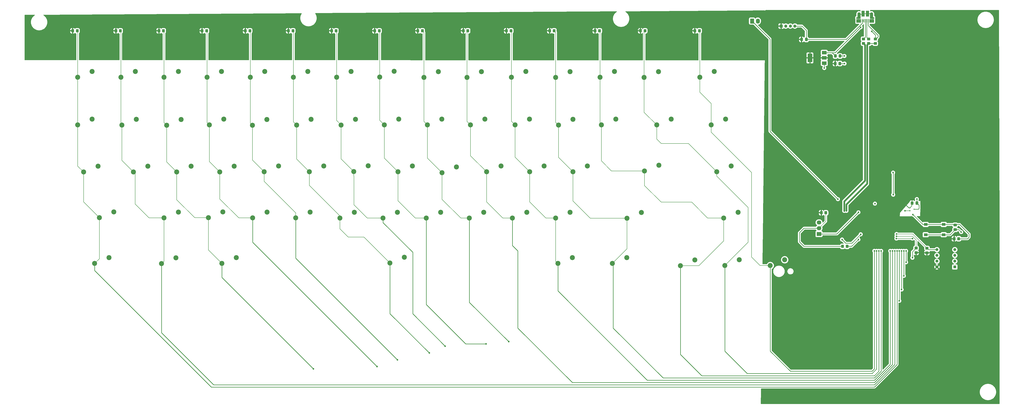
<source format=gbr>
%TF.GenerationSoftware,KiCad,Pcbnew,(6.0.4)*%
%TF.CreationDate,2023-03-10T15:04:03-05:00*%
%TF.ProjectId,main_board,6d61696e-5f62-46f6-9172-642e6b696361,v01*%
%TF.SameCoordinates,Original*%
%TF.FileFunction,Copper,L1,Top*%
%TF.FilePolarity,Positive*%
%FSLAX46Y46*%
G04 Gerber Fmt 4.6, Leading zero omitted, Abs format (unit mm)*
G04 Created by KiCad (PCBNEW (6.0.4)) date 2023-03-10 15:04:03*
%MOMM*%
%LPD*%
G01*
G04 APERTURE LIST*
G04 Aperture macros list*
%AMRoundRect*
0 Rectangle with rounded corners*
0 $1 Rounding radius*
0 $2 $3 $4 $5 $6 $7 $8 $9 X,Y pos of 4 corners*
0 Add a 4 corners polygon primitive as box body*
4,1,4,$2,$3,$4,$5,$6,$7,$8,$9,$2,$3,0*
0 Add four circle primitives for the rounded corners*
1,1,$1+$1,$2,$3*
1,1,$1+$1,$4,$5*
1,1,$1+$1,$6,$7*
1,1,$1+$1,$8,$9*
0 Add four rect primitives between the rounded corners*
20,1,$1+$1,$2,$3,$4,$5,0*
20,1,$1+$1,$4,$5,$6,$7,0*
20,1,$1+$1,$6,$7,$8,$9,0*
20,1,$1+$1,$8,$9,$2,$3,0*%
G04 Aperture macros list end*
%TA.AperFunction,ComponentPad*%
%ADD10RoundRect,0.250000X-0.620000X-0.845000X0.620000X-0.845000X0.620000X0.845000X-0.620000X0.845000X0*%
%TD*%
%TA.AperFunction,ComponentPad*%
%ADD11O,1.740000X2.190000*%
%TD*%
%TA.AperFunction,ComponentPad*%
%ADD12C,2.200000*%
%TD*%
%TA.AperFunction,SMDPad,CuDef*%
%ADD13RoundRect,0.250000X-0.350000X-0.450000X0.350000X-0.450000X0.350000X0.450000X-0.350000X0.450000X0*%
%TD*%
%TA.AperFunction,SMDPad,CuDef*%
%ADD14RoundRect,0.250000X-0.337500X-0.475000X0.337500X-0.475000X0.337500X0.475000X-0.337500X0.475000X0*%
%TD*%
%TA.AperFunction,ComponentPad*%
%ADD15R,2.030000X1.730000*%
%TD*%
%TA.AperFunction,ComponentPad*%
%ADD16O,2.030000X1.730000*%
%TD*%
%TA.AperFunction,SMDPad,CuDef*%
%ADD17R,1.550000X1.300000*%
%TD*%
%TA.AperFunction,SMDPad,CuDef*%
%ADD18R,2.000000X1.500000*%
%TD*%
%TA.AperFunction,SMDPad,CuDef*%
%ADD19R,2.000000X3.800000*%
%TD*%
%TA.AperFunction,SMDPad,CuDef*%
%ADD20RoundRect,0.250000X0.450000X-0.350000X0.450000X0.350000X-0.450000X0.350000X-0.450000X-0.350000X0*%
%TD*%
%TA.AperFunction,SMDPad,CuDef*%
%ADD21RoundRect,0.250000X-0.450000X0.350000X-0.450000X-0.350000X0.450000X-0.350000X0.450000X0.350000X0*%
%TD*%
%TA.AperFunction,SMDPad,CuDef*%
%ADD22R,0.400000X1.650000*%
%TD*%
%TA.AperFunction,SMDPad,CuDef*%
%ADD23R,1.350000X2.000000*%
%TD*%
%TA.AperFunction,ComponentPad*%
%ADD24O,1.100000X1.500000*%
%TD*%
%TA.AperFunction,SMDPad,CuDef*%
%ADD25R,1.430000X2.500000*%
%TD*%
%TA.AperFunction,ComponentPad*%
%ADD26O,1.350000X1.700000*%
%TD*%
%TA.AperFunction,SMDPad,CuDef*%
%ADD27R,1.825000X0.700000*%
%TD*%
%TA.AperFunction,SMDPad,CuDef*%
%ADD28RoundRect,0.250000X-0.475000X0.337500X-0.475000X-0.337500X0.475000X-0.337500X0.475000X0.337500X0*%
%TD*%
%TA.AperFunction,SMDPad,CuDef*%
%ADD29R,0.700000X0.450000*%
%TD*%
%TA.AperFunction,ComponentPad*%
%ADD30R,1.350000X1.350000*%
%TD*%
%TA.AperFunction,ComponentPad*%
%ADD31O,1.350000X1.350000*%
%TD*%
%TA.AperFunction,SMDPad,CuDef*%
%ADD32RoundRect,0.250000X0.350000X0.450000X-0.350000X0.450000X-0.350000X-0.450000X0.350000X-0.450000X0*%
%TD*%
%TA.AperFunction,ComponentPad*%
%ADD33R,1.308000X1.308000*%
%TD*%
%TA.AperFunction,ComponentPad*%
%ADD34C,1.308000*%
%TD*%
%TA.AperFunction,ViaPad*%
%ADD35C,0.762000*%
%TD*%
%TA.AperFunction,Conductor*%
%ADD36C,0.254000*%
%TD*%
%TA.AperFunction,Conductor*%
%ADD37C,0.770000*%
%TD*%
%TA.AperFunction,Conductor*%
%ADD38C,0.152400*%
%TD*%
G04 APERTURE END LIST*
D10*
%TO.P,J2,1,Pin_1*%
%TO.N,UART_Pi*%
X520192000Y-190520000D03*
D11*
%TO.P,J2,2,Pin_2*%
%TO.N,GND*%
X522732000Y-190520000D03*
%TD*%
D12*
%TO.P,SW51,1,1*%
%TO.N,Net-(D49-Pad2)*%
X325580500Y-274738000D03*
%TO.P,SW51,2,2*%
%TO.N,Col4*%
X319230500Y-277278000D03*
%TD*%
%TO.P,SW59,1,1*%
%TO.N,Net-(D57-Pad2)*%
X514040500Y-274818000D03*
%TO.P,SW59,2,2*%
%TO.N,Col12*%
X507690500Y-277358000D03*
%TD*%
%TO.P,SW49,1,1*%
%TO.N,Net-(D47-Pad2)*%
X287120500Y-274658000D03*
%TO.P,SW49,2,2*%
%TO.N,Col2*%
X280770500Y-277198000D03*
%TD*%
%TO.P,SW38,1,1*%
%TO.N,Net-(D36-Pad2)*%
X331635500Y-254418000D03*
%TO.P,SW38,2,2*%
%TO.N,Col5*%
X325285500Y-256958000D03*
%TD*%
D13*
%TO.P,R18,1*%
%TO.N,VCC3V3*%
X393040500Y-194818000D03*
%TO.P,R18,2*%
%TO.N,Col9*%
X395040500Y-194818000D03*
%TD*%
%TO.P,R7,1*%
%TO.N,VCC3V3*%
X550696500Y-275012000D03*
%TO.P,R7,2*%
%TO.N,Net-(R7-Pad2)*%
X552696500Y-275012000D03*
%TD*%
D12*
%TO.P,SW65,1,1*%
%TO.N,Net-(D63-Pad2)*%
X465040500Y-294818000D03*
%TO.P,SW65,2,2*%
%TO.N,Col11*%
X458690500Y-297358000D03*
%TD*%
%TO.P,SW62,1,1*%
%TO.N,Net-(D60-Pad2)*%
X293040500Y-294818000D03*
%TO.P,SW62,2,2*%
%TO.N,Col2*%
X286690500Y-297358000D03*
%TD*%
%TO.P,SW25,1,1*%
%TO.N,Net-(D23-Pad2)*%
X364580500Y-233738000D03*
%TO.P,SW25,2,2*%
%TO.N,Col7*%
X358230500Y-236278000D03*
%TD*%
%TO.P,SW4,1,1*%
%TO.N,Net-(D2-Pad2)*%
X248580500Y-212738000D03*
%TO.P,SW4,2,2*%
%TO.N,Col1*%
X242230500Y-215278000D03*
%TD*%
D13*
%TO.P,R19,1*%
%TO.N,VCC3V3*%
X412040500Y-194818000D03*
%TO.P,R19,2*%
%TO.N,Col10*%
X414040500Y-194818000D03*
%TD*%
D14*
%TO.P,C3,1*%
%TO.N,+5V*%
X556860500Y-205920000D03*
%TO.P,C3,2*%
%TO.N,GND*%
X558935500Y-205920000D03*
%TD*%
D13*
%TO.P,R15,1*%
%TO.N,VCC3V3*%
X335040500Y-194818000D03*
%TO.P,R15,2*%
%TO.N,Col6*%
X337040500Y-194818000D03*
%TD*%
D12*
%TO.P,SW7,1,1*%
%TO.N,Net-(D5-Pad2)*%
X305580500Y-212738000D03*
%TO.P,SW7,2,2*%
%TO.N,Col4*%
X299230500Y-215278000D03*
%TD*%
%TO.P,SW23,1,1*%
%TO.N,Net-(D21-Pad2)*%
X326040500Y-233818000D03*
%TO.P,SW23,2,2*%
%TO.N,Col5*%
X319690500Y-236358000D03*
%TD*%
D15*
%TO.P,SW2,1,A*%
%TO.N,GND*%
X549665500Y-284368000D03*
D16*
%TO.P,SW2,2,B*%
%TO.N,Net-(R7-Pad2)*%
X549665500Y-281828000D03*
%TO.P,SW2,3,C*%
%TO.N,unconnected-(SW2-Pad3)*%
X549665500Y-279288000D03*
%TD*%
D12*
%TO.P,SW41,1,1*%
%TO.N,Net-(D39-Pad2)*%
X390040500Y-254818000D03*
%TO.P,SW41,2,2*%
%TO.N,Col8*%
X383690500Y-257358000D03*
%TD*%
%TO.P,SW27,1,1*%
%TO.N,Net-(D25-Pad2)*%
X402580500Y-233738000D03*
%TO.P,SW27,2,2*%
%TO.N,Col9*%
X396230500Y-236278000D03*
%TD*%
%TO.P,SW36,1,1*%
%TO.N,Net-(D34-Pad2)*%
X292160500Y-254498000D03*
%TO.P,SW36,2,2*%
%TO.N,Col3*%
X285810500Y-257038000D03*
%TD*%
%TO.P,SW3,1,1*%
%TO.N,Net-(D1-Pad2)*%
X229580500Y-212738000D03*
%TO.P,SW3,2,2*%
%TO.N,Col0*%
X223230500Y-215278000D03*
%TD*%
D13*
%TO.P,R9,1*%
%TO.N,VCC3V3*%
X221040500Y-194818000D03*
%TO.P,R9,2*%
%TO.N,Col0*%
X223040500Y-194818000D03*
%TD*%
D12*
%TO.P,SW48,1,1*%
%TO.N,Net-(D46-Pad2)*%
X267580500Y-274738000D03*
%TO.P,SW48,2,2*%
%TO.N,Col1*%
X261230500Y-277278000D03*
%TD*%
D13*
%TO.P,R22,1*%
%TO.N,VCC3V3*%
X471040500Y-194818000D03*
%TO.P,R22,2*%
%TO.N,Col13*%
X473040500Y-194818000D03*
%TD*%
D12*
%TO.P,SW29,1,1*%
%TO.N,Net-(D27-Pad2)*%
X441298000Y-233858000D03*
%TO.P,SW29,2,2*%
%TO.N,Col11*%
X434948000Y-236398000D03*
%TD*%
D17*
%TO.P,SW1,1,1*%
%TO.N,GND*%
X604595500Y-284668000D03*
X596645500Y-284668000D03*
%TO.P,SW1,2,2*%
%TO.N,/NRST*%
X604595500Y-280168000D03*
X596645500Y-280168000D03*
%TD*%
D12*
%TO.P,SW19,1,1*%
%TO.N,Net-(D17-Pad2)*%
X249040500Y-233818000D03*
%TO.P,SW19,2,2*%
%TO.N,Col1*%
X242690500Y-236358000D03*
%TD*%
D18*
%TO.P,U2,1,GND*%
%TO.N,GND*%
X551978000Y-209070000D03*
%TO.P,U2,2,VO*%
%TO.N,VCC3V3*%
X551978000Y-206770000D03*
D19*
X545678000Y-206770000D03*
D18*
%TO.P,U2,3,VI*%
%TO.N,+5V*%
X551978000Y-204470000D03*
%TD*%
D12*
%TO.P,SW45,1,1*%
%TO.N,Net-(D43-Pad2)*%
X479186750Y-254018000D03*
%TO.P,SW45,2,2*%
%TO.N,Col12*%
X472836750Y-256558000D03*
%TD*%
%TO.P,SW60,1,1*%
%TO.N,Net-(D58-Pad2)*%
X237040500Y-294818000D03*
%TO.P,SW60,2,2*%
%TO.N,Col0*%
X230690500Y-297358000D03*
%TD*%
%TO.P,SW31,1,1*%
%TO.N,Net-(D29-Pad2)*%
X484580500Y-233738000D03*
%TO.P,SW31,2,2*%
%TO.N,Col13*%
X478230500Y-236278000D03*
%TD*%
D20*
%TO.P,R5,1*%
%TO.N,VCC3V3*%
X597230500Y-292648000D03*
%TO.P,R5,2*%
%TO.N,I2C_SDA*%
X597230500Y-290648000D03*
%TD*%
D12*
%TO.P,SW54,1,1*%
%TO.N,Net-(D52-Pad2)*%
X383040500Y-274818000D03*
%TO.P,SW54,2,2*%
%TO.N,Col7*%
X376690500Y-277358000D03*
%TD*%
%TO.P,SW52,1,1*%
%TO.N,Net-(D50-Pad2)*%
X345040500Y-274818000D03*
%TO.P,SW52,2,2*%
%TO.N,Col5*%
X338690500Y-277358000D03*
%TD*%
%TO.P,SW34,1,1*%
%TO.N,Net-(D32-Pad2)*%
X254160500Y-254498000D03*
%TO.P,SW34,2,2*%
%TO.N,Col1*%
X247810500Y-257038000D03*
%TD*%
%TO.P,SW37,1,1*%
%TO.N,Net-(D35-Pad2)*%
X311700500Y-254418000D03*
%TO.P,SW37,2,2*%
%TO.N,Col4*%
X305350500Y-256958000D03*
%TD*%
D21*
%TO.P,R2,1*%
%TO.N,Net-(J1-Pad2)*%
X571516000Y-198410000D03*
%TO.P,R2,2*%
%TO.N,/D-*%
X571516000Y-200410000D03*
%TD*%
D12*
%TO.P,SW33,1,1*%
%TO.N,Net-(D31-Pad2)*%
X232160500Y-254498000D03*
%TO.P,SW33,2,2*%
%TO.N,Col0*%
X225810500Y-257038000D03*
%TD*%
%TO.P,SW12,1,1*%
%TO.N,Net-(D10-Pad2)*%
X401040500Y-212818000D03*
%TO.P,SW12,2,2*%
%TO.N,Col9*%
X394690500Y-215358000D03*
%TD*%
%TO.P,SW47,1,1*%
%TO.N,Net-(D45-Pad2)*%
X239120500Y-274658000D03*
%TO.P,SW47,2,2*%
%TO.N,Col0*%
X232770500Y-277198000D03*
%TD*%
D14*
%TO.P,C5,1*%
%TO.N,VCC3V3*%
X590693000Y-270748000D03*
%TO.P,C5,2*%
%TO.N,GND*%
X592768000Y-270748000D03*
%TD*%
D22*
%TO.P,J1,1,VBUS*%
%TO.N,+5V*%
X571373000Y-190387500D03*
%TO.P,J1,2,D-*%
%TO.N,Net-(J1-Pad2)*%
X570723000Y-190387500D03*
%TO.P,J1,3,D+*%
%TO.N,Net-(J1-Pad3)*%
X570073000Y-190387500D03*
%TO.P,J1,4,ID*%
%TO.N,GND*%
X569423000Y-190387500D03*
%TO.P,J1,5,GND*%
X568773000Y-190387500D03*
D18*
%TO.P,J1,6,Shield*%
%TO.N,unconnected-(J1-Pad6)*%
X572923000Y-190487500D03*
D23*
X567323000Y-188437500D03*
D24*
X572493000Y-190507500D03*
D25*
X569113000Y-187237500D03*
D24*
X567653000Y-190507500D03*
D25*
X571033000Y-187237500D03*
D18*
X567173000Y-190507500D03*
D23*
X572803000Y-188437500D03*
D26*
X567343000Y-187507500D03*
D27*
X567073000Y-189187500D03*
D26*
X572803000Y-187507500D03*
D27*
X573023000Y-189187500D03*
%TD*%
D28*
%TO.P,C2,1*%
%TO.N,/NRST*%
X609620500Y-280380500D03*
%TO.P,C2,2*%
%TO.N,GND*%
X609620500Y-282455500D03*
%TD*%
D12*
%TO.P,SW57,1,1*%
%TO.N,Net-(D55-Pad2)*%
X440040500Y-274818000D03*
%TO.P,SW57,2,2*%
%TO.N,Col10*%
X433690500Y-277358000D03*
%TD*%
%TO.P,SW26,1,1*%
%TO.N,Net-(D24-Pad2)*%
X383580500Y-233738000D03*
%TO.P,SW26,2,2*%
%TO.N,Col8*%
X377230500Y-236278000D03*
%TD*%
%TO.P,SW20,1,1*%
%TO.N,Net-(D18-Pad2)*%
X268778000Y-233938000D03*
%TO.P,SW20,2,2*%
%TO.N,Col2*%
X262428000Y-236478000D03*
%TD*%
%TO.P,SW17,1,1*%
%TO.N,Net-(D15-Pad2)*%
X503580500Y-212738000D03*
%TO.P,SW17,2,2*%
%TO.N,Col14*%
X497230500Y-215278000D03*
%TD*%
D13*
%TO.P,R12,1*%
%TO.N,VCC3V3*%
X278040500Y-194818000D03*
%TO.P,R12,2*%
%TO.N,Col3*%
X280040500Y-194818000D03*
%TD*%
D12*
%TO.P,SW28,1,1*%
%TO.N,Net-(D26-Pad2)*%
X422180500Y-233738000D03*
%TO.P,SW28,2,2*%
%TO.N,Col10*%
X415830500Y-236278000D03*
%TD*%
D29*
%TO.P,U3,1,V+*%
%TO.N,VCC3V3*%
X589620500Y-272838000D03*
%TO.P,U3,2,CLOCK*%
%TO.N,/OSCIN*%
X589620500Y-274138000D03*
%TO.P,U3,3,GND*%
%TO.N,GND*%
X591620500Y-273488000D03*
%TD*%
D14*
%TO.P,C4,1*%
%TO.N,VCC3V3*%
X556790500Y-209230000D03*
%TO.P,C4,2*%
%TO.N,GND*%
X558865500Y-209230000D03*
%TD*%
D13*
%TO.P,R20,1*%
%TO.N,VCC3V3*%
X431040500Y-194818000D03*
%TO.P,R20,2*%
%TO.N,Col11*%
X433040500Y-194818000D03*
%TD*%
D12*
%TO.P,SW53,1,1*%
%TO.N,Net-(D51-Pad2)*%
X364040500Y-274818000D03*
%TO.P,SW53,2,2*%
%TO.N,Col6*%
X357690500Y-277358000D03*
%TD*%
%TO.P,SW11,1,1*%
%TO.N,Net-(D9-Pad2)*%
X382040500Y-212818000D03*
%TO.P,SW11,2,2*%
%TO.N,Col8*%
X375690500Y-215358000D03*
%TD*%
D13*
%TO.P,R4,1*%
%TO.N,VCC3V3*%
X609190500Y-286448000D03*
%TO.P,R4,2*%
%TO.N,/NRST*%
X611190500Y-286448000D03*
%TD*%
D12*
%TO.P,SW56,1,1*%
%TO.N,Net-(D54-Pad2)*%
X421040500Y-274818000D03*
%TO.P,SW56,2,2*%
%TO.N,Col9*%
X414690500Y-277358000D03*
%TD*%
%TO.P,SW39,1,1*%
%TO.N,Net-(D37-Pad2)*%
X351175500Y-254338000D03*
%TO.P,SW39,2,2*%
%TO.N,Col6*%
X344825500Y-256878000D03*
%TD*%
D14*
%TO.P,C1,1*%
%TO.N,VCC3V3*%
X542010500Y-198622500D03*
%TO.P,C1,2*%
%TO.N,GND*%
X544085500Y-198622500D03*
%TD*%
D12*
%TO.P,SW30,1,1*%
%TO.N,Net-(D28-Pad2)*%
X460180500Y-233738000D03*
%TO.P,SW30,2,2*%
%TO.N,Col12*%
X453830500Y-236278000D03*
%TD*%
D30*
%TO.P,U1,1*%
%TO.N,VCC3V3*%
X533048000Y-192722500D03*
D31*
%TO.P,U1,2*%
%TO.N,/SWDIO*%
X535048000Y-192722500D03*
%TO.P,U1,3*%
%TO.N,/SWCLK*%
X537048000Y-192722500D03*
%TO.P,U1,4*%
%TO.N,GND*%
X539048000Y-192722500D03*
%TD*%
D12*
%TO.P,SW61,1,1*%
%TO.N,Net-(D59-Pad2)*%
X266500500Y-294898000D03*
%TO.P,SW61,2,2*%
%TO.N,Col1*%
X260150500Y-297438000D03*
%TD*%
%TO.P,SW64,1,1*%
%TO.N,Net-(D62-Pad2)*%
X441040500Y-294818000D03*
%TO.P,SW64,2,2*%
%TO.N,Col10*%
X434690500Y-297358000D03*
%TD*%
D32*
%TO.P,R8,1*%
%TO.N,/Switch*%
X562040500Y-289818000D03*
%TO.P,R8,2*%
%TO.N,Net-(R7-Pad2)*%
X560040500Y-289818000D03*
%TD*%
D12*
%TO.P,SW63,1,1*%
%TO.N,Net-(D61-Pad2)*%
X367040500Y-294578000D03*
%TO.P,SW63,2,2*%
%TO.N,Col5*%
X360690500Y-297118000D03*
%TD*%
%TO.P,SW5,1,1*%
%TO.N,Net-(D3-Pad2)*%
X267580500Y-212738000D03*
%TO.P,SW5,2,2*%
%TO.N,Col2*%
X261230500Y-215278000D03*
%TD*%
D13*
%TO.P,R11,1*%
%TO.N,VCC3V3*%
X259003000Y-194818000D03*
%TO.P,R11,2*%
%TO.N,Col2*%
X261003000Y-194818000D03*
%TD*%
D12*
%TO.P,SW22,1,1*%
%TO.N,Net-(D20-Pad2)*%
X306518000Y-233898000D03*
%TO.P,SW22,2,2*%
%TO.N,Col4*%
X300168000Y-236438000D03*
%TD*%
D33*
%TO.P,U4,1,A0*%
%TO.N,GND*%
X609479500Y-298888000D03*
D34*
%TO.P,U4,2,A1*%
X609479500Y-296348000D03*
%TO.P,U4,3,A2*%
X609479500Y-293808000D03*
%TO.P,U4,4,GND*%
X609479500Y-291268000D03*
%TO.P,U4,5,SDA*%
%TO.N,I2C_SDA*%
X601609500Y-291268000D03*
%TO.P,U4,6,SCL*%
%TO.N,I2C_SCL*%
X601609500Y-293808000D03*
%TO.P,U4,7,WP*%
%TO.N,GND*%
X601609500Y-296348000D03*
%TO.P,U4,8,VCC*%
%TO.N,VCC3V3*%
X601609500Y-298888000D03*
%TD*%
D12*
%TO.P,SW8,1,1*%
%TO.N,Net-(D6-Pad2)*%
X324580500Y-212738000D03*
%TO.P,SW8,2,2*%
%TO.N,Col5*%
X318230500Y-215278000D03*
%TD*%
%TO.P,SW68,1,1*%
%TO.N,Net-(D66-Pad2)*%
X534580500Y-295738000D03*
%TO.P,SW68,2,2*%
%TO.N,Col14*%
X528230500Y-298278000D03*
%TD*%
%TO.P,SW9,1,1*%
%TO.N,Net-(D7-Pad2)*%
X343580500Y-212738000D03*
%TO.P,SW9,2,2*%
%TO.N,Col6*%
X337230500Y-215278000D03*
%TD*%
%TO.P,SW44,1,1*%
%TO.N,Net-(D42-Pad2)*%
X447700500Y-254418000D03*
%TO.P,SW44,2,2*%
%TO.N,Col11*%
X441350500Y-256958000D03*
%TD*%
D21*
%TO.P,R1,1*%
%TO.N,Net-(J1-Pad3)*%
X569258000Y-198400000D03*
%TO.P,R1,2*%
%TO.N,/D+*%
X569258000Y-200400000D03*
%TD*%
D12*
%TO.P,SW58,1,1*%
%TO.N,Net-(D56-Pad2)*%
X471500500Y-274898000D03*
%TO.P,SW58,2,2*%
%TO.N,Col11*%
X465150500Y-277438000D03*
%TD*%
%TO.P,SW21,1,1*%
%TO.N,Net-(D19-Pad2)*%
X287580500Y-233738000D03*
%TO.P,SW21,2,2*%
%TO.N,Col3*%
X281230500Y-236278000D03*
%TD*%
%TO.P,SW14,1,1*%
%TO.N,Net-(D12-Pad2)*%
X440040500Y-212818000D03*
%TO.P,SW14,2,2*%
%TO.N,Col11*%
X433690500Y-215358000D03*
%TD*%
%TO.P,SW67,1,1*%
%TO.N,Net-(D65-Pad2)*%
X514580500Y-295738000D03*
%TO.P,SW67,2,2*%
%TO.N,Col13*%
X508230500Y-298278000D03*
%TD*%
%TO.P,SW16,1,1*%
%TO.N,Net-(D14-Pad2)*%
X479040500Y-212818000D03*
%TO.P,SW16,2,2*%
%TO.N,Col13*%
X472690500Y-215358000D03*
%TD*%
%TO.P,SW15,1,1*%
%TO.N,Net-(D13-Pad2)*%
X459580500Y-212738000D03*
%TO.P,SW15,2,2*%
%TO.N,Col12*%
X453230500Y-215278000D03*
%TD*%
%TO.P,SW18,1,1*%
%TO.N,Net-(D16-Pad2)*%
X229580500Y-233738000D03*
%TO.P,SW18,2,2*%
%TO.N,Col0*%
X223230500Y-236278000D03*
%TD*%
D13*
%TO.P,R10,1*%
%TO.N,VCC3V3*%
X240040500Y-194818000D03*
%TO.P,R10,2*%
%TO.N,Col1*%
X242040500Y-194818000D03*
%TD*%
D12*
%TO.P,SW13,1,1*%
%TO.N,Net-(D11-Pad2)*%
X420580500Y-212738000D03*
%TO.P,SW13,2,2*%
%TO.N,Col10*%
X414230500Y-215278000D03*
%TD*%
%TO.P,SW42,1,1*%
%TO.N,Net-(D40-Pad2)*%
X409646750Y-254418000D03*
%TO.P,SW42,2,2*%
%TO.N,Col9*%
X403296750Y-256958000D03*
%TD*%
%TO.P,SW55,1,1*%
%TO.N,Net-(D53-Pad2)*%
X402040500Y-274818000D03*
%TO.P,SW55,2,2*%
%TO.N,Col8*%
X395690500Y-277358000D03*
%TD*%
%TO.P,SW35,1,1*%
%TO.N,Net-(D33-Pad2)*%
X273160500Y-254498000D03*
%TO.P,SW35,2,2*%
%TO.N,Col2*%
X266810500Y-257038000D03*
%TD*%
D13*
%TO.P,R14,1*%
%TO.N,VCC3V3*%
X316040500Y-194818000D03*
%TO.P,R14,2*%
%TO.N,Col5*%
X318040500Y-194818000D03*
%TD*%
%TO.P,R13,1*%
%TO.N,VCC3V3*%
X297040500Y-194818000D03*
%TO.P,R13,2*%
%TO.N,Col4*%
X299040500Y-194818000D03*
%TD*%
%TO.P,R16,1*%
%TO.N,VCC3V3*%
X354040500Y-194818000D03*
%TO.P,R16,2*%
%TO.N,Col7*%
X356040500Y-194818000D03*
%TD*%
D12*
%TO.P,SW43,1,1*%
%TO.N,Net-(D41-Pad2)*%
X428646750Y-254418000D03*
%TO.P,SW43,2,2*%
%TO.N,Col10*%
X422296750Y-256958000D03*
%TD*%
%TO.P,SW10,1,1*%
%TO.N,Net-(D8-Pad2)*%
X362580500Y-212658000D03*
%TO.P,SW10,2,2*%
%TO.N,Col7*%
X356230500Y-215198000D03*
%TD*%
D13*
%TO.P,R17,1*%
%TO.N,VCC3V3*%
X373003000Y-194818000D03*
%TO.P,R17,2*%
%TO.N,Col8*%
X375003000Y-194818000D03*
%TD*%
%TO.P,R23,1*%
%TO.N,VCC3V3*%
X495040500Y-194818000D03*
%TO.P,R23,2*%
%TO.N,Col14*%
X497040500Y-194818000D03*
%TD*%
D12*
%TO.P,SW40,1,1*%
%TO.N,Net-(D38-Pad2)*%
X370646750Y-254418000D03*
%TO.P,SW40,2,2*%
%TO.N,Col7*%
X364296750Y-256958000D03*
%TD*%
%TO.P,SW66,1,1*%
%TO.N,Net-(D64-Pad2)*%
X495040500Y-295818000D03*
%TO.P,SW66,2,2*%
%TO.N,Col12*%
X488690500Y-298358000D03*
%TD*%
%TO.P,SW32,1,1*%
%TO.N,Net-(D30-Pad2)*%
X508580500Y-233738000D03*
%TO.P,SW32,2,2*%
%TO.N,Col14*%
X502230500Y-236278000D03*
%TD*%
D20*
%TO.P,R6,1*%
%TO.N,VCC3V3*%
X592430500Y-292588000D03*
%TO.P,R6,2*%
%TO.N,I2C_SCL*%
X592430500Y-290588000D03*
%TD*%
%TO.P,R3,1*%
%TO.N,/D-*%
X574488000Y-200410000D03*
%TO.P,R3,2*%
%TO.N,+5V*%
X574488000Y-198410000D03*
%TD*%
D13*
%TO.P,R21,1*%
%TO.N,VCC3V3*%
X451040500Y-194818000D03*
%TO.P,R21,2*%
%TO.N,Col12*%
X453040500Y-194818000D03*
%TD*%
D12*
%TO.P,SW24,1,1*%
%TO.N,Net-(D22-Pad2)*%
X345580500Y-233818000D03*
%TO.P,SW24,2,2*%
%TO.N,Col6*%
X339230500Y-236358000D03*
%TD*%
%TO.P,SW50,1,1*%
%TO.N,Net-(D48-Pad2)*%
X306580500Y-274738000D03*
%TO.P,SW50,2,2*%
%TO.N,Col3*%
X300230500Y-277278000D03*
%TD*%
%TO.P,SW6,1,1*%
%TO.N,Net-(D4-Pad2)*%
X286580500Y-212738000D03*
%TO.P,SW6,2,2*%
%TO.N,Col3*%
X280230500Y-215278000D03*
%TD*%
%TO.P,SW46,1,1*%
%TO.N,Net-(D44-Pad2)*%
X511040500Y-254418000D03*
%TO.P,SW46,2,2*%
%TO.N,Col13*%
X504690500Y-256958000D03*
%TD*%
D35*
%TO.N,GND*%
X612270500Y-283518000D03*
X560898000Y-209240000D03*
X551988000Y-211220000D03*
X560868000Y-205920000D03*
X567040500Y-274818000D03*
X592770500Y-268968000D03*
X582300500Y-257308000D03*
X582350500Y-267048000D03*
%TO.N,/NRST*%
X591040500Y-275818000D03*
%TO.N,+5V*%
X572898000Y-195040000D03*
X567988000Y-193250000D03*
%TO.N,/OSCIN*%
X587562384Y-274148000D03*
%TO.N,Row1*%
X588040500Y-296818000D03*
X588040500Y-291818000D03*
%TO.N,Row2*%
X587040500Y-291818000D03*
X587040500Y-302818000D03*
%TO.N,Row3*%
X586040500Y-308818000D03*
X586040500Y-291818000D03*
%TO.N,Row4*%
X585040500Y-291818000D03*
X585040500Y-313818000D03*
%TO.N,Backup2*%
X574300500Y-270978000D03*
%TO.N,Col0*%
X584040500Y-291818000D03*
%TO.N,Col1*%
X583040500Y-291818000D03*
%TO.N,Col8*%
X413040500Y-331818000D03*
%TO.N,Col9*%
X582040500Y-291818000D03*
%TO.N,Col10*%
X581040500Y-291818000D03*
%TO.N,Col11*%
X577040500Y-291818000D03*
%TO.N,Col12*%
X576040500Y-291818000D03*
%TO.N,Col13*%
X575040500Y-291818000D03*
%TO.N,UART_Pi*%
X557990500Y-269008000D03*
X568040500Y-284498000D03*
X559830500Y-286798000D03*
%TO.N,/Switch*%
X567040500Y-286818000D03*
%TO.N,/D+*%
X560770500Y-274188000D03*
%TO.N,/D-*%
X561744868Y-274146873D03*
%TO.N,Col2*%
X327040500Y-343818000D03*
%TO.N,Col3*%
X355040500Y-342818000D03*
%TO.N,Col4*%
X364040500Y-339818000D03*
%TO.N,Col5*%
X378040500Y-336818000D03*
%TO.N,Col6*%
X385040500Y-333818000D03*
%TO.N,Col7*%
X403040500Y-332818000D03*
%TO.N,VCC3V3*%
X584040500Y-266818000D03*
X564040500Y-272818000D03*
X576210500Y-288648000D03*
X591040500Y-282818000D03*
%TO.N,Col14*%
X574040500Y-291818000D03*
%TO.N,I2C_SDA*%
X583808880Y-284349620D03*
%TO.N,I2C_SCL*%
X590812500Y-294824000D03*
X583788998Y-285384631D03*
%TO.N,Backup1*%
X583756637Y-286393322D03*
X590810500Y-286398000D03*
%TD*%
D36*
%TO.N,UART_Pi*%
X528100500Y-198428500D02*
X520192000Y-190520000D01*
X557990500Y-269008000D02*
X528100500Y-239118000D01*
X528100500Y-239118000D02*
X528100500Y-198428500D01*
D37*
%TO.N,/D-*%
X570853200Y-201072800D02*
X571516000Y-200410000D01*
X570853200Y-262195300D02*
X570853200Y-201072800D01*
X561739448Y-271309052D02*
X570853200Y-262195300D01*
%TO.N,/D+*%
X569930800Y-260857700D02*
X569930800Y-201072800D01*
%TO.N,/D-*%
X561739448Y-274141453D02*
X561739448Y-271309052D01*
%TO.N,/D+*%
X560817048Y-274141452D02*
X560817048Y-269971452D01*
X560817048Y-269971452D02*
X569930800Y-260857700D01*
X560770500Y-274188000D02*
X560817048Y-274141452D01*
%TO.N,/D-*%
X561744868Y-274146873D02*
X561739448Y-274141453D01*
%TO.N,/D+*%
X569930800Y-201072800D02*
X569258000Y-200400000D01*
D36*
%TO.N,GND*%
X609620500Y-282455500D02*
X607408000Y-284668000D01*
X560888000Y-209230000D02*
X560898000Y-209240000D01*
X582350500Y-257358000D02*
X582300500Y-257308000D01*
X549665500Y-284368000D02*
X557490500Y-284368000D01*
X557490500Y-284368000D02*
X567040500Y-274818000D01*
X609620500Y-282455500D02*
X611208000Y-282455500D01*
X544085500Y-194660000D02*
X544085500Y-198622500D01*
X568773000Y-191466500D02*
X561617000Y-198622500D01*
X593720500Y-271700500D02*
X592768000Y-270748000D01*
X561617000Y-198622500D02*
X544085500Y-198622500D01*
X611208000Y-282455500D02*
X612270500Y-283518000D01*
X568773000Y-190387500D02*
X569283000Y-190387500D01*
X592768000Y-270748000D02*
X592768000Y-268970500D01*
X591620500Y-273488000D02*
X593360500Y-273488000D01*
X568773000Y-190387500D02*
X568773000Y-191466500D01*
X558865500Y-209230000D02*
X560888000Y-209230000D01*
X593360500Y-273488000D02*
X593720500Y-273128000D01*
X551978000Y-209070000D02*
X551978000Y-211210000D01*
X551978000Y-211210000D02*
X551988000Y-211220000D01*
X542148000Y-192722500D02*
X544085500Y-194660000D01*
X596645500Y-284668000D02*
X604595500Y-284668000D01*
X593720500Y-273128000D02*
X593720500Y-271700500D01*
X582350500Y-267048000D02*
X582350500Y-257358000D01*
X592768000Y-268970500D02*
X592770500Y-268968000D01*
X558935500Y-205920000D02*
X560868000Y-205920000D01*
X539048000Y-192722500D02*
X542148000Y-192722500D01*
X607408000Y-284668000D02*
X604595500Y-284668000D01*
%TO.N,/NRST*%
X604595500Y-280168000D02*
X611600500Y-280168000D01*
X595390500Y-280168000D02*
X596645500Y-280168000D01*
X615060500Y-286448000D02*
X611190500Y-286448000D01*
X611600500Y-280168000D02*
X615740500Y-284308000D01*
X591040500Y-275818000D02*
X595390500Y-280168000D01*
X596645500Y-280168000D02*
X604595500Y-280168000D01*
X615740500Y-285768000D02*
X615060500Y-286448000D01*
X615740500Y-284308000D02*
X615740500Y-285768000D01*
%TO.N,+5V*%
X556768000Y-204470000D02*
X567988000Y-193250000D01*
X574778000Y-198410000D02*
X574488000Y-198410000D01*
X571373000Y-192545000D02*
X575678000Y-196850000D01*
X575678000Y-197510000D02*
X574778000Y-198410000D01*
X574488000Y-196630000D02*
X574488000Y-198410000D01*
X555410500Y-204470000D02*
X556860500Y-205920000D01*
X575678000Y-196850000D02*
X575678000Y-197510000D01*
X551978000Y-204470000D02*
X555410500Y-204470000D01*
X571373000Y-190387500D02*
X571373000Y-192545000D01*
X555410500Y-204470000D02*
X556768000Y-204470000D01*
X572898000Y-195040000D02*
X574488000Y-196630000D01*
%TO.N,Net-(J1-Pad2)*%
X570723000Y-197795000D02*
X571328000Y-198400000D01*
X570723000Y-190387500D02*
X570723000Y-197795000D01*
%TO.N,Net-(J1-Pad3)*%
X570073000Y-197585000D02*
X569258000Y-198400000D01*
X570073000Y-190387500D02*
X570073000Y-197585000D01*
%TO.N,unconnected-(J1-Pad6)*%
X567073000Y-189187500D02*
X567073000Y-187777500D01*
X569113000Y-187237500D02*
X571033000Y-187237500D01*
X572533000Y-187237500D02*
X572803000Y-187507500D01*
X567173000Y-188587500D02*
X567323000Y-188437500D01*
X567343000Y-187507500D02*
X568843000Y-187507500D01*
X572803000Y-187507500D02*
X572803000Y-188437500D01*
X571033000Y-187237500D02*
X572533000Y-187237500D01*
X573023000Y-189187500D02*
X573023000Y-190387500D01*
X568843000Y-187507500D02*
X569113000Y-187237500D01*
X567073000Y-187777500D02*
X567343000Y-187507500D01*
X567173000Y-190507500D02*
X567173000Y-188587500D01*
X573023000Y-190387500D02*
X572923000Y-190487500D01*
D38*
%TO.N,/OSCIN*%
X587572384Y-274138000D02*
X587562384Y-274148000D01*
X589620500Y-274138000D02*
X587572384Y-274138000D01*
D36*
%TO.N,Row1*%
X588040500Y-291818000D02*
X588040500Y-296818000D01*
%TO.N,Row2*%
X587040500Y-291818000D02*
X587040500Y-302818000D01*
%TO.N,Row3*%
X586040500Y-291818000D02*
X586040500Y-308818000D01*
%TO.N,Row4*%
X585040500Y-291818000D02*
X585040500Y-313818000D01*
D38*
%TO.N,Col0*%
X232770500Y-295278000D02*
X230690500Y-297358000D01*
X223230500Y-194970500D02*
X223230500Y-215278000D01*
X223230500Y-254458000D02*
X225810500Y-257038000D01*
X225810500Y-257038000D02*
X225810500Y-270238000D01*
X223230500Y-236278000D02*
X223230500Y-254458000D01*
X232770500Y-277198000D02*
X232770500Y-295278000D01*
D36*
X574040500Y-351818000D02*
X282040500Y-351818000D01*
X584040500Y-291818000D02*
X584040500Y-341818000D01*
X282040500Y-351818000D02*
X230690500Y-300468000D01*
D38*
X223230500Y-215278000D02*
X223230500Y-236278000D01*
D36*
X584040500Y-341818000D02*
X574040500Y-351818000D01*
X230690500Y-300468000D02*
X230690500Y-297358000D01*
D38*
X225810500Y-270238000D02*
X232770500Y-277198000D01*
X223078000Y-194818000D02*
X223230500Y-194970500D01*
%TO.N,Col1*%
X242230500Y-194970500D02*
X242230500Y-215278000D01*
D36*
X583040500Y-341818000D02*
X574040500Y-350818000D01*
X574040500Y-350818000D02*
X283040500Y-350818000D01*
D38*
X242230500Y-215278000D02*
X242230500Y-235898000D01*
X247810500Y-257038000D02*
X248520500Y-257748000D01*
X248520500Y-257748000D02*
X248520500Y-271168000D01*
X254630500Y-277278000D02*
X261230500Y-277278000D01*
D36*
X283040500Y-350818000D02*
X260150500Y-327928000D01*
D38*
X248520500Y-271168000D02*
X254630500Y-277278000D01*
X242690500Y-236358000D02*
X242690500Y-251918000D01*
X261230500Y-296358000D02*
X260150500Y-297438000D01*
X242230500Y-235898000D02*
X242690500Y-236358000D01*
D36*
X260150500Y-327928000D02*
X260150500Y-297438000D01*
D38*
X261230500Y-277278000D02*
X261230500Y-296358000D01*
X242690500Y-251918000D02*
X247810500Y-257038000D01*
X242078000Y-194818000D02*
X242230500Y-194970500D01*
D36*
X583040500Y-291818000D02*
X583040500Y-341818000D01*
D38*
%TO.N,Col8*%
X375690500Y-195468000D02*
X375690500Y-215358000D01*
X391930500Y-277358000D02*
X395690500Y-277358000D01*
D36*
X395690500Y-314468000D02*
X395690500Y-277358000D01*
D38*
X377230500Y-236278000D02*
X377230500Y-250898000D01*
X375690500Y-215358000D02*
X375690500Y-234738000D01*
X375040500Y-194818000D02*
X375690500Y-195468000D01*
X383690500Y-257358000D02*
X383690500Y-269118000D01*
X377230500Y-250898000D02*
X383690500Y-257358000D01*
X383690500Y-269118000D02*
X391930500Y-277358000D01*
X375690500Y-234738000D02*
X377230500Y-236278000D01*
D36*
X413040500Y-331818000D02*
X395690500Y-314468000D01*
%TO.N,Col9*%
X414690500Y-289468000D02*
X414690500Y-277358000D01*
D38*
X394690500Y-234738000D02*
X396230500Y-236278000D01*
D36*
X417040500Y-291818000D02*
X414690500Y-289468000D01*
D38*
X394690500Y-195205500D02*
X394690500Y-215358000D01*
X396230500Y-249891750D02*
X403296750Y-256958000D01*
D36*
X417040500Y-325818000D02*
X417040500Y-291818000D01*
X582040500Y-291818000D02*
X582040500Y-341818000D01*
D38*
X410410500Y-277358000D02*
X414690500Y-277358000D01*
X395078000Y-194818000D02*
X394690500Y-195205500D01*
X394690500Y-215358000D02*
X394690500Y-234738000D01*
X403296750Y-256958000D02*
X403296750Y-270244250D01*
D36*
X582040500Y-341818000D02*
X574040500Y-349818000D01*
D38*
X396230500Y-236278000D02*
X396230500Y-249891750D01*
X403296750Y-270244250D02*
X410410500Y-277358000D01*
D36*
X441040500Y-349818000D02*
X417040500Y-325818000D01*
X574040500Y-349818000D02*
X441040500Y-349818000D01*
D38*
%TO.N,Col10*%
X415830500Y-236278000D02*
X415830500Y-250491750D01*
X414230500Y-215278000D02*
X414230500Y-234678000D01*
X422296750Y-256958000D02*
X422296750Y-270254250D01*
X415830500Y-250491750D02*
X422296750Y-256958000D01*
X433690500Y-296358000D02*
X434690500Y-297358000D01*
X422296750Y-270254250D02*
X429400500Y-277358000D01*
D36*
X474040500Y-348818000D02*
X434690500Y-309468000D01*
X434690500Y-309468000D02*
X434690500Y-297358000D01*
D38*
X429400500Y-277358000D02*
X433690500Y-277358000D01*
D36*
X574040500Y-348818000D02*
X474040500Y-348818000D01*
D38*
X414078000Y-194818000D02*
X414230500Y-194970500D01*
X433690500Y-277358000D02*
X433690500Y-296358000D01*
X414230500Y-234678000D02*
X415830500Y-236278000D01*
D36*
X581040500Y-291818000D02*
X581040500Y-341818000D01*
X581040500Y-341818000D02*
X574040500Y-348818000D01*
D38*
X414230500Y-194970500D02*
X414230500Y-215278000D01*
%TO.N,Col11*%
X441350500Y-256958000D02*
X441350500Y-269808000D01*
X434948000Y-236398000D02*
X434948000Y-250555500D01*
X465150500Y-277438000D02*
X465150500Y-290898000D01*
X433690500Y-235140500D02*
X434948000Y-236398000D01*
D36*
X577040500Y-344818000D02*
X574040500Y-347818000D01*
D38*
X434948000Y-250555500D02*
X441350500Y-256958000D01*
X433078000Y-194818000D02*
X433690500Y-195430500D01*
D36*
X577040500Y-291818000D02*
X577040500Y-344818000D01*
D38*
X441350500Y-269808000D02*
X448980500Y-277438000D01*
X465150500Y-290898000D02*
X458690500Y-297358000D01*
X448980500Y-277438000D02*
X465150500Y-277438000D01*
D36*
X459040500Y-297708000D02*
X458690500Y-297358000D01*
D38*
X433690500Y-215358000D02*
X433690500Y-235140500D01*
X433690500Y-195430500D02*
X433690500Y-215358000D01*
D36*
X574040500Y-347818000D02*
X481040500Y-347818000D01*
X459040500Y-325818000D02*
X459040500Y-297708000D01*
X481040500Y-347818000D02*
X459040500Y-325818000D01*
D38*
%TO.N,Col12*%
X507690500Y-287458000D02*
X496790500Y-298358000D01*
X472836750Y-256558000D02*
X472836750Y-262994250D01*
X472836750Y-262994250D02*
X480180500Y-270338000D01*
X480180500Y-270348000D02*
X493620500Y-270348000D01*
X453830500Y-252118000D02*
X458270500Y-256558000D01*
X453230500Y-194970500D02*
X453230500Y-215278000D01*
X496790500Y-298358000D02*
X488690500Y-298358000D01*
X453230500Y-215278000D02*
X453230500Y-235678000D01*
X453078000Y-194818000D02*
X453230500Y-194970500D01*
X453830500Y-236278000D02*
X453830500Y-252118000D01*
D36*
X574040500Y-346818000D02*
X498040500Y-346818000D01*
D38*
X507690500Y-277358000D02*
X507690500Y-287458000D01*
X493620500Y-270348000D02*
X500630500Y-277358000D01*
X453230500Y-235678000D02*
X453830500Y-236278000D01*
D36*
X576040500Y-291818000D02*
X576040500Y-344818000D01*
D38*
X458270500Y-256558000D02*
X472836750Y-256558000D01*
D36*
X576040500Y-344818000D02*
X574040500Y-346818000D01*
D38*
X500630500Y-277358000D02*
X507690500Y-277358000D01*
D36*
X498040500Y-346818000D02*
X488690500Y-337468000D01*
X488690500Y-337468000D02*
X488690500Y-298358000D01*
D38*
X480180500Y-270338000D02*
X480180500Y-270348000D01*
%TO.N,Col13*%
X504690500Y-256958000D02*
X504690500Y-258906357D01*
X478230500Y-242518000D02*
X478230500Y-236278000D01*
X504690500Y-258906357D02*
X518490500Y-272706357D01*
D36*
X575040500Y-343818000D02*
X573040500Y-345818000D01*
X573040500Y-345818000D02*
X518040500Y-345818000D01*
D38*
X518490500Y-288018000D02*
X508230500Y-298278000D01*
X518490500Y-272706357D02*
X518490500Y-288018000D01*
D36*
X508230500Y-336008000D02*
X508230500Y-298278000D01*
D38*
X472690500Y-230738000D02*
X478230500Y-236278000D01*
X492200500Y-244468000D02*
X480180500Y-244468000D01*
X504690500Y-256958000D02*
X492200500Y-244468000D01*
X472690500Y-215358000D02*
X472690500Y-230738000D01*
X480180500Y-244468000D02*
X478230500Y-242518000D01*
D36*
X518040500Y-345818000D02*
X508230500Y-336008000D01*
D38*
X472690500Y-195205500D02*
X472690500Y-215358000D01*
X473078000Y-194818000D02*
X472690500Y-195205500D01*
D36*
X575040500Y-291818000D02*
X575040500Y-343818000D01*
%TO.N,UART_Pi*%
X568040500Y-284498000D02*
X564090500Y-288448000D01*
X561480500Y-288448000D02*
X559830500Y-286798000D01*
X564090500Y-288448000D02*
X561480500Y-288448000D01*
%TO.N,/Switch*%
X567040500Y-286818000D02*
X564040500Y-289818000D01*
X564040500Y-289818000D02*
X562040500Y-289818000D01*
%TO.N,/D-*%
X574488000Y-200410000D02*
X571516000Y-200410000D01*
D38*
%TO.N,Col2*%
X266810500Y-269258000D02*
X274750500Y-277198000D01*
X261040500Y-194818000D02*
X261230500Y-195008000D01*
X266810500Y-257038000D02*
X266810500Y-269258000D01*
X261230500Y-195008000D02*
X261230500Y-215278000D01*
X261230500Y-215278000D02*
X261230500Y-235280500D01*
X262428000Y-236478000D02*
X262428000Y-252655500D01*
X280770500Y-277198000D02*
X280770500Y-291438000D01*
D36*
X286690500Y-303468000D02*
X286690500Y-297358000D01*
D38*
X280770500Y-291438000D02*
X286690500Y-297358000D01*
X262428000Y-252655500D02*
X266810500Y-257038000D01*
X261230500Y-235280500D02*
X262428000Y-236478000D01*
X274750500Y-277198000D02*
X280770500Y-277198000D01*
D36*
X327040500Y-343818000D02*
X286690500Y-303468000D01*
D38*
%TO.N,Col3*%
X281230500Y-236278000D02*
X281230500Y-252458000D01*
X285810500Y-257038000D02*
X285810500Y-268958000D01*
X280230500Y-215278000D02*
X280230500Y-235278000D01*
D36*
X300230500Y-288008000D02*
X300230500Y-277278000D01*
D38*
X280078000Y-194818000D02*
X280230500Y-194970500D01*
X285810500Y-268958000D02*
X294130500Y-277278000D01*
X294130500Y-277278000D02*
X300230500Y-277278000D01*
D36*
X355040500Y-342818000D02*
X300230500Y-288008000D01*
D38*
X281230500Y-252458000D02*
X285810500Y-257038000D01*
X280230500Y-194970500D02*
X280230500Y-215278000D01*
X280230500Y-235278000D02*
X281230500Y-236278000D01*
%TO.N,Col4*%
X299230500Y-235500500D02*
X300168000Y-236438000D01*
X319230500Y-275068000D02*
X319230500Y-277278000D01*
X305350500Y-256958000D02*
X305350500Y-261188000D01*
X299230500Y-194970500D02*
X299230500Y-215278000D01*
D36*
X319230500Y-295008000D02*
X319230500Y-277278000D01*
X364040500Y-339818000D02*
X319230500Y-295008000D01*
D38*
X300168000Y-251775500D02*
X305350500Y-256958000D01*
X305350500Y-261188000D02*
X319230500Y-275068000D01*
X299230500Y-215278000D02*
X299230500Y-235500500D01*
X300168000Y-236438000D02*
X300168000Y-251775500D01*
X299078000Y-194818000D02*
X299230500Y-194970500D01*
%TO.N,Col5*%
X318230500Y-194970500D02*
X318230500Y-215278000D01*
X319690500Y-236358000D02*
X319690500Y-251363000D01*
X338690500Y-276378000D02*
X338690500Y-277358000D01*
X338690500Y-277358000D02*
X338690500Y-282078000D01*
X318230500Y-215278000D02*
X318230500Y-234898000D01*
X318230500Y-234898000D02*
X319690500Y-236358000D01*
X318078000Y-194818000D02*
X318230500Y-194970500D01*
X338690500Y-282078000D02*
X342320500Y-285708000D01*
D36*
X360690500Y-319468000D02*
X360690500Y-297118000D01*
D38*
X342320500Y-285708000D02*
X349280500Y-285708000D01*
D36*
X378040500Y-336818000D02*
X360690500Y-319468000D01*
D38*
X325285500Y-256958000D02*
X325285500Y-262973000D01*
X325285500Y-262973000D02*
X338690500Y-276378000D01*
X319690500Y-251363000D02*
X325285500Y-256958000D01*
X349280500Y-285708000D02*
X360690500Y-297118000D01*
%TO.N,Col6*%
X344860500Y-271498000D02*
X350720500Y-277358000D01*
X344825500Y-256878000D02*
X344825500Y-258826357D01*
X337078000Y-194818000D02*
X337230500Y-194970500D01*
X337230500Y-234358000D02*
X339230500Y-236358000D01*
X350720500Y-277358000D02*
X357690500Y-277358000D01*
D36*
X370757021Y-319534521D02*
X370757021Y-292444720D01*
D38*
X339230500Y-251283000D02*
X344825500Y-256878000D01*
X337230500Y-215278000D02*
X337230500Y-234358000D01*
X344825500Y-258826357D02*
X344860500Y-258861357D01*
X337230500Y-194970500D02*
X337230500Y-215278000D01*
D36*
X357690500Y-279378199D02*
X357690500Y-277358000D01*
D38*
X339230500Y-236358000D02*
X339230500Y-251283000D01*
D36*
X385040500Y-333818000D02*
X370757021Y-319534521D01*
D38*
X344860500Y-258861357D02*
X344860500Y-271498000D01*
D36*
X370757021Y-292444720D02*
X357690500Y-279378199D01*
D38*
%TO.N,Col7*%
X356230500Y-194970500D02*
X356230500Y-215198000D01*
X364296750Y-256958000D02*
X364296750Y-269744250D01*
D36*
X376690500Y-315468000D02*
X376690500Y-277358000D01*
D38*
X356230500Y-215198000D02*
X356230500Y-234278000D01*
D36*
X394040500Y-332818000D02*
X376690500Y-315468000D01*
D38*
X358230500Y-236278000D02*
X358230500Y-250891750D01*
X371910500Y-277358000D02*
X376690500Y-277358000D01*
X356078000Y-194818000D02*
X356230500Y-194970500D01*
X356230500Y-234278000D02*
X358230500Y-236278000D01*
D36*
X403040500Y-332818000D02*
X394040500Y-332818000D01*
D38*
X364296750Y-269744250D02*
X371910500Y-277358000D01*
X358230500Y-250891750D02*
X364296750Y-256958000D01*
D36*
%TO.N,VCC3V3*%
X590513000Y-270928000D02*
X590693000Y-270748000D01*
X533048000Y-192722500D02*
X533048000Y-196622500D01*
D38*
X470040500Y-193855500D02*
X471003000Y-194818000D01*
D36*
X590513000Y-271945500D02*
X589620500Y-272838000D01*
D38*
X470040500Y-193818000D02*
X470040500Y-193855500D01*
X471956120Y-193864880D02*
X471003000Y-194818000D01*
D36*
X589620500Y-272838000D02*
X589210500Y-272838000D01*
X533048000Y-196622500D02*
X535048000Y-198622500D01*
X589210500Y-272838000D02*
X587800500Y-271428000D01*
X535048000Y-198622500D02*
X542010500Y-198622500D01*
X590513000Y-271945500D02*
X590513000Y-270928000D01*
D38*
%TO.N,Col14*%
X502230500Y-226878000D02*
X502230500Y-236278000D01*
D36*
X528230500Y-336008000D02*
X528230500Y-298278000D01*
D38*
X519990500Y-257238000D02*
X519990500Y-294558000D01*
D36*
X574040500Y-343818000D02*
X573040500Y-344818000D01*
D38*
X502230500Y-239478000D02*
X519990500Y-257238000D01*
D36*
X574040500Y-291818000D02*
X574040500Y-343818000D01*
D38*
X523710500Y-298278000D02*
X528230500Y-298278000D01*
D36*
X537040500Y-344818000D02*
X528230500Y-336008000D01*
D38*
X497078000Y-194818000D02*
X497230500Y-194970500D01*
D36*
X573040500Y-344818000D02*
X537040500Y-344818000D01*
D38*
X497230500Y-194970500D02*
X497230500Y-215278000D01*
X519990500Y-294558000D02*
X523710500Y-298278000D01*
X497230500Y-215278000D02*
X497230500Y-221878000D01*
X502230500Y-236278000D02*
X502230500Y-239478000D01*
X497230500Y-221878000D02*
X502230500Y-226878000D01*
%TO.N,Net-(R7-Pad2)*%
X552696500Y-278797000D02*
X549665500Y-281828000D01*
D36*
X560040500Y-289818000D02*
X543040500Y-289818000D01*
X541040500Y-287818000D02*
X541040500Y-283818000D01*
X541040500Y-283818000D02*
X543030500Y-281828000D01*
X543040500Y-289818000D02*
X541040500Y-287818000D01*
D38*
X552696500Y-275012000D02*
X552696500Y-278797000D01*
D36*
X543030500Y-281828000D02*
X549665500Y-281828000D01*
%TO.N,I2C_SDA*%
X601609500Y-291268000D02*
X597850500Y-291268000D01*
D38*
X590932120Y-284349620D02*
X597230500Y-290648000D01*
X583808880Y-284349620D02*
X590932120Y-284349620D01*
D36*
X597850500Y-291268000D02*
X597230500Y-290648000D01*
D38*
%TO.N,I2C_SCL*%
X590817131Y-285384631D02*
X592430500Y-286998000D01*
D36*
X590812500Y-292206000D02*
X590812500Y-294824000D01*
D38*
X583788998Y-285384631D02*
X590817131Y-285384631D01*
D36*
X592430500Y-290588000D02*
X590812500Y-292206000D01*
D38*
X592430500Y-286998000D02*
X592430500Y-290588000D01*
%TO.N,Backup1*%
X590665822Y-286393322D02*
X590805822Y-286393322D01*
X583756637Y-286393322D02*
X590665822Y-286393322D01*
X590805822Y-286393322D02*
X590810500Y-286398000D01*
%TD*%
%TA.AperFunction,Conductor*%
%TO.N,VCC3V3*%
G36*
X525493555Y-185838130D02*
G01*
X526078280Y-185862996D01*
X526304310Y-185872608D01*
X526264043Y-195693311D01*
X522890226Y-192319494D01*
X522856200Y-192257182D01*
X522861265Y-192186367D01*
X522903812Y-192129531D01*
X522953446Y-192107085D01*
X523049589Y-192086911D01*
X523124332Y-192071229D01*
X523124335Y-192071228D01*
X523129559Y-192070132D01*
X523347146Y-191984203D01*
X523423832Y-191937669D01*
X523542583Y-191865609D01*
X523542586Y-191865607D01*
X523547144Y-191862841D01*
X523723834Y-191709517D01*
X523872165Y-191528614D01*
X523974006Y-191349706D01*
X523985255Y-191329945D01*
X523985256Y-191329943D01*
X523987896Y-191325305D01*
X524067716Y-191105404D01*
X524109344Y-190875197D01*
X524110500Y-190850684D01*
X524110500Y-190236262D01*
X524095705Y-190061898D01*
X524094366Y-190056738D01*
X524038275Y-189840629D01*
X524038274Y-189840625D01*
X524036933Y-189835460D01*
X524024272Y-189807352D01*
X523943045Y-189627036D01*
X523940850Y-189622163D01*
X523928090Y-189603209D01*
X523876768Y-189526978D01*
X523810202Y-189428104D01*
X523648724Y-189258832D01*
X523461035Y-189119187D01*
X523456284Y-189116771D01*
X523456280Y-189116769D01*
X523257256Y-189015580D01*
X523257255Y-189015580D01*
X523252500Y-189013162D01*
X523029083Y-188943790D01*
X523023796Y-188943089D01*
X523023795Y-188943089D01*
X522802455Y-188913752D01*
X522802451Y-188913752D01*
X522797171Y-188913052D01*
X522791842Y-188913252D01*
X522791840Y-188913252D01*
X522696346Y-188916837D01*
X522563396Y-188921828D01*
X522479411Y-188939450D01*
X522339668Y-188968771D01*
X522339665Y-188968772D01*
X522334441Y-188969868D01*
X522116854Y-189055797D01*
X522112290Y-189058566D01*
X522112291Y-189058566D01*
X521921417Y-189174391D01*
X521921414Y-189174393D01*
X521916856Y-189177159D01*
X521740166Y-189330483D01*
X521722309Y-189352262D01*
X521709593Y-189367770D01*
X521650933Y-189407764D01*
X521579962Y-189409695D01*
X521519214Y-189372950D01*
X521504267Y-189350610D01*
X521503550Y-189351054D01*
X521414332Y-189206880D01*
X521410478Y-189200652D01*
X521285303Y-189075695D01*
X521249840Y-189053835D01*
X521140968Y-188986725D01*
X521140966Y-188986724D01*
X521134738Y-188982885D01*
X520974254Y-188929655D01*
X520973389Y-188929368D01*
X520973387Y-188929368D01*
X520966861Y-188927203D01*
X520960025Y-188926503D01*
X520960022Y-188926502D01*
X520912449Y-188921628D01*
X520862400Y-188916500D01*
X519521600Y-188916500D01*
X519518354Y-188916837D01*
X519518350Y-188916837D01*
X519422692Y-188926762D01*
X519422688Y-188926763D01*
X519415834Y-188927474D01*
X519409298Y-188929655D01*
X519409296Y-188929655D01*
X519369030Y-188943089D01*
X519248054Y-188983450D01*
X519097652Y-189076522D01*
X518972695Y-189201697D01*
X518968855Y-189207927D01*
X518968854Y-189207928D01*
X518890767Y-189334609D01*
X518879885Y-189352262D01*
X518877581Y-189359209D01*
X518837285Y-189480699D01*
X518824203Y-189520139D01*
X518813500Y-189624600D01*
X518813500Y-191415400D01*
X518824474Y-191521166D01*
X518826655Y-191527702D01*
X518826655Y-191527704D01*
X518863303Y-191637550D01*
X518880450Y-191688946D01*
X518973522Y-191839348D01*
X519098697Y-191964305D01*
X519104927Y-191968145D01*
X519104928Y-191968146D01*
X519186199Y-192018242D01*
X519249262Y-192057115D01*
X519291815Y-192071229D01*
X519410611Y-192110632D01*
X519410613Y-192110632D01*
X519417139Y-192112797D01*
X519423975Y-192113497D01*
X519423978Y-192113498D01*
X519466456Y-192117850D01*
X519521600Y-192123500D01*
X520844578Y-192123500D01*
X520912699Y-192143502D01*
X520933673Y-192160405D01*
X526256703Y-197483436D01*
X526214310Y-207822608D01*
X525824401Y-207822519D01*
X497941170Y-207816157D01*
X497873055Y-207796139D01*
X497826574Y-207742473D01*
X497815200Y-207690157D01*
X497815200Y-195965657D01*
X497835202Y-195897536D01*
X497861393Y-195868616D01*
X497864848Y-195866478D01*
X497989805Y-195741303D01*
X498082615Y-195590738D01*
X498113329Y-195498139D01*
X498136132Y-195429389D01*
X498136132Y-195429387D01*
X498138297Y-195422861D01*
X498149000Y-195318400D01*
X498149000Y-194317600D01*
X498148663Y-194314350D01*
X498138738Y-194218692D01*
X498138737Y-194218688D01*
X498138026Y-194211834D01*
X498109829Y-194127316D01*
X498084368Y-194051002D01*
X498082050Y-194044054D01*
X497988978Y-193893652D01*
X497863803Y-193768695D01*
X497730947Y-193686801D01*
X497719468Y-193679725D01*
X497719466Y-193679724D01*
X497713238Y-193675885D01*
X497633495Y-193649436D01*
X497551889Y-193622368D01*
X497551887Y-193622368D01*
X497545361Y-193620203D01*
X497538525Y-193619503D01*
X497538522Y-193619502D01*
X497495469Y-193615091D01*
X497440900Y-193609500D01*
X496640100Y-193609500D01*
X496636854Y-193609837D01*
X496636850Y-193609837D01*
X496541192Y-193619762D01*
X496541188Y-193619763D01*
X496534334Y-193620474D01*
X496527798Y-193622655D01*
X496527796Y-193622655D01*
X496511428Y-193628116D01*
X496366554Y-193676450D01*
X496216152Y-193769522D01*
X496210979Y-193774704D01*
X496129362Y-193856463D01*
X496067079Y-193890542D01*
X495996259Y-193885539D01*
X495951171Y-193856618D01*
X495868671Y-193774261D01*
X495857260Y-193765249D01*
X495719257Y-193680184D01*
X495706076Y-193674037D01*
X495551790Y-193622862D01*
X495538414Y-193619995D01*
X495444062Y-193610328D01*
X495437645Y-193610000D01*
X495312615Y-193610000D01*
X495297376Y-193614475D01*
X495296171Y-193615865D01*
X495294500Y-193623548D01*
X495294500Y-196007884D01*
X495298975Y-196023123D01*
X495300365Y-196024328D01*
X495308048Y-196025999D01*
X495437595Y-196025999D01*
X495444114Y-196025662D01*
X495539706Y-196015743D01*
X495553100Y-196012851D01*
X495707284Y-195961412D01*
X495720462Y-195955239D01*
X495858307Y-195869937D01*
X495869708Y-195860901D01*
X495950930Y-195779538D01*
X496013213Y-195745459D01*
X496084033Y-195750462D01*
X496129120Y-195779383D01*
X496212012Y-195862130D01*
X496212017Y-195862134D01*
X496217197Y-195867305D01*
X496223427Y-195871145D01*
X496223428Y-195871146D01*
X496360788Y-195955816D01*
X496367762Y-195960115D01*
X496384471Y-195965657D01*
X496529110Y-196013632D01*
X496529115Y-196013633D01*
X496535639Y-196015797D01*
X496542477Y-196016498D01*
X496546215Y-196017299D01*
X496608629Y-196051138D01*
X496642840Y-196113348D01*
X496645800Y-196140499D01*
X496645800Y-207689832D01*
X496625798Y-207757953D01*
X496572142Y-207804446D01*
X496519771Y-207815832D01*
X473401171Y-207810557D01*
X473333055Y-207790539D01*
X473286574Y-207736873D01*
X473275200Y-207684557D01*
X473275200Y-196152500D01*
X473295202Y-196084379D01*
X473348858Y-196037886D01*
X473401200Y-196026500D01*
X473440900Y-196026500D01*
X473444146Y-196026163D01*
X473444150Y-196026163D01*
X473539808Y-196016238D01*
X473539812Y-196016237D01*
X473546666Y-196015526D01*
X473553202Y-196013345D01*
X473553204Y-196013345D01*
X473696141Y-195965657D01*
X473714446Y-195959550D01*
X473864848Y-195866478D01*
X473989805Y-195741303D01*
X474082615Y-195590738D01*
X474113329Y-195498139D01*
X474136132Y-195429389D01*
X474136132Y-195429387D01*
X474138297Y-195422861D01*
X474149000Y-195318400D01*
X474149000Y-195315095D01*
X493932501Y-195315095D01*
X493932838Y-195321614D01*
X493942757Y-195417206D01*
X493945649Y-195430600D01*
X493997088Y-195584784D01*
X494003261Y-195597962D01*
X494088563Y-195735807D01*
X494097599Y-195747208D01*
X494212329Y-195861739D01*
X494223740Y-195870751D01*
X494361743Y-195955816D01*
X494374924Y-195961963D01*
X494529210Y-196013138D01*
X494542586Y-196016005D01*
X494636938Y-196025672D01*
X494643354Y-196026000D01*
X494768385Y-196026000D01*
X494783624Y-196021525D01*
X494784829Y-196020135D01*
X494786500Y-196012452D01*
X494786500Y-195090115D01*
X494782025Y-195074876D01*
X494780635Y-195073671D01*
X494772952Y-195072000D01*
X493950616Y-195072000D01*
X493935377Y-195076475D01*
X493934172Y-195077865D01*
X493932501Y-195085548D01*
X493932501Y-195315095D01*
X474149000Y-195315095D01*
X474149000Y-194545885D01*
X493932500Y-194545885D01*
X493936975Y-194561124D01*
X493938365Y-194562329D01*
X493946048Y-194564000D01*
X494768385Y-194564000D01*
X494783624Y-194559525D01*
X494784829Y-194558135D01*
X494786500Y-194550452D01*
X494786500Y-193628116D01*
X494782025Y-193612877D01*
X494780635Y-193611672D01*
X494772952Y-193610001D01*
X494643405Y-193610001D01*
X494636886Y-193610338D01*
X494541294Y-193620257D01*
X494527900Y-193623149D01*
X494373716Y-193674588D01*
X494360538Y-193680761D01*
X494222693Y-193766063D01*
X494211292Y-193775099D01*
X494096761Y-193889829D01*
X494087749Y-193901240D01*
X494002684Y-194039243D01*
X493996537Y-194052424D01*
X493945362Y-194206710D01*
X493942495Y-194220086D01*
X493932828Y-194314438D01*
X493932500Y-194320855D01*
X493932500Y-194545885D01*
X474149000Y-194545885D01*
X474149000Y-194317600D01*
X474148663Y-194314350D01*
X474138738Y-194218692D01*
X474138737Y-194218688D01*
X474138026Y-194211834D01*
X474109829Y-194127316D01*
X474084368Y-194051002D01*
X474082050Y-194044054D01*
X473988978Y-193893652D01*
X473863803Y-193768695D01*
X473730947Y-193686801D01*
X473719468Y-193679725D01*
X473719466Y-193679724D01*
X473713238Y-193675885D01*
X473633495Y-193649436D01*
X473551889Y-193622368D01*
X473551887Y-193622368D01*
X473545361Y-193620203D01*
X473538525Y-193619503D01*
X473538522Y-193619502D01*
X473495469Y-193615091D01*
X473440900Y-193609500D01*
X472640100Y-193609500D01*
X472636854Y-193609837D01*
X472636850Y-193609837D01*
X472541192Y-193619762D01*
X472541188Y-193619763D01*
X472534334Y-193620474D01*
X472527798Y-193622655D01*
X472527796Y-193622655D01*
X472511428Y-193628116D01*
X472366554Y-193676450D01*
X472216152Y-193769522D01*
X472210979Y-193774704D01*
X472129362Y-193856463D01*
X472067079Y-193890542D01*
X471996259Y-193885539D01*
X471951171Y-193856618D01*
X471868671Y-193774261D01*
X471857260Y-193765249D01*
X471719257Y-193680184D01*
X471706076Y-193674037D01*
X471551790Y-193622862D01*
X471538414Y-193619995D01*
X471444062Y-193610328D01*
X471437645Y-193610000D01*
X471312615Y-193610000D01*
X471297376Y-193614475D01*
X471296171Y-193615865D01*
X471294500Y-193623548D01*
X471294500Y-196007884D01*
X471298975Y-196023123D01*
X471300365Y-196024328D01*
X471308048Y-196025999D01*
X471437595Y-196025999D01*
X471444114Y-196025662D01*
X471539706Y-196015743D01*
X471553100Y-196012851D01*
X471707284Y-195961412D01*
X471720462Y-195955239D01*
X471858307Y-195869937D01*
X471869709Y-195860900D01*
X471890628Y-195839945D01*
X471952911Y-195805867D01*
X472023731Y-195810870D01*
X472080603Y-195853368D01*
X472105471Y-195919867D01*
X472105800Y-195928964D01*
X472105800Y-207684233D01*
X472085798Y-207752354D01*
X472032142Y-207798847D01*
X471979772Y-207810233D01*
X453941170Y-207806117D01*
X453873055Y-207786099D01*
X453826574Y-207732433D01*
X453815200Y-207680117D01*
X453815200Y-195965657D01*
X453835202Y-195897536D01*
X453861393Y-195868616D01*
X453864848Y-195866478D01*
X453989805Y-195741303D01*
X454082615Y-195590738D01*
X454113329Y-195498139D01*
X454136132Y-195429389D01*
X454136132Y-195429387D01*
X454138297Y-195422861D01*
X454149000Y-195318400D01*
X454149000Y-195315095D01*
X469932501Y-195315095D01*
X469932838Y-195321614D01*
X469942757Y-195417206D01*
X469945649Y-195430600D01*
X469997088Y-195584784D01*
X470003261Y-195597962D01*
X470088563Y-195735807D01*
X470097599Y-195747208D01*
X470212329Y-195861739D01*
X470223740Y-195870751D01*
X470361743Y-195955816D01*
X470374924Y-195961963D01*
X470529210Y-196013138D01*
X470542586Y-196016005D01*
X470636938Y-196025672D01*
X470643354Y-196026000D01*
X470768385Y-196026000D01*
X470783624Y-196021525D01*
X470784829Y-196020135D01*
X470786500Y-196012452D01*
X470786500Y-195090115D01*
X470782025Y-195074876D01*
X470780635Y-195073671D01*
X470772952Y-195072000D01*
X469950616Y-195072000D01*
X469935377Y-195076475D01*
X469934172Y-195077865D01*
X469932501Y-195085548D01*
X469932501Y-195315095D01*
X454149000Y-195315095D01*
X454149000Y-194545885D01*
X469932500Y-194545885D01*
X469936975Y-194561124D01*
X469938365Y-194562329D01*
X469946048Y-194564000D01*
X470768385Y-194564000D01*
X470783624Y-194559525D01*
X470784829Y-194558135D01*
X470786500Y-194550452D01*
X470786500Y-193628116D01*
X470782025Y-193612877D01*
X470780635Y-193611672D01*
X470772952Y-193610001D01*
X470643405Y-193610001D01*
X470636886Y-193610338D01*
X470541294Y-193620257D01*
X470527900Y-193623149D01*
X470373716Y-193674588D01*
X470360538Y-193680761D01*
X470222693Y-193766063D01*
X470211292Y-193775099D01*
X470096761Y-193889829D01*
X470087749Y-193901240D01*
X470002684Y-194039243D01*
X469996537Y-194052424D01*
X469945362Y-194206710D01*
X469942495Y-194220086D01*
X469932828Y-194314438D01*
X469932500Y-194320855D01*
X469932500Y-194545885D01*
X454149000Y-194545885D01*
X454149000Y-194317600D01*
X454148663Y-194314350D01*
X454138738Y-194218692D01*
X454138737Y-194218688D01*
X454138026Y-194211834D01*
X454109829Y-194127316D01*
X454084368Y-194051002D01*
X454082050Y-194044054D01*
X453988978Y-193893652D01*
X453863803Y-193768695D01*
X453730947Y-193686801D01*
X453719468Y-193679725D01*
X453719466Y-193679724D01*
X453713238Y-193675885D01*
X453633495Y-193649436D01*
X453551889Y-193622368D01*
X453551887Y-193622368D01*
X453545361Y-193620203D01*
X453538525Y-193619503D01*
X453538522Y-193619502D01*
X453495469Y-193615091D01*
X453440900Y-193609500D01*
X452640100Y-193609500D01*
X452636854Y-193609837D01*
X452636850Y-193609837D01*
X452541192Y-193619762D01*
X452541188Y-193619763D01*
X452534334Y-193620474D01*
X452527798Y-193622655D01*
X452527796Y-193622655D01*
X452511428Y-193628116D01*
X452366554Y-193676450D01*
X452216152Y-193769522D01*
X452210979Y-193774704D01*
X452129362Y-193856463D01*
X452067079Y-193890542D01*
X451996259Y-193885539D01*
X451951171Y-193856618D01*
X451868671Y-193774261D01*
X451857260Y-193765249D01*
X451719257Y-193680184D01*
X451706076Y-193674037D01*
X451551790Y-193622862D01*
X451538414Y-193619995D01*
X451444062Y-193610328D01*
X451437645Y-193610000D01*
X451312615Y-193610000D01*
X451297376Y-193614475D01*
X451296171Y-193615865D01*
X451294500Y-193623548D01*
X451294500Y-196007884D01*
X451298975Y-196023123D01*
X451300365Y-196024328D01*
X451308048Y-196025999D01*
X451437595Y-196025999D01*
X451444114Y-196025662D01*
X451539706Y-196015743D01*
X451553100Y-196012851D01*
X451707284Y-195961412D01*
X451720462Y-195955239D01*
X451858307Y-195869937D01*
X451869708Y-195860901D01*
X451950930Y-195779538D01*
X452013213Y-195745459D01*
X452084033Y-195750462D01*
X452129120Y-195779383D01*
X452212012Y-195862130D01*
X452212017Y-195862134D01*
X452217197Y-195867305D01*
X452223427Y-195871145D01*
X452223428Y-195871146D01*
X452360788Y-195955816D01*
X452367762Y-195960115D01*
X452384471Y-195965657D01*
X452529110Y-196013632D01*
X452529115Y-196013633D01*
X452535639Y-196015797D01*
X452542477Y-196016498D01*
X452546215Y-196017299D01*
X452608629Y-196051138D01*
X452642840Y-196113348D01*
X452645800Y-196140499D01*
X452645800Y-207679792D01*
X452625798Y-207747913D01*
X452572142Y-207794406D01*
X452519771Y-207805792D01*
X434401171Y-207801658D01*
X434333055Y-207781640D01*
X434286574Y-207727974D01*
X434275200Y-207675658D01*
X434275200Y-195477086D01*
X434276278Y-195460639D01*
X434279168Y-195438688D01*
X434280246Y-195430500D01*
X434265052Y-195315095D01*
X449932501Y-195315095D01*
X449932838Y-195321614D01*
X449942757Y-195417206D01*
X449945649Y-195430600D01*
X449997088Y-195584784D01*
X450003261Y-195597962D01*
X450088563Y-195735807D01*
X450097599Y-195747208D01*
X450212329Y-195861739D01*
X450223740Y-195870751D01*
X450361743Y-195955816D01*
X450374924Y-195961963D01*
X450529210Y-196013138D01*
X450542586Y-196016005D01*
X450636938Y-196025672D01*
X450643354Y-196026000D01*
X450768385Y-196026000D01*
X450783624Y-196021525D01*
X450784829Y-196020135D01*
X450786500Y-196012452D01*
X450786500Y-195090115D01*
X450782025Y-195074876D01*
X450780635Y-195073671D01*
X450772952Y-195072000D01*
X449950616Y-195072000D01*
X449935377Y-195076475D01*
X449934172Y-195077865D01*
X449932501Y-195085548D01*
X449932501Y-195315095D01*
X434265052Y-195315095D01*
X434260150Y-195277863D01*
X434201234Y-195135627D01*
X434196207Y-195129076D01*
X434196205Y-195129072D01*
X434175037Y-195101485D01*
X434149437Y-195035265D01*
X434149000Y-195024782D01*
X434149000Y-194545885D01*
X449932500Y-194545885D01*
X449936975Y-194561124D01*
X449938365Y-194562329D01*
X449946048Y-194564000D01*
X450768385Y-194564000D01*
X450783624Y-194559525D01*
X450784829Y-194558135D01*
X450786500Y-194550452D01*
X450786500Y-193628116D01*
X450782025Y-193612877D01*
X450780635Y-193611672D01*
X450772952Y-193610001D01*
X450643405Y-193610001D01*
X450636886Y-193610338D01*
X450541294Y-193620257D01*
X450527900Y-193623149D01*
X450373716Y-193674588D01*
X450360538Y-193680761D01*
X450222693Y-193766063D01*
X450211292Y-193775099D01*
X450096761Y-193889829D01*
X450087749Y-193901240D01*
X450002684Y-194039243D01*
X449996537Y-194052424D01*
X449945362Y-194206710D01*
X449942495Y-194220086D01*
X449932828Y-194314438D01*
X449932500Y-194320855D01*
X449932500Y-194545885D01*
X434149000Y-194545885D01*
X434149000Y-194317600D01*
X434148663Y-194314350D01*
X434138738Y-194218692D01*
X434138737Y-194218688D01*
X434138026Y-194211834D01*
X434109829Y-194127316D01*
X434084368Y-194051002D01*
X434082050Y-194044054D01*
X433988978Y-193893652D01*
X433863803Y-193768695D01*
X433730947Y-193686801D01*
X433719468Y-193679725D01*
X433719466Y-193679724D01*
X433713238Y-193675885D01*
X433633495Y-193649436D01*
X433551889Y-193622368D01*
X433551887Y-193622368D01*
X433545361Y-193620203D01*
X433538525Y-193619503D01*
X433538522Y-193619502D01*
X433495469Y-193615091D01*
X433440900Y-193609500D01*
X432640100Y-193609500D01*
X432636854Y-193609837D01*
X432636850Y-193609837D01*
X432541192Y-193619762D01*
X432541188Y-193619763D01*
X432534334Y-193620474D01*
X432527798Y-193622655D01*
X432527796Y-193622655D01*
X432511428Y-193628116D01*
X432366554Y-193676450D01*
X432216152Y-193769522D01*
X432210979Y-193774704D01*
X432129362Y-193856463D01*
X432067079Y-193890542D01*
X431996259Y-193885539D01*
X431951171Y-193856618D01*
X431868671Y-193774261D01*
X431857260Y-193765249D01*
X431719257Y-193680184D01*
X431706076Y-193674037D01*
X431551790Y-193622862D01*
X431538414Y-193619995D01*
X431444062Y-193610328D01*
X431437645Y-193610000D01*
X431312615Y-193610000D01*
X431297376Y-193614475D01*
X431296171Y-193615865D01*
X431294500Y-193623548D01*
X431294500Y-196007884D01*
X431298975Y-196023123D01*
X431300365Y-196024328D01*
X431308048Y-196025999D01*
X431437595Y-196025999D01*
X431444114Y-196025662D01*
X431539706Y-196015743D01*
X431553100Y-196012851D01*
X431707284Y-195961412D01*
X431720462Y-195955239D01*
X431858307Y-195869937D01*
X431869708Y-195860901D01*
X431950930Y-195779538D01*
X432013213Y-195745459D01*
X432084033Y-195750462D01*
X432129120Y-195779383D01*
X432212012Y-195862130D01*
X432212017Y-195862134D01*
X432217197Y-195867305D01*
X432223427Y-195871145D01*
X432223428Y-195871146D01*
X432360788Y-195955816D01*
X432367762Y-195960115D01*
X432384471Y-195965657D01*
X432529111Y-196013632D01*
X432529113Y-196013632D01*
X432535639Y-196015797D01*
X432542475Y-196016497D01*
X432542478Y-196016498D01*
X432585531Y-196020909D01*
X432640100Y-196026500D01*
X432979800Y-196026500D01*
X433047921Y-196046502D01*
X433094414Y-196100158D01*
X433105800Y-196152500D01*
X433105800Y-207675334D01*
X433085798Y-207743455D01*
X433032142Y-207789948D01*
X432979771Y-207801334D01*
X414941171Y-207797218D01*
X414873055Y-207777200D01*
X414826574Y-207723534D01*
X414815200Y-207671218D01*
X414815200Y-195965657D01*
X414835202Y-195897536D01*
X414861393Y-195868616D01*
X414864848Y-195866478D01*
X414989805Y-195741303D01*
X415082615Y-195590738D01*
X415113329Y-195498139D01*
X415136132Y-195429389D01*
X415136132Y-195429387D01*
X415138297Y-195422861D01*
X415149000Y-195318400D01*
X415149000Y-195315095D01*
X429932501Y-195315095D01*
X429932838Y-195321614D01*
X429942757Y-195417206D01*
X429945649Y-195430600D01*
X429997088Y-195584784D01*
X430003261Y-195597962D01*
X430088563Y-195735807D01*
X430097599Y-195747208D01*
X430212329Y-195861739D01*
X430223740Y-195870751D01*
X430361743Y-195955816D01*
X430374924Y-195961963D01*
X430529210Y-196013138D01*
X430542586Y-196016005D01*
X430636938Y-196025672D01*
X430643354Y-196026000D01*
X430768385Y-196026000D01*
X430783624Y-196021525D01*
X430784829Y-196020135D01*
X430786500Y-196012452D01*
X430786500Y-195090115D01*
X430782025Y-195074876D01*
X430780635Y-195073671D01*
X430772952Y-195072000D01*
X429950616Y-195072000D01*
X429935377Y-195076475D01*
X429934172Y-195077865D01*
X429932501Y-195085548D01*
X429932501Y-195315095D01*
X415149000Y-195315095D01*
X415149000Y-194545885D01*
X429932500Y-194545885D01*
X429936975Y-194561124D01*
X429938365Y-194562329D01*
X429946048Y-194564000D01*
X430768385Y-194564000D01*
X430783624Y-194559525D01*
X430784829Y-194558135D01*
X430786500Y-194550452D01*
X430786500Y-193628116D01*
X430782025Y-193612877D01*
X430780635Y-193611672D01*
X430772952Y-193610001D01*
X430643405Y-193610001D01*
X430636886Y-193610338D01*
X430541294Y-193620257D01*
X430527900Y-193623149D01*
X430373716Y-193674588D01*
X430360538Y-193680761D01*
X430222693Y-193766063D01*
X430211292Y-193775099D01*
X430096761Y-193889829D01*
X430087749Y-193901240D01*
X430002684Y-194039243D01*
X429996537Y-194052424D01*
X429945362Y-194206710D01*
X429942495Y-194220086D01*
X429932828Y-194314438D01*
X429932500Y-194320855D01*
X429932500Y-194545885D01*
X415149000Y-194545885D01*
X415149000Y-194317600D01*
X415148663Y-194314350D01*
X415138738Y-194218692D01*
X415138737Y-194218688D01*
X415138026Y-194211834D01*
X415109829Y-194127316D01*
X415084368Y-194051002D01*
X415082050Y-194044054D01*
X414988978Y-193893652D01*
X414863803Y-193768695D01*
X414730947Y-193686801D01*
X414719468Y-193679725D01*
X414719466Y-193679724D01*
X414713238Y-193675885D01*
X414633495Y-193649436D01*
X414551889Y-193622368D01*
X414551887Y-193622368D01*
X414545361Y-193620203D01*
X414538525Y-193619503D01*
X414538522Y-193619502D01*
X414495469Y-193615091D01*
X414440900Y-193609500D01*
X413640100Y-193609500D01*
X413636854Y-193609837D01*
X413636850Y-193609837D01*
X413541192Y-193619762D01*
X413541188Y-193619763D01*
X413534334Y-193620474D01*
X413527798Y-193622655D01*
X413527796Y-193622655D01*
X413511428Y-193628116D01*
X413366554Y-193676450D01*
X413216152Y-193769522D01*
X413210979Y-193774704D01*
X413129362Y-193856463D01*
X413067079Y-193890542D01*
X412996259Y-193885539D01*
X412951171Y-193856618D01*
X412868671Y-193774261D01*
X412857260Y-193765249D01*
X412719257Y-193680184D01*
X412706076Y-193674037D01*
X412551790Y-193622862D01*
X412538414Y-193619995D01*
X412444062Y-193610328D01*
X412437645Y-193610000D01*
X412312615Y-193610000D01*
X412297376Y-193614475D01*
X412296171Y-193615865D01*
X412294500Y-193623548D01*
X412294500Y-196007884D01*
X412298975Y-196023123D01*
X412300365Y-196024328D01*
X412308048Y-196025999D01*
X412437595Y-196025999D01*
X412444114Y-196025662D01*
X412539706Y-196015743D01*
X412553100Y-196012851D01*
X412707284Y-195961412D01*
X412720462Y-195955239D01*
X412858307Y-195869937D01*
X412869708Y-195860901D01*
X412950930Y-195779538D01*
X413013213Y-195745459D01*
X413084033Y-195750462D01*
X413129120Y-195779383D01*
X413212012Y-195862130D01*
X413212017Y-195862134D01*
X413217197Y-195867305D01*
X413223427Y-195871145D01*
X413223428Y-195871146D01*
X413360788Y-195955816D01*
X413367762Y-195960115D01*
X413384471Y-195965657D01*
X413529110Y-196013632D01*
X413529115Y-196013633D01*
X413535639Y-196015797D01*
X413542477Y-196016498D01*
X413546215Y-196017299D01*
X413608629Y-196051138D01*
X413642840Y-196113348D01*
X413645800Y-196140499D01*
X413645800Y-207670893D01*
X413625798Y-207739014D01*
X413572142Y-207785507D01*
X413519771Y-207796893D01*
X405551040Y-207795075D01*
X395401169Y-207792759D01*
X395333055Y-207772742D01*
X395286574Y-207719076D01*
X395275200Y-207666760D01*
X395275200Y-196152500D01*
X395295202Y-196084379D01*
X395348858Y-196037886D01*
X395401200Y-196026500D01*
X395440900Y-196026500D01*
X395444146Y-196026163D01*
X395444150Y-196026163D01*
X395539808Y-196016238D01*
X395539812Y-196016237D01*
X395546666Y-196015526D01*
X395553202Y-196013345D01*
X395553204Y-196013345D01*
X395696141Y-195965657D01*
X395714446Y-195959550D01*
X395864848Y-195866478D01*
X395989805Y-195741303D01*
X396082615Y-195590738D01*
X396113329Y-195498139D01*
X396136132Y-195429389D01*
X396136132Y-195429387D01*
X396138297Y-195422861D01*
X396149000Y-195318400D01*
X396149000Y-195315095D01*
X410932501Y-195315095D01*
X410932838Y-195321614D01*
X410942757Y-195417206D01*
X410945649Y-195430600D01*
X410997088Y-195584784D01*
X411003261Y-195597962D01*
X411088563Y-195735807D01*
X411097599Y-195747208D01*
X411212329Y-195861739D01*
X411223740Y-195870751D01*
X411361743Y-195955816D01*
X411374924Y-195961963D01*
X411529210Y-196013138D01*
X411542586Y-196016005D01*
X411636938Y-196025672D01*
X411643354Y-196026000D01*
X411768385Y-196026000D01*
X411783624Y-196021525D01*
X411784829Y-196020135D01*
X411786500Y-196012452D01*
X411786500Y-195090115D01*
X411782025Y-195074876D01*
X411780635Y-195073671D01*
X411772952Y-195072000D01*
X410950616Y-195072000D01*
X410935377Y-195076475D01*
X410934172Y-195077865D01*
X410932501Y-195085548D01*
X410932501Y-195315095D01*
X396149000Y-195315095D01*
X396149000Y-194545885D01*
X410932500Y-194545885D01*
X410936975Y-194561124D01*
X410938365Y-194562329D01*
X410946048Y-194564000D01*
X411768385Y-194564000D01*
X411783624Y-194559525D01*
X411784829Y-194558135D01*
X411786500Y-194550452D01*
X411786500Y-193628116D01*
X411782025Y-193612877D01*
X411780635Y-193611672D01*
X411772952Y-193610001D01*
X411643405Y-193610001D01*
X411636886Y-193610338D01*
X411541294Y-193620257D01*
X411527900Y-193623149D01*
X411373716Y-193674588D01*
X411360538Y-193680761D01*
X411222693Y-193766063D01*
X411211292Y-193775099D01*
X411096761Y-193889829D01*
X411087749Y-193901240D01*
X411002684Y-194039243D01*
X410996537Y-194052424D01*
X410945362Y-194206710D01*
X410942495Y-194220086D01*
X410932828Y-194314438D01*
X410932500Y-194320855D01*
X410932500Y-194545885D01*
X396149000Y-194545885D01*
X396149000Y-194317600D01*
X396148663Y-194314350D01*
X396138738Y-194218692D01*
X396138737Y-194218688D01*
X396138026Y-194211834D01*
X396109829Y-194127316D01*
X396084368Y-194051002D01*
X396082050Y-194044054D01*
X395988978Y-193893652D01*
X395863803Y-193768695D01*
X395730947Y-193686801D01*
X395719468Y-193679725D01*
X395719466Y-193679724D01*
X395713238Y-193675885D01*
X395633495Y-193649436D01*
X395551889Y-193622368D01*
X395551887Y-193622368D01*
X395545361Y-193620203D01*
X395538525Y-193619503D01*
X395538522Y-193619502D01*
X395495469Y-193615091D01*
X395440900Y-193609500D01*
X394640100Y-193609500D01*
X394636854Y-193609837D01*
X394636850Y-193609837D01*
X394541192Y-193619762D01*
X394541188Y-193619763D01*
X394534334Y-193620474D01*
X394527798Y-193622655D01*
X394527796Y-193622655D01*
X394511428Y-193628116D01*
X394366554Y-193676450D01*
X394216152Y-193769522D01*
X394210979Y-193774704D01*
X394129362Y-193856463D01*
X394067079Y-193890542D01*
X393996259Y-193885539D01*
X393951171Y-193856618D01*
X393868671Y-193774261D01*
X393857260Y-193765249D01*
X393719257Y-193680184D01*
X393706076Y-193674037D01*
X393551790Y-193622862D01*
X393538414Y-193619995D01*
X393444062Y-193610328D01*
X393437645Y-193610000D01*
X393312615Y-193610000D01*
X393297376Y-193614475D01*
X393296171Y-193615865D01*
X393294500Y-193623548D01*
X393294500Y-196007884D01*
X393298975Y-196023123D01*
X393300365Y-196024328D01*
X393308048Y-196025999D01*
X393437595Y-196025999D01*
X393444114Y-196025662D01*
X393539706Y-196015743D01*
X393553100Y-196012851D01*
X393707284Y-195961412D01*
X393720462Y-195955239D01*
X393858307Y-195869937D01*
X393869709Y-195860900D01*
X393890628Y-195839945D01*
X393952911Y-195805867D01*
X394023731Y-195810870D01*
X394080603Y-195853368D01*
X394105471Y-195919867D01*
X394105800Y-195928964D01*
X394105800Y-207666435D01*
X394085798Y-207734556D01*
X394032142Y-207781049D01*
X393979771Y-207792435D01*
X376401171Y-207788424D01*
X376333055Y-207768406D01*
X376286574Y-207714740D01*
X376275200Y-207662424D01*
X376275200Y-195514586D01*
X376276278Y-195498139D01*
X376279168Y-195476188D01*
X376280246Y-195468000D01*
X376260150Y-195315363D01*
X376260039Y-195315095D01*
X391932501Y-195315095D01*
X391932838Y-195321614D01*
X391942757Y-195417206D01*
X391945649Y-195430600D01*
X391997088Y-195584784D01*
X392003261Y-195597962D01*
X392088563Y-195735807D01*
X392097599Y-195747208D01*
X392212329Y-195861739D01*
X392223740Y-195870751D01*
X392361743Y-195955816D01*
X392374924Y-195961963D01*
X392529210Y-196013138D01*
X392542586Y-196016005D01*
X392636938Y-196025672D01*
X392643354Y-196026000D01*
X392768385Y-196026000D01*
X392783624Y-196021525D01*
X392784829Y-196020135D01*
X392786500Y-196012452D01*
X392786500Y-195090115D01*
X392782025Y-195074876D01*
X392780635Y-195073671D01*
X392772952Y-195072000D01*
X391950616Y-195072000D01*
X391935377Y-195076475D01*
X391934172Y-195077865D01*
X391932501Y-195085548D01*
X391932501Y-195315095D01*
X376260039Y-195315095D01*
X376201234Y-195173127D01*
X376137537Y-195090115D01*
X376111937Y-195023894D01*
X376111500Y-195013411D01*
X376111500Y-194545885D01*
X391932500Y-194545885D01*
X391936975Y-194561124D01*
X391938365Y-194562329D01*
X391946048Y-194564000D01*
X392768385Y-194564000D01*
X392783624Y-194559525D01*
X392784829Y-194558135D01*
X392786500Y-194550452D01*
X392786500Y-193628116D01*
X392782025Y-193612877D01*
X392780635Y-193611672D01*
X392772952Y-193610001D01*
X392643405Y-193610001D01*
X392636886Y-193610338D01*
X392541294Y-193620257D01*
X392527900Y-193623149D01*
X392373716Y-193674588D01*
X392360538Y-193680761D01*
X392222693Y-193766063D01*
X392211292Y-193775099D01*
X392096761Y-193889829D01*
X392087749Y-193901240D01*
X392002684Y-194039243D01*
X391996537Y-194052424D01*
X391945362Y-194206710D01*
X391942495Y-194220086D01*
X391932828Y-194314438D01*
X391932500Y-194320855D01*
X391932500Y-194545885D01*
X376111500Y-194545885D01*
X376111500Y-194317600D01*
X376111163Y-194314350D01*
X376101238Y-194218692D01*
X376101237Y-194218688D01*
X376100526Y-194211834D01*
X376072329Y-194127316D01*
X376046868Y-194051002D01*
X376044550Y-194044054D01*
X375951478Y-193893652D01*
X375826303Y-193768695D01*
X375693447Y-193686801D01*
X375681968Y-193679725D01*
X375681966Y-193679724D01*
X375675738Y-193675885D01*
X375595995Y-193649436D01*
X375514389Y-193622368D01*
X375514387Y-193622368D01*
X375507861Y-193620203D01*
X375501025Y-193619503D01*
X375501022Y-193619502D01*
X375457969Y-193615091D01*
X375403400Y-193609500D01*
X374602600Y-193609500D01*
X374599354Y-193609837D01*
X374599350Y-193609837D01*
X374503692Y-193619762D01*
X374503688Y-193619763D01*
X374496834Y-193620474D01*
X374490298Y-193622655D01*
X374490296Y-193622655D01*
X374473928Y-193628116D01*
X374329054Y-193676450D01*
X374178652Y-193769522D01*
X374173479Y-193774704D01*
X374091862Y-193856463D01*
X374029579Y-193890542D01*
X373958759Y-193885539D01*
X373913671Y-193856618D01*
X373831171Y-193774261D01*
X373819760Y-193765249D01*
X373681757Y-193680184D01*
X373668576Y-193674037D01*
X373514290Y-193622862D01*
X373500914Y-193619995D01*
X373406562Y-193610328D01*
X373400145Y-193610000D01*
X373275115Y-193610000D01*
X373259876Y-193614475D01*
X373258671Y-193615865D01*
X373257000Y-193623548D01*
X373257000Y-196007884D01*
X373261475Y-196023123D01*
X373262865Y-196024328D01*
X373270548Y-196025999D01*
X373400095Y-196025999D01*
X373406614Y-196025662D01*
X373502206Y-196015743D01*
X373515600Y-196012851D01*
X373669784Y-195961412D01*
X373682962Y-195955239D01*
X373820807Y-195869937D01*
X373832208Y-195860901D01*
X373913430Y-195779538D01*
X373975713Y-195745459D01*
X374046533Y-195750462D01*
X374091620Y-195779383D01*
X374174512Y-195862130D01*
X374174517Y-195862134D01*
X374179697Y-195867305D01*
X374185927Y-195871145D01*
X374185928Y-195871146D01*
X374323288Y-195955816D01*
X374330262Y-195960115D01*
X374346971Y-195965657D01*
X374491611Y-196013632D01*
X374491613Y-196013632D01*
X374498139Y-196015797D01*
X374504975Y-196016497D01*
X374504978Y-196016498D01*
X374548031Y-196020909D01*
X374602600Y-196026500D01*
X374979800Y-196026500D01*
X375047921Y-196046502D01*
X375094414Y-196100158D01*
X375105800Y-196152500D01*
X375105800Y-207662099D01*
X375085798Y-207730220D01*
X375032142Y-207776713D01*
X374979771Y-207788099D01*
X364682102Y-207785750D01*
X356941170Y-207783984D01*
X356873055Y-207763966D01*
X356826574Y-207710300D01*
X356815200Y-207657984D01*
X356815200Y-195965657D01*
X356835202Y-195897536D01*
X356861393Y-195868616D01*
X356864848Y-195866478D01*
X356989805Y-195741303D01*
X357082615Y-195590738D01*
X357113329Y-195498139D01*
X357136132Y-195429389D01*
X357136132Y-195429387D01*
X357138297Y-195422861D01*
X357149000Y-195318400D01*
X357149000Y-195315095D01*
X371895001Y-195315095D01*
X371895338Y-195321614D01*
X371905257Y-195417206D01*
X371908149Y-195430600D01*
X371959588Y-195584784D01*
X371965761Y-195597962D01*
X372051063Y-195735807D01*
X372060099Y-195747208D01*
X372174829Y-195861739D01*
X372186240Y-195870751D01*
X372324243Y-195955816D01*
X372337424Y-195961963D01*
X372491710Y-196013138D01*
X372505086Y-196016005D01*
X372599438Y-196025672D01*
X372605854Y-196026000D01*
X372730885Y-196026000D01*
X372746124Y-196021525D01*
X372747329Y-196020135D01*
X372749000Y-196012452D01*
X372749000Y-195090115D01*
X372744525Y-195074876D01*
X372743135Y-195073671D01*
X372735452Y-195072000D01*
X371913116Y-195072000D01*
X371897877Y-195076475D01*
X371896672Y-195077865D01*
X371895001Y-195085548D01*
X371895001Y-195315095D01*
X357149000Y-195315095D01*
X357149000Y-194545885D01*
X371895000Y-194545885D01*
X371899475Y-194561124D01*
X371900865Y-194562329D01*
X371908548Y-194564000D01*
X372730885Y-194564000D01*
X372746124Y-194559525D01*
X372747329Y-194558135D01*
X372749000Y-194550452D01*
X372749000Y-193628116D01*
X372744525Y-193612877D01*
X372743135Y-193611672D01*
X372735452Y-193610001D01*
X372605905Y-193610001D01*
X372599386Y-193610338D01*
X372503794Y-193620257D01*
X372490400Y-193623149D01*
X372336216Y-193674588D01*
X372323038Y-193680761D01*
X372185193Y-193766063D01*
X372173792Y-193775099D01*
X372059261Y-193889829D01*
X372050249Y-193901240D01*
X371965184Y-194039243D01*
X371959037Y-194052424D01*
X371907862Y-194206710D01*
X371904995Y-194220086D01*
X371895328Y-194314438D01*
X371895000Y-194320855D01*
X371895000Y-194545885D01*
X357149000Y-194545885D01*
X357149000Y-194317600D01*
X357148663Y-194314350D01*
X357138738Y-194218692D01*
X357138737Y-194218688D01*
X357138026Y-194211834D01*
X357109829Y-194127316D01*
X357084368Y-194051002D01*
X357082050Y-194044054D01*
X356988978Y-193893652D01*
X356863803Y-193768695D01*
X356730947Y-193686801D01*
X356719468Y-193679725D01*
X356719466Y-193679724D01*
X356713238Y-193675885D01*
X356633495Y-193649436D01*
X356551889Y-193622368D01*
X356551887Y-193622368D01*
X356545361Y-193620203D01*
X356538525Y-193619503D01*
X356538522Y-193619502D01*
X356495469Y-193615091D01*
X356440900Y-193609500D01*
X355640100Y-193609500D01*
X355636854Y-193609837D01*
X355636850Y-193609837D01*
X355541192Y-193619762D01*
X355541188Y-193619763D01*
X355534334Y-193620474D01*
X355527798Y-193622655D01*
X355527796Y-193622655D01*
X355511428Y-193628116D01*
X355366554Y-193676450D01*
X355216152Y-193769522D01*
X355210979Y-193774704D01*
X355129362Y-193856463D01*
X355067079Y-193890542D01*
X354996259Y-193885539D01*
X354951171Y-193856618D01*
X354868671Y-193774261D01*
X354857260Y-193765249D01*
X354719257Y-193680184D01*
X354706076Y-193674037D01*
X354551790Y-193622862D01*
X354538414Y-193619995D01*
X354444062Y-193610328D01*
X354437645Y-193610000D01*
X354312615Y-193610000D01*
X354297376Y-193614475D01*
X354296171Y-193615865D01*
X354294500Y-193623548D01*
X354294500Y-196007884D01*
X354298975Y-196023123D01*
X354300365Y-196024328D01*
X354308048Y-196025999D01*
X354437595Y-196025999D01*
X354444114Y-196025662D01*
X354539706Y-196015743D01*
X354553100Y-196012851D01*
X354707284Y-195961412D01*
X354720462Y-195955239D01*
X354858307Y-195869937D01*
X354869708Y-195860901D01*
X354950930Y-195779538D01*
X355013213Y-195745459D01*
X355084033Y-195750462D01*
X355129120Y-195779383D01*
X355212012Y-195862130D01*
X355212017Y-195862134D01*
X355217197Y-195867305D01*
X355223427Y-195871145D01*
X355223428Y-195871146D01*
X355360788Y-195955816D01*
X355367762Y-195960115D01*
X355384471Y-195965657D01*
X355529110Y-196013632D01*
X355529115Y-196013633D01*
X355535639Y-196015797D01*
X355542477Y-196016498D01*
X355546215Y-196017299D01*
X355608629Y-196051138D01*
X355642840Y-196113348D01*
X355645800Y-196140499D01*
X355645800Y-207657659D01*
X355625798Y-207725780D01*
X355572142Y-207772273D01*
X355519771Y-207783659D01*
X337941171Y-207779648D01*
X337873055Y-207759630D01*
X337826574Y-207705964D01*
X337815200Y-207653648D01*
X337815200Y-195965657D01*
X337835202Y-195897536D01*
X337861393Y-195868616D01*
X337864848Y-195866478D01*
X337989805Y-195741303D01*
X338082615Y-195590738D01*
X338113329Y-195498139D01*
X338136132Y-195429389D01*
X338136132Y-195429387D01*
X338138297Y-195422861D01*
X338149000Y-195318400D01*
X338149000Y-195315095D01*
X352932501Y-195315095D01*
X352932838Y-195321614D01*
X352942757Y-195417206D01*
X352945649Y-195430600D01*
X352997088Y-195584784D01*
X353003261Y-195597962D01*
X353088563Y-195735807D01*
X353097599Y-195747208D01*
X353212329Y-195861739D01*
X353223740Y-195870751D01*
X353361743Y-195955816D01*
X353374924Y-195961963D01*
X353529210Y-196013138D01*
X353542586Y-196016005D01*
X353636938Y-196025672D01*
X353643354Y-196026000D01*
X353768385Y-196026000D01*
X353783624Y-196021525D01*
X353784829Y-196020135D01*
X353786500Y-196012452D01*
X353786500Y-195090115D01*
X353782025Y-195074876D01*
X353780635Y-195073671D01*
X353772952Y-195072000D01*
X352950616Y-195072000D01*
X352935377Y-195076475D01*
X352934172Y-195077865D01*
X352932501Y-195085548D01*
X352932501Y-195315095D01*
X338149000Y-195315095D01*
X338149000Y-194545885D01*
X352932500Y-194545885D01*
X352936975Y-194561124D01*
X352938365Y-194562329D01*
X352946048Y-194564000D01*
X353768385Y-194564000D01*
X353783624Y-194559525D01*
X353784829Y-194558135D01*
X353786500Y-194550452D01*
X353786500Y-193628116D01*
X353782025Y-193612877D01*
X353780635Y-193611672D01*
X353772952Y-193610001D01*
X353643405Y-193610001D01*
X353636886Y-193610338D01*
X353541294Y-193620257D01*
X353527900Y-193623149D01*
X353373716Y-193674588D01*
X353360538Y-193680761D01*
X353222693Y-193766063D01*
X353211292Y-193775099D01*
X353096761Y-193889829D01*
X353087749Y-193901240D01*
X353002684Y-194039243D01*
X352996537Y-194052424D01*
X352945362Y-194206710D01*
X352942495Y-194220086D01*
X352932828Y-194314438D01*
X352932500Y-194320855D01*
X352932500Y-194545885D01*
X338149000Y-194545885D01*
X338149000Y-194317600D01*
X338148663Y-194314350D01*
X338138738Y-194218692D01*
X338138737Y-194218688D01*
X338138026Y-194211834D01*
X338109829Y-194127316D01*
X338084368Y-194051002D01*
X338082050Y-194044054D01*
X337988978Y-193893652D01*
X337863803Y-193768695D01*
X337730947Y-193686801D01*
X337719468Y-193679725D01*
X337719466Y-193679724D01*
X337713238Y-193675885D01*
X337633495Y-193649436D01*
X337551889Y-193622368D01*
X337551887Y-193622368D01*
X337545361Y-193620203D01*
X337538525Y-193619503D01*
X337538522Y-193619502D01*
X337495469Y-193615091D01*
X337440900Y-193609500D01*
X336640100Y-193609500D01*
X336636854Y-193609837D01*
X336636850Y-193609837D01*
X336541192Y-193619762D01*
X336541188Y-193619763D01*
X336534334Y-193620474D01*
X336527798Y-193622655D01*
X336527796Y-193622655D01*
X336511428Y-193628116D01*
X336366554Y-193676450D01*
X336216152Y-193769522D01*
X336210979Y-193774704D01*
X336129362Y-193856463D01*
X336067079Y-193890542D01*
X335996259Y-193885539D01*
X335951171Y-193856618D01*
X335868671Y-193774261D01*
X335857260Y-193765249D01*
X335719257Y-193680184D01*
X335706076Y-193674037D01*
X335551790Y-193622862D01*
X335538414Y-193619995D01*
X335444062Y-193610328D01*
X335437645Y-193610000D01*
X335312615Y-193610000D01*
X335297376Y-193614475D01*
X335296171Y-193615865D01*
X335294500Y-193623548D01*
X335294500Y-196007884D01*
X335298975Y-196023123D01*
X335300365Y-196024328D01*
X335308048Y-196025999D01*
X335437595Y-196025999D01*
X335444114Y-196025662D01*
X335539706Y-196015743D01*
X335553100Y-196012851D01*
X335707284Y-195961412D01*
X335720462Y-195955239D01*
X335858307Y-195869937D01*
X335869708Y-195860901D01*
X335950930Y-195779538D01*
X336013213Y-195745459D01*
X336084033Y-195750462D01*
X336129120Y-195779383D01*
X336212012Y-195862130D01*
X336212017Y-195862134D01*
X336217197Y-195867305D01*
X336223427Y-195871145D01*
X336223428Y-195871146D01*
X336360788Y-195955816D01*
X336367762Y-195960115D01*
X336384471Y-195965657D01*
X336529110Y-196013632D01*
X336529115Y-196013633D01*
X336535639Y-196015797D01*
X336542477Y-196016498D01*
X336546215Y-196017299D01*
X336608629Y-196051138D01*
X336642840Y-196113348D01*
X336645800Y-196140499D01*
X336645800Y-207653324D01*
X336625798Y-207721445D01*
X336572142Y-207767938D01*
X336519772Y-207779324D01*
X318941170Y-207775313D01*
X318873055Y-207755295D01*
X318826574Y-207701629D01*
X318815200Y-207649313D01*
X318815200Y-195965657D01*
X318835202Y-195897536D01*
X318861393Y-195868616D01*
X318864848Y-195866478D01*
X318989805Y-195741303D01*
X319082615Y-195590738D01*
X319113329Y-195498139D01*
X319136132Y-195429389D01*
X319136132Y-195429387D01*
X319138297Y-195422861D01*
X319149000Y-195318400D01*
X319149000Y-195315095D01*
X333932501Y-195315095D01*
X333932838Y-195321614D01*
X333942757Y-195417206D01*
X333945649Y-195430600D01*
X333997088Y-195584784D01*
X334003261Y-195597962D01*
X334088563Y-195735807D01*
X334097599Y-195747208D01*
X334212329Y-195861739D01*
X334223740Y-195870751D01*
X334361743Y-195955816D01*
X334374924Y-195961963D01*
X334529210Y-196013138D01*
X334542586Y-196016005D01*
X334636938Y-196025672D01*
X334643354Y-196026000D01*
X334768385Y-196026000D01*
X334783624Y-196021525D01*
X334784829Y-196020135D01*
X334786500Y-196012452D01*
X334786500Y-195090115D01*
X334782025Y-195074876D01*
X334780635Y-195073671D01*
X334772952Y-195072000D01*
X333950616Y-195072000D01*
X333935377Y-195076475D01*
X333934172Y-195077865D01*
X333932501Y-195085548D01*
X333932501Y-195315095D01*
X319149000Y-195315095D01*
X319149000Y-194545885D01*
X333932500Y-194545885D01*
X333936975Y-194561124D01*
X333938365Y-194562329D01*
X333946048Y-194564000D01*
X334768385Y-194564000D01*
X334783624Y-194559525D01*
X334784829Y-194558135D01*
X334786500Y-194550452D01*
X334786500Y-193628116D01*
X334782025Y-193612877D01*
X334780635Y-193611672D01*
X334772952Y-193610001D01*
X334643405Y-193610001D01*
X334636886Y-193610338D01*
X334541294Y-193620257D01*
X334527900Y-193623149D01*
X334373716Y-193674588D01*
X334360538Y-193680761D01*
X334222693Y-193766063D01*
X334211292Y-193775099D01*
X334096761Y-193889829D01*
X334087749Y-193901240D01*
X334002684Y-194039243D01*
X333996537Y-194052424D01*
X333945362Y-194206710D01*
X333942495Y-194220086D01*
X333932828Y-194314438D01*
X333932500Y-194320855D01*
X333932500Y-194545885D01*
X319149000Y-194545885D01*
X319149000Y-194317600D01*
X319148663Y-194314350D01*
X319138738Y-194218692D01*
X319138737Y-194218688D01*
X319138026Y-194211834D01*
X319109829Y-194127316D01*
X319084368Y-194051002D01*
X319082050Y-194044054D01*
X318988978Y-193893652D01*
X318863803Y-193768695D01*
X318730947Y-193686801D01*
X318719468Y-193679725D01*
X318719466Y-193679724D01*
X318713238Y-193675885D01*
X318633495Y-193649436D01*
X318551889Y-193622368D01*
X318551887Y-193622368D01*
X318545361Y-193620203D01*
X318538525Y-193619503D01*
X318538522Y-193619502D01*
X318495469Y-193615091D01*
X318440900Y-193609500D01*
X317640100Y-193609500D01*
X317636854Y-193609837D01*
X317636850Y-193609837D01*
X317541192Y-193619762D01*
X317541188Y-193619763D01*
X317534334Y-193620474D01*
X317527798Y-193622655D01*
X317527796Y-193622655D01*
X317511428Y-193628116D01*
X317366554Y-193676450D01*
X317216152Y-193769522D01*
X317210979Y-193774704D01*
X317129362Y-193856463D01*
X317067079Y-193890542D01*
X316996259Y-193885539D01*
X316951171Y-193856618D01*
X316868671Y-193774261D01*
X316857260Y-193765249D01*
X316719257Y-193680184D01*
X316706076Y-193674037D01*
X316551790Y-193622862D01*
X316538414Y-193619995D01*
X316444062Y-193610328D01*
X316437645Y-193610000D01*
X316312615Y-193610000D01*
X316297376Y-193614475D01*
X316296171Y-193615865D01*
X316294500Y-193623548D01*
X316294500Y-196007884D01*
X316298975Y-196023123D01*
X316300365Y-196024328D01*
X316308048Y-196025999D01*
X316437595Y-196025999D01*
X316444114Y-196025662D01*
X316539706Y-196015743D01*
X316553100Y-196012851D01*
X316707284Y-195961412D01*
X316720462Y-195955239D01*
X316858307Y-195869937D01*
X316869708Y-195860901D01*
X316950930Y-195779538D01*
X317013213Y-195745459D01*
X317084033Y-195750462D01*
X317129120Y-195779383D01*
X317212012Y-195862130D01*
X317212017Y-195862134D01*
X317217197Y-195867305D01*
X317223427Y-195871145D01*
X317223428Y-195871146D01*
X317360788Y-195955816D01*
X317367762Y-195960115D01*
X317384471Y-195965657D01*
X317529110Y-196013632D01*
X317529115Y-196013633D01*
X317535639Y-196015797D01*
X317542477Y-196016498D01*
X317546215Y-196017299D01*
X317608629Y-196051138D01*
X317642840Y-196113348D01*
X317645800Y-196140499D01*
X317645800Y-207648988D01*
X317625798Y-207717109D01*
X317572142Y-207763602D01*
X317519771Y-207774988D01*
X309635423Y-207773189D01*
X299941169Y-207770977D01*
X299873055Y-207750960D01*
X299826574Y-207697294D01*
X299815200Y-207644978D01*
X299815200Y-195965657D01*
X299835202Y-195897536D01*
X299861393Y-195868616D01*
X299864848Y-195866478D01*
X299989805Y-195741303D01*
X300082615Y-195590738D01*
X300113329Y-195498139D01*
X300136132Y-195429389D01*
X300136132Y-195429387D01*
X300138297Y-195422861D01*
X300149000Y-195318400D01*
X300149000Y-195315095D01*
X314932501Y-195315095D01*
X314932838Y-195321614D01*
X314942757Y-195417206D01*
X314945649Y-195430600D01*
X314997088Y-195584784D01*
X315003261Y-195597962D01*
X315088563Y-195735807D01*
X315097599Y-195747208D01*
X315212329Y-195861739D01*
X315223740Y-195870751D01*
X315361743Y-195955816D01*
X315374924Y-195961963D01*
X315529210Y-196013138D01*
X315542586Y-196016005D01*
X315636938Y-196025672D01*
X315643354Y-196026000D01*
X315768385Y-196026000D01*
X315783624Y-196021525D01*
X315784829Y-196020135D01*
X315786500Y-196012452D01*
X315786500Y-195090115D01*
X315782025Y-195074876D01*
X315780635Y-195073671D01*
X315772952Y-195072000D01*
X314950616Y-195072000D01*
X314935377Y-195076475D01*
X314934172Y-195077865D01*
X314932501Y-195085548D01*
X314932501Y-195315095D01*
X300149000Y-195315095D01*
X300149000Y-194545885D01*
X314932500Y-194545885D01*
X314936975Y-194561124D01*
X314938365Y-194562329D01*
X314946048Y-194564000D01*
X315768385Y-194564000D01*
X315783624Y-194559525D01*
X315784829Y-194558135D01*
X315786500Y-194550452D01*
X315786500Y-193628116D01*
X315782025Y-193612877D01*
X315780635Y-193611672D01*
X315772952Y-193610001D01*
X315643405Y-193610001D01*
X315636886Y-193610338D01*
X315541294Y-193620257D01*
X315527900Y-193623149D01*
X315373716Y-193674588D01*
X315360538Y-193680761D01*
X315222693Y-193766063D01*
X315211292Y-193775099D01*
X315096761Y-193889829D01*
X315087749Y-193901240D01*
X315002684Y-194039243D01*
X314996537Y-194052424D01*
X314945362Y-194206710D01*
X314942495Y-194220086D01*
X314932828Y-194314438D01*
X314932500Y-194320855D01*
X314932500Y-194545885D01*
X300149000Y-194545885D01*
X300149000Y-194317600D01*
X300148663Y-194314350D01*
X300138738Y-194218692D01*
X300138737Y-194218688D01*
X300138026Y-194211834D01*
X300109829Y-194127316D01*
X300084368Y-194051002D01*
X300082050Y-194044054D01*
X299988978Y-193893652D01*
X299863803Y-193768695D01*
X299730947Y-193686801D01*
X299719468Y-193679725D01*
X299719466Y-193679724D01*
X299713238Y-193675885D01*
X299633495Y-193649436D01*
X299551889Y-193622368D01*
X299551887Y-193622368D01*
X299545361Y-193620203D01*
X299538525Y-193619503D01*
X299538522Y-193619502D01*
X299495469Y-193615091D01*
X299440900Y-193609500D01*
X298640100Y-193609500D01*
X298636854Y-193609837D01*
X298636850Y-193609837D01*
X298541192Y-193619762D01*
X298541188Y-193619763D01*
X298534334Y-193620474D01*
X298527798Y-193622655D01*
X298527796Y-193622655D01*
X298511428Y-193628116D01*
X298366554Y-193676450D01*
X298216152Y-193769522D01*
X298210979Y-193774704D01*
X298129362Y-193856463D01*
X298067079Y-193890542D01*
X297996259Y-193885539D01*
X297951171Y-193856618D01*
X297868671Y-193774261D01*
X297857260Y-193765249D01*
X297719257Y-193680184D01*
X297706076Y-193674037D01*
X297551790Y-193622862D01*
X297538414Y-193619995D01*
X297444062Y-193610328D01*
X297437645Y-193610000D01*
X297312615Y-193610000D01*
X297297376Y-193614475D01*
X297296171Y-193615865D01*
X297294500Y-193623548D01*
X297294500Y-196007884D01*
X297298975Y-196023123D01*
X297300365Y-196024328D01*
X297308048Y-196025999D01*
X297437595Y-196025999D01*
X297444114Y-196025662D01*
X297539706Y-196015743D01*
X297553100Y-196012851D01*
X297707284Y-195961412D01*
X297720462Y-195955239D01*
X297858307Y-195869937D01*
X297869708Y-195860901D01*
X297950930Y-195779538D01*
X298013213Y-195745459D01*
X298084033Y-195750462D01*
X298129120Y-195779383D01*
X298212012Y-195862130D01*
X298212017Y-195862134D01*
X298217197Y-195867305D01*
X298223427Y-195871145D01*
X298223428Y-195871146D01*
X298360788Y-195955816D01*
X298367762Y-195960115D01*
X298384471Y-195965657D01*
X298529110Y-196013632D01*
X298529115Y-196013633D01*
X298535639Y-196015797D01*
X298542477Y-196016498D01*
X298546215Y-196017299D01*
X298608629Y-196051138D01*
X298642840Y-196113348D01*
X298645800Y-196140499D01*
X298645800Y-207644653D01*
X298625798Y-207712774D01*
X298572142Y-207759267D01*
X298519771Y-207770653D01*
X280941171Y-207766642D01*
X280873055Y-207746624D01*
X280826574Y-207692958D01*
X280815200Y-207640642D01*
X280815200Y-195965657D01*
X280835202Y-195897536D01*
X280861393Y-195868616D01*
X280864848Y-195866478D01*
X280989805Y-195741303D01*
X281082615Y-195590738D01*
X281113329Y-195498139D01*
X281136132Y-195429389D01*
X281136132Y-195429387D01*
X281138297Y-195422861D01*
X281149000Y-195318400D01*
X281149000Y-195315095D01*
X295932501Y-195315095D01*
X295932838Y-195321614D01*
X295942757Y-195417206D01*
X295945649Y-195430600D01*
X295997088Y-195584784D01*
X296003261Y-195597962D01*
X296088563Y-195735807D01*
X296097599Y-195747208D01*
X296212329Y-195861739D01*
X296223740Y-195870751D01*
X296361743Y-195955816D01*
X296374924Y-195961963D01*
X296529210Y-196013138D01*
X296542586Y-196016005D01*
X296636938Y-196025672D01*
X296643354Y-196026000D01*
X296768385Y-196026000D01*
X296783624Y-196021525D01*
X296784829Y-196020135D01*
X296786500Y-196012452D01*
X296786500Y-195090115D01*
X296782025Y-195074876D01*
X296780635Y-195073671D01*
X296772952Y-195072000D01*
X295950616Y-195072000D01*
X295935377Y-195076475D01*
X295934172Y-195077865D01*
X295932501Y-195085548D01*
X295932501Y-195315095D01*
X281149000Y-195315095D01*
X281149000Y-194545885D01*
X295932500Y-194545885D01*
X295936975Y-194561124D01*
X295938365Y-194562329D01*
X295946048Y-194564000D01*
X296768385Y-194564000D01*
X296783624Y-194559525D01*
X296784829Y-194558135D01*
X296786500Y-194550452D01*
X296786500Y-193628116D01*
X296782025Y-193612877D01*
X296780635Y-193611672D01*
X296772952Y-193610001D01*
X296643405Y-193610001D01*
X296636886Y-193610338D01*
X296541294Y-193620257D01*
X296527900Y-193623149D01*
X296373716Y-193674588D01*
X296360538Y-193680761D01*
X296222693Y-193766063D01*
X296211292Y-193775099D01*
X296096761Y-193889829D01*
X296087749Y-193901240D01*
X296002684Y-194039243D01*
X295996537Y-194052424D01*
X295945362Y-194206710D01*
X295942495Y-194220086D01*
X295932828Y-194314438D01*
X295932500Y-194320855D01*
X295932500Y-194545885D01*
X281149000Y-194545885D01*
X281149000Y-194317600D01*
X281148663Y-194314350D01*
X281138738Y-194218692D01*
X281138737Y-194218688D01*
X281138026Y-194211834D01*
X281109829Y-194127316D01*
X281084368Y-194051002D01*
X281082050Y-194044054D01*
X280988978Y-193893652D01*
X280863803Y-193768695D01*
X280730947Y-193686801D01*
X280719468Y-193679725D01*
X280719466Y-193679724D01*
X280713238Y-193675885D01*
X280633495Y-193649436D01*
X280551889Y-193622368D01*
X280551887Y-193622368D01*
X280545361Y-193620203D01*
X280538525Y-193619503D01*
X280538522Y-193619502D01*
X280495469Y-193615091D01*
X280440900Y-193609500D01*
X279640100Y-193609500D01*
X279636854Y-193609837D01*
X279636850Y-193609837D01*
X279541192Y-193619762D01*
X279541188Y-193619763D01*
X279534334Y-193620474D01*
X279527798Y-193622655D01*
X279527796Y-193622655D01*
X279511428Y-193628116D01*
X279366554Y-193676450D01*
X279216152Y-193769522D01*
X279210979Y-193774704D01*
X279129362Y-193856463D01*
X279067079Y-193890542D01*
X278996259Y-193885539D01*
X278951171Y-193856618D01*
X278868671Y-193774261D01*
X278857260Y-193765249D01*
X278719257Y-193680184D01*
X278706076Y-193674037D01*
X278551790Y-193622862D01*
X278538414Y-193619995D01*
X278444062Y-193610328D01*
X278437645Y-193610000D01*
X278312615Y-193610000D01*
X278297376Y-193614475D01*
X278296171Y-193615865D01*
X278294500Y-193623548D01*
X278294500Y-196007884D01*
X278298975Y-196023123D01*
X278300365Y-196024328D01*
X278308048Y-196025999D01*
X278437595Y-196025999D01*
X278444114Y-196025662D01*
X278539706Y-196015743D01*
X278553100Y-196012851D01*
X278707284Y-195961412D01*
X278720462Y-195955239D01*
X278858307Y-195869937D01*
X278869708Y-195860901D01*
X278950930Y-195779538D01*
X279013213Y-195745459D01*
X279084033Y-195750462D01*
X279129120Y-195779383D01*
X279212012Y-195862130D01*
X279212017Y-195862134D01*
X279217197Y-195867305D01*
X279223427Y-195871145D01*
X279223428Y-195871146D01*
X279360788Y-195955816D01*
X279367762Y-195960115D01*
X279384471Y-195965657D01*
X279529110Y-196013632D01*
X279529115Y-196013633D01*
X279535639Y-196015797D01*
X279542477Y-196016498D01*
X279546215Y-196017299D01*
X279608629Y-196051138D01*
X279642840Y-196113348D01*
X279645800Y-196140499D01*
X279645800Y-207640317D01*
X279625798Y-207708438D01*
X279572142Y-207754931D01*
X279519771Y-207766317D01*
X267668307Y-207763613D01*
X261941170Y-207762307D01*
X261873055Y-207742289D01*
X261826574Y-207688623D01*
X261815200Y-207636307D01*
X261815200Y-195930774D01*
X261835202Y-195862653D01*
X261852027Y-195841756D01*
X261947134Y-195746483D01*
X261952305Y-195741303D01*
X262045115Y-195590738D01*
X262075829Y-195498139D01*
X262098632Y-195429389D01*
X262098632Y-195429387D01*
X262100797Y-195422861D01*
X262111500Y-195318400D01*
X262111500Y-195315095D01*
X276932501Y-195315095D01*
X276932838Y-195321614D01*
X276942757Y-195417206D01*
X276945649Y-195430600D01*
X276997088Y-195584784D01*
X277003261Y-195597962D01*
X277088563Y-195735807D01*
X277097599Y-195747208D01*
X277212329Y-195861739D01*
X277223740Y-195870751D01*
X277361743Y-195955816D01*
X277374924Y-195961963D01*
X277529210Y-196013138D01*
X277542586Y-196016005D01*
X277636938Y-196025672D01*
X277643354Y-196026000D01*
X277768385Y-196026000D01*
X277783624Y-196021525D01*
X277784829Y-196020135D01*
X277786500Y-196012452D01*
X277786500Y-195090115D01*
X277782025Y-195074876D01*
X277780635Y-195073671D01*
X277772952Y-195072000D01*
X276950616Y-195072000D01*
X276935377Y-195076475D01*
X276934172Y-195077865D01*
X276932501Y-195085548D01*
X276932501Y-195315095D01*
X262111500Y-195315095D01*
X262111500Y-194545885D01*
X276932500Y-194545885D01*
X276936975Y-194561124D01*
X276938365Y-194562329D01*
X276946048Y-194564000D01*
X277768385Y-194564000D01*
X277783624Y-194559525D01*
X277784829Y-194558135D01*
X277786500Y-194550452D01*
X277786500Y-193628116D01*
X277782025Y-193612877D01*
X277780635Y-193611672D01*
X277772952Y-193610001D01*
X277643405Y-193610001D01*
X277636886Y-193610338D01*
X277541294Y-193620257D01*
X277527900Y-193623149D01*
X277373716Y-193674588D01*
X277360538Y-193680761D01*
X277222693Y-193766063D01*
X277211292Y-193775099D01*
X277096761Y-193889829D01*
X277087749Y-193901240D01*
X277002684Y-194039243D01*
X276996537Y-194052424D01*
X276945362Y-194206710D01*
X276942495Y-194220086D01*
X276932828Y-194314438D01*
X276932500Y-194320855D01*
X276932500Y-194545885D01*
X262111500Y-194545885D01*
X262111500Y-194317600D01*
X262111163Y-194314350D01*
X262101238Y-194218692D01*
X262101237Y-194218688D01*
X262100526Y-194211834D01*
X262072329Y-194127316D01*
X262046868Y-194051002D01*
X262044550Y-194044054D01*
X261951478Y-193893652D01*
X261826303Y-193768695D01*
X261693447Y-193686801D01*
X261681968Y-193679725D01*
X261681966Y-193679724D01*
X261675738Y-193675885D01*
X261595995Y-193649436D01*
X261514389Y-193622368D01*
X261514387Y-193622368D01*
X261507861Y-193620203D01*
X261501025Y-193619503D01*
X261501022Y-193619502D01*
X261457969Y-193615091D01*
X261403400Y-193609500D01*
X260602600Y-193609500D01*
X260599354Y-193609837D01*
X260599350Y-193609837D01*
X260503692Y-193619762D01*
X260503688Y-193619763D01*
X260496834Y-193620474D01*
X260490298Y-193622655D01*
X260490296Y-193622655D01*
X260473928Y-193628116D01*
X260329054Y-193676450D01*
X260178652Y-193769522D01*
X260173479Y-193774704D01*
X260091862Y-193856463D01*
X260029579Y-193890542D01*
X259958759Y-193885539D01*
X259913671Y-193856618D01*
X259831171Y-193774261D01*
X259819760Y-193765249D01*
X259681757Y-193680184D01*
X259668576Y-193674037D01*
X259514290Y-193622862D01*
X259500914Y-193619995D01*
X259406562Y-193610328D01*
X259400145Y-193610000D01*
X259275115Y-193610000D01*
X259259876Y-193614475D01*
X259258671Y-193615865D01*
X259257000Y-193623548D01*
X259257000Y-196007884D01*
X259261475Y-196023123D01*
X259262865Y-196024328D01*
X259270548Y-196025999D01*
X259400095Y-196025999D01*
X259406614Y-196025662D01*
X259502206Y-196015743D01*
X259515600Y-196012851D01*
X259669784Y-195961412D01*
X259682962Y-195955239D01*
X259820807Y-195869937D01*
X259832208Y-195860901D01*
X259913430Y-195779538D01*
X259975713Y-195745459D01*
X260046533Y-195750462D01*
X260091620Y-195779383D01*
X260174512Y-195862130D01*
X260174517Y-195862134D01*
X260179697Y-195867305D01*
X260185927Y-195871145D01*
X260185928Y-195871146D01*
X260323288Y-195955816D01*
X260330262Y-195960115D01*
X260346971Y-195965657D01*
X260491611Y-196013632D01*
X260491613Y-196013632D01*
X260498139Y-196015797D01*
X260504977Y-196016498D01*
X260504979Y-196016498D01*
X260512798Y-196017299D01*
X260532642Y-196019332D01*
X260598369Y-196046173D01*
X260639151Y-196104288D01*
X260645800Y-196144676D01*
X260645800Y-207635982D01*
X260625798Y-207704103D01*
X260572142Y-207750596D01*
X260519771Y-207761982D01*
X255060238Y-207760737D01*
X242941169Y-207757971D01*
X242873055Y-207737954D01*
X242826574Y-207684288D01*
X242815200Y-207631972D01*
X242815200Y-195965657D01*
X242835202Y-195897536D01*
X242861393Y-195868616D01*
X242864848Y-195866478D01*
X242989805Y-195741303D01*
X243082615Y-195590738D01*
X243113329Y-195498139D01*
X243136132Y-195429389D01*
X243136132Y-195429387D01*
X243138297Y-195422861D01*
X243149000Y-195318400D01*
X243149000Y-195315095D01*
X257895001Y-195315095D01*
X257895338Y-195321614D01*
X257905257Y-195417206D01*
X257908149Y-195430600D01*
X257959588Y-195584784D01*
X257965761Y-195597962D01*
X258051063Y-195735807D01*
X258060099Y-195747208D01*
X258174829Y-195861739D01*
X258186240Y-195870751D01*
X258324243Y-195955816D01*
X258337424Y-195961963D01*
X258491710Y-196013138D01*
X258505086Y-196016005D01*
X258599438Y-196025672D01*
X258605854Y-196026000D01*
X258730885Y-196026000D01*
X258746124Y-196021525D01*
X258747329Y-196020135D01*
X258749000Y-196012452D01*
X258749000Y-195090115D01*
X258744525Y-195074876D01*
X258743135Y-195073671D01*
X258735452Y-195072000D01*
X257913116Y-195072000D01*
X257897877Y-195076475D01*
X257896672Y-195077865D01*
X257895001Y-195085548D01*
X257895001Y-195315095D01*
X243149000Y-195315095D01*
X243149000Y-194545885D01*
X257895000Y-194545885D01*
X257899475Y-194561124D01*
X257900865Y-194562329D01*
X257908548Y-194564000D01*
X258730885Y-194564000D01*
X258746124Y-194559525D01*
X258747329Y-194558135D01*
X258749000Y-194550452D01*
X258749000Y-193628116D01*
X258744525Y-193612877D01*
X258743135Y-193611672D01*
X258735452Y-193610001D01*
X258605905Y-193610001D01*
X258599386Y-193610338D01*
X258503794Y-193620257D01*
X258490400Y-193623149D01*
X258336216Y-193674588D01*
X258323038Y-193680761D01*
X258185193Y-193766063D01*
X258173792Y-193775099D01*
X258059261Y-193889829D01*
X258050249Y-193901240D01*
X257965184Y-194039243D01*
X257959037Y-194052424D01*
X257907862Y-194206710D01*
X257904995Y-194220086D01*
X257895328Y-194314438D01*
X257895000Y-194320855D01*
X257895000Y-194545885D01*
X243149000Y-194545885D01*
X243149000Y-194317600D01*
X243148663Y-194314350D01*
X243138738Y-194218692D01*
X243138737Y-194218688D01*
X243138026Y-194211834D01*
X243109829Y-194127316D01*
X243084368Y-194051002D01*
X243082050Y-194044054D01*
X242988978Y-193893652D01*
X242863803Y-193768695D01*
X242730947Y-193686801D01*
X242719468Y-193679725D01*
X242719466Y-193679724D01*
X242713238Y-193675885D01*
X242633495Y-193649436D01*
X242551889Y-193622368D01*
X242551887Y-193622368D01*
X242545361Y-193620203D01*
X242538525Y-193619503D01*
X242538522Y-193619502D01*
X242495469Y-193615091D01*
X242440900Y-193609500D01*
X241640100Y-193609500D01*
X241636854Y-193609837D01*
X241636850Y-193609837D01*
X241541192Y-193619762D01*
X241541188Y-193619763D01*
X241534334Y-193620474D01*
X241527798Y-193622655D01*
X241527796Y-193622655D01*
X241511428Y-193628116D01*
X241366554Y-193676450D01*
X241216152Y-193769522D01*
X241210979Y-193774704D01*
X241129362Y-193856463D01*
X241067079Y-193890542D01*
X240996259Y-193885539D01*
X240951171Y-193856618D01*
X240868671Y-193774261D01*
X240857260Y-193765249D01*
X240719257Y-193680184D01*
X240706076Y-193674037D01*
X240551790Y-193622862D01*
X240538414Y-193619995D01*
X240444062Y-193610328D01*
X240437645Y-193610000D01*
X240312615Y-193610000D01*
X240297376Y-193614475D01*
X240296171Y-193615865D01*
X240294500Y-193623548D01*
X240294500Y-196007884D01*
X240298975Y-196023123D01*
X240300365Y-196024328D01*
X240308048Y-196025999D01*
X240437595Y-196025999D01*
X240444114Y-196025662D01*
X240539706Y-196015743D01*
X240553100Y-196012851D01*
X240707284Y-195961412D01*
X240720462Y-195955239D01*
X240858307Y-195869937D01*
X240869708Y-195860901D01*
X240950930Y-195779538D01*
X241013213Y-195745459D01*
X241084033Y-195750462D01*
X241129120Y-195779383D01*
X241212012Y-195862130D01*
X241212017Y-195862134D01*
X241217197Y-195867305D01*
X241223427Y-195871145D01*
X241223428Y-195871146D01*
X241360788Y-195955816D01*
X241367762Y-195960115D01*
X241384471Y-195965657D01*
X241529110Y-196013632D01*
X241529115Y-196013633D01*
X241535639Y-196015797D01*
X241542477Y-196016498D01*
X241546215Y-196017299D01*
X241608629Y-196051138D01*
X241642840Y-196113348D01*
X241645800Y-196140499D01*
X241645800Y-207631647D01*
X241625798Y-207699768D01*
X241572142Y-207746261D01*
X241519771Y-207757647D01*
X223941171Y-207753636D01*
X223873055Y-207733618D01*
X223826574Y-207679952D01*
X223815200Y-207627636D01*
X223815200Y-195965657D01*
X223835202Y-195897536D01*
X223861393Y-195868616D01*
X223864848Y-195866478D01*
X223989805Y-195741303D01*
X224082615Y-195590738D01*
X224113329Y-195498139D01*
X224136132Y-195429389D01*
X224136132Y-195429387D01*
X224138297Y-195422861D01*
X224149000Y-195318400D01*
X224149000Y-195315095D01*
X238932501Y-195315095D01*
X238932838Y-195321614D01*
X238942757Y-195417206D01*
X238945649Y-195430600D01*
X238997088Y-195584784D01*
X239003261Y-195597962D01*
X239088563Y-195735807D01*
X239097599Y-195747208D01*
X239212329Y-195861739D01*
X239223740Y-195870751D01*
X239361743Y-195955816D01*
X239374924Y-195961963D01*
X239529210Y-196013138D01*
X239542586Y-196016005D01*
X239636938Y-196025672D01*
X239643354Y-196026000D01*
X239768385Y-196026000D01*
X239783624Y-196021525D01*
X239784829Y-196020135D01*
X239786500Y-196012452D01*
X239786500Y-195090115D01*
X239782025Y-195074876D01*
X239780635Y-195073671D01*
X239772952Y-195072000D01*
X238950616Y-195072000D01*
X238935377Y-195076475D01*
X238934172Y-195077865D01*
X238932501Y-195085548D01*
X238932501Y-195315095D01*
X224149000Y-195315095D01*
X224149000Y-194545885D01*
X238932500Y-194545885D01*
X238936975Y-194561124D01*
X238938365Y-194562329D01*
X238946048Y-194564000D01*
X239768385Y-194564000D01*
X239783624Y-194559525D01*
X239784829Y-194558135D01*
X239786500Y-194550452D01*
X239786500Y-193628116D01*
X239782025Y-193612877D01*
X239780635Y-193611672D01*
X239772952Y-193610001D01*
X239643405Y-193610001D01*
X239636886Y-193610338D01*
X239541294Y-193620257D01*
X239527900Y-193623149D01*
X239373716Y-193674588D01*
X239360538Y-193680761D01*
X239222693Y-193766063D01*
X239211292Y-193775099D01*
X239096761Y-193889829D01*
X239087749Y-193901240D01*
X239002684Y-194039243D01*
X238996537Y-194052424D01*
X238945362Y-194206710D01*
X238942495Y-194220086D01*
X238932828Y-194314438D01*
X238932500Y-194320855D01*
X238932500Y-194545885D01*
X224149000Y-194545885D01*
X224149000Y-194317600D01*
X224148663Y-194314350D01*
X224138738Y-194218692D01*
X224138737Y-194218688D01*
X224138026Y-194211834D01*
X224109829Y-194127316D01*
X224084368Y-194051002D01*
X224082050Y-194044054D01*
X223988978Y-193893652D01*
X223863803Y-193768695D01*
X223730947Y-193686801D01*
X223719468Y-193679725D01*
X223719466Y-193679724D01*
X223713238Y-193675885D01*
X223633495Y-193649436D01*
X223551889Y-193622368D01*
X223551887Y-193622368D01*
X223545361Y-193620203D01*
X223538525Y-193619503D01*
X223538522Y-193619502D01*
X223495469Y-193615091D01*
X223440900Y-193609500D01*
X222640100Y-193609500D01*
X222636854Y-193609837D01*
X222636850Y-193609837D01*
X222541192Y-193619762D01*
X222541188Y-193619763D01*
X222534334Y-193620474D01*
X222527798Y-193622655D01*
X222527796Y-193622655D01*
X222511428Y-193628116D01*
X222366554Y-193676450D01*
X222216152Y-193769522D01*
X222210979Y-193774704D01*
X222129362Y-193856463D01*
X222067079Y-193890542D01*
X221996259Y-193885539D01*
X221951171Y-193856618D01*
X221868671Y-193774261D01*
X221857260Y-193765249D01*
X221719257Y-193680184D01*
X221706076Y-193674037D01*
X221551790Y-193622862D01*
X221538414Y-193619995D01*
X221444062Y-193610328D01*
X221437645Y-193610000D01*
X221312615Y-193610000D01*
X221297376Y-193614475D01*
X221296171Y-193615865D01*
X221294500Y-193623548D01*
X221294500Y-196007884D01*
X221298975Y-196023123D01*
X221300365Y-196024328D01*
X221308048Y-196025999D01*
X221437595Y-196025999D01*
X221444114Y-196025662D01*
X221539706Y-196015743D01*
X221553100Y-196012851D01*
X221707284Y-195961412D01*
X221720462Y-195955239D01*
X221858307Y-195869937D01*
X221869708Y-195860901D01*
X221950930Y-195779538D01*
X222013213Y-195745459D01*
X222084033Y-195750462D01*
X222129120Y-195779383D01*
X222212012Y-195862130D01*
X222212017Y-195862134D01*
X222217197Y-195867305D01*
X222223427Y-195871145D01*
X222223428Y-195871146D01*
X222360788Y-195955816D01*
X222367762Y-195960115D01*
X222384471Y-195965657D01*
X222529110Y-196013632D01*
X222529115Y-196013633D01*
X222535639Y-196015797D01*
X222542477Y-196016498D01*
X222546215Y-196017299D01*
X222608629Y-196051138D01*
X222642840Y-196113348D01*
X222645800Y-196140499D01*
X222645800Y-207627311D01*
X222625798Y-207695432D01*
X222572142Y-207741925D01*
X222519771Y-207753311D01*
X206454852Y-207749646D01*
X199954970Y-207748163D01*
X199886855Y-207728145D01*
X199840374Y-207674479D01*
X199829000Y-207622163D01*
X199829000Y-195315095D01*
X219932501Y-195315095D01*
X219932838Y-195321614D01*
X219942757Y-195417206D01*
X219945649Y-195430600D01*
X219997088Y-195584784D01*
X220003261Y-195597962D01*
X220088563Y-195735807D01*
X220097599Y-195747208D01*
X220212329Y-195861739D01*
X220223740Y-195870751D01*
X220361743Y-195955816D01*
X220374924Y-195961963D01*
X220529210Y-196013138D01*
X220542586Y-196016005D01*
X220636938Y-196025672D01*
X220643354Y-196026000D01*
X220768385Y-196026000D01*
X220783624Y-196021525D01*
X220784829Y-196020135D01*
X220786500Y-196012452D01*
X220786500Y-195090115D01*
X220782025Y-195074876D01*
X220780635Y-195073671D01*
X220772952Y-195072000D01*
X219950616Y-195072000D01*
X219935377Y-195076475D01*
X219934172Y-195077865D01*
X219932501Y-195085548D01*
X219932501Y-195315095D01*
X199829000Y-195315095D01*
X199829000Y-187900407D01*
X199849002Y-187832286D01*
X199902658Y-187785793D01*
X199954250Y-187774409D01*
X201723861Y-187763882D01*
X204236137Y-187748938D01*
X204304374Y-187768535D01*
X204351185Y-187821913D01*
X204361707Y-187892125D01*
X204332599Y-187956881D01*
X204305510Y-187980608D01*
X204133649Y-188092216D01*
X204130870Y-188094021D01*
X203837875Y-188331284D01*
X203571284Y-188597875D01*
X203334021Y-188890870D01*
X203332219Y-188893645D01*
X203132847Y-189200652D01*
X203128684Y-189207062D01*
X203127189Y-189209996D01*
X203127185Y-189210003D01*
X202965679Y-189526978D01*
X202957523Y-189542985D01*
X202822412Y-189894959D01*
X202724834Y-190259128D01*
X202665855Y-190631501D01*
X202646124Y-191008000D01*
X202665855Y-191384499D01*
X202666368Y-191387739D01*
X202666369Y-191387747D01*
X202686415Y-191514308D01*
X202724834Y-191756872D01*
X202822412Y-192121041D01*
X202957523Y-192473015D01*
X202959015Y-192475943D01*
X202959018Y-192475950D01*
X203110364Y-192772982D01*
X203128684Y-192808938D01*
X203130480Y-192811704D01*
X203130482Y-192811707D01*
X203130878Y-192812317D01*
X203334021Y-193125130D01*
X203571284Y-193418125D01*
X203837875Y-193684716D01*
X204130870Y-193921979D01*
X204133645Y-193923781D01*
X204320710Y-194045262D01*
X204447062Y-194127316D01*
X204449996Y-194128811D01*
X204450003Y-194128815D01*
X204780050Y-194296982D01*
X204780057Y-194296985D01*
X204782985Y-194298477D01*
X204786057Y-194299656D01*
X204786061Y-194299658D01*
X204841281Y-194320855D01*
X205134959Y-194433588D01*
X205499128Y-194531166D01*
X205695880Y-194562329D01*
X205868253Y-194589631D01*
X205868261Y-194589632D01*
X205871501Y-194590145D01*
X206248000Y-194609876D01*
X206624499Y-194590145D01*
X206627739Y-194589632D01*
X206627747Y-194589631D01*
X206800120Y-194562329D01*
X206903942Y-194545885D01*
X219932500Y-194545885D01*
X219936975Y-194561124D01*
X219938365Y-194562329D01*
X219946048Y-194564000D01*
X220768385Y-194564000D01*
X220783624Y-194559525D01*
X220784829Y-194558135D01*
X220786500Y-194550452D01*
X220786500Y-193628116D01*
X220782025Y-193612877D01*
X220780635Y-193611672D01*
X220772952Y-193610001D01*
X220643405Y-193610001D01*
X220636886Y-193610338D01*
X220541294Y-193620257D01*
X220527900Y-193623149D01*
X220373716Y-193674588D01*
X220360538Y-193680761D01*
X220222693Y-193766063D01*
X220211292Y-193775099D01*
X220096761Y-193889829D01*
X220087749Y-193901240D01*
X220002684Y-194039243D01*
X219996537Y-194052424D01*
X219945362Y-194206710D01*
X219942495Y-194220086D01*
X219932828Y-194314438D01*
X219932500Y-194320855D01*
X219932500Y-194545885D01*
X206903942Y-194545885D01*
X206996872Y-194531166D01*
X207361041Y-194433588D01*
X207654719Y-194320855D01*
X207709939Y-194299658D01*
X207709943Y-194299656D01*
X207713015Y-194298477D01*
X207715943Y-194296985D01*
X207715950Y-194296982D01*
X208045997Y-194128815D01*
X208046004Y-194128811D01*
X208048938Y-194127316D01*
X208175291Y-194045262D01*
X208362355Y-193923781D01*
X208365130Y-193921979D01*
X208658125Y-193684716D01*
X208924716Y-193418125D01*
X209161979Y-193125130D01*
X209365122Y-192812317D01*
X209365518Y-192811707D01*
X209365520Y-192811704D01*
X209367316Y-192808938D01*
X209385637Y-192772982D01*
X209536982Y-192475950D01*
X209536985Y-192475943D01*
X209538477Y-192473015D01*
X209673588Y-192121041D01*
X209771166Y-191756872D01*
X209809585Y-191514308D01*
X209829631Y-191387747D01*
X209829632Y-191387739D01*
X209830145Y-191384499D01*
X209849876Y-191008000D01*
X209830145Y-190631501D01*
X209771166Y-190259128D01*
X209673588Y-189894959D01*
X209538477Y-189542985D01*
X209530321Y-189526978D01*
X209368815Y-189210003D01*
X209368811Y-189209996D01*
X209367316Y-189207062D01*
X209363154Y-189200652D01*
X209163781Y-188893645D01*
X209161979Y-188890870D01*
X208924716Y-188597875D01*
X208658125Y-188331284D01*
X208365130Y-188094021D01*
X208153983Y-187956901D01*
X208107746Y-187903024D01*
X208097976Y-187832703D01*
X208127776Y-187768263D01*
X208187684Y-187730164D01*
X208221858Y-187725230D01*
X321760127Y-187049863D01*
X321828365Y-187069460D01*
X321875176Y-187122838D01*
X321885698Y-187193051D01*
X321866549Y-187244485D01*
X321748482Y-187426293D01*
X321746684Y-187429062D01*
X321745189Y-187431996D01*
X321745185Y-187432003D01*
X321595779Y-187725230D01*
X321575523Y-187764985D01*
X321574344Y-187768057D01*
X321574342Y-187768061D01*
X321553670Y-187821913D01*
X321440412Y-188116959D01*
X321342834Y-188481128D01*
X321283855Y-188853501D01*
X321264124Y-189230000D01*
X321283855Y-189606499D01*
X321284368Y-189609739D01*
X321284369Y-189609747D01*
X321287231Y-189627817D01*
X321342834Y-189978872D01*
X321440412Y-190343041D01*
X321575523Y-190695015D01*
X321577015Y-190697943D01*
X321577018Y-190697950D01*
X321734997Y-191008000D01*
X321746684Y-191030938D01*
X321952021Y-191347130D01*
X322189284Y-191640125D01*
X322455875Y-191906716D01*
X322748870Y-192143979D01*
X323065062Y-192349316D01*
X323067996Y-192350811D01*
X323068003Y-192350815D01*
X323398050Y-192518982D01*
X323398057Y-192518985D01*
X323400985Y-192520477D01*
X323404057Y-192521656D01*
X323404061Y-192521658D01*
X323531616Y-192570622D01*
X323752959Y-192655588D01*
X324117128Y-192753166D01*
X324314806Y-192784476D01*
X324486253Y-192811631D01*
X324486261Y-192811632D01*
X324489501Y-192812145D01*
X324866000Y-192831876D01*
X325242499Y-192812145D01*
X325245739Y-192811632D01*
X325245747Y-192811631D01*
X325417194Y-192784476D01*
X325614872Y-192753166D01*
X325979041Y-192655588D01*
X326200384Y-192570622D01*
X326327939Y-192521658D01*
X326327943Y-192521656D01*
X326331015Y-192520477D01*
X326333943Y-192518985D01*
X326333950Y-192518982D01*
X326663997Y-192350815D01*
X326664004Y-192350811D01*
X326666938Y-192349316D01*
X326983130Y-192143979D01*
X327276125Y-191906716D01*
X327542716Y-191640125D01*
X327779979Y-191347130D01*
X327985316Y-191030938D01*
X327997004Y-191008000D01*
X328154982Y-190697950D01*
X328154985Y-190697943D01*
X328156477Y-190695015D01*
X328291588Y-190343041D01*
X328389166Y-189978872D01*
X328444769Y-189627817D01*
X328447631Y-189609747D01*
X328447632Y-189609739D01*
X328448145Y-189606499D01*
X328467876Y-189230000D01*
X328448145Y-188853501D01*
X328389166Y-188481128D01*
X328291588Y-188116959D01*
X328178330Y-187821913D01*
X328157658Y-187768061D01*
X328157656Y-187768057D01*
X328156477Y-187764985D01*
X328136221Y-187725230D01*
X327986815Y-187432003D01*
X327986811Y-187431996D01*
X327985316Y-187429062D01*
X327983234Y-187425855D01*
X327841553Y-187207686D01*
X327821227Y-187139662D01*
X327840905Y-187071446D01*
X327894339Y-187024699D01*
X327946476Y-187013064D01*
X460522887Y-186224451D01*
X460591124Y-186244048D01*
X460637935Y-186297426D01*
X460648457Y-186367639D01*
X460619349Y-186432394D01*
X460592260Y-186456121D01*
X460419649Y-186568216D01*
X460416870Y-186570021D01*
X460123875Y-186807284D01*
X459857284Y-187073875D01*
X459620021Y-187366870D01*
X459414684Y-187683062D01*
X459413189Y-187685996D01*
X459413185Y-187686003D01*
X459263077Y-187980608D01*
X459243523Y-188018985D01*
X459108412Y-188370959D01*
X459010834Y-188735128D01*
X458982542Y-188913752D01*
X458956074Y-189080866D01*
X458951855Y-189107501D01*
X458932124Y-189484000D01*
X458951855Y-189860499D01*
X459010834Y-190232872D01*
X459108412Y-190597041D01*
X459243523Y-190949015D01*
X459245015Y-190951943D01*
X459245018Y-190951950D01*
X459286676Y-191033707D01*
X459414684Y-191284938D01*
X459416480Y-191287704D01*
X459416482Y-191287707D01*
X459481449Y-191387747D01*
X459620021Y-191601130D01*
X459857284Y-191894125D01*
X460123875Y-192160716D01*
X460416870Y-192397979D01*
X460733062Y-192603316D01*
X460735996Y-192604811D01*
X460736003Y-192604815D01*
X461066050Y-192772982D01*
X461066057Y-192772985D01*
X461068985Y-192774477D01*
X461072057Y-192775656D01*
X461072061Y-192775658D01*
X461151097Y-192805997D01*
X461420959Y-192909588D01*
X461785128Y-193007166D01*
X461982806Y-193038476D01*
X462154253Y-193065631D01*
X462154261Y-193065632D01*
X462157501Y-193066145D01*
X462534000Y-193085876D01*
X462910499Y-193066145D01*
X462913739Y-193065632D01*
X462913747Y-193065631D01*
X463085194Y-193038476D01*
X463282872Y-193007166D01*
X463647041Y-192909588D01*
X463916903Y-192805997D01*
X463995939Y-192775658D01*
X463995943Y-192775656D01*
X463999015Y-192774477D01*
X464001943Y-192772985D01*
X464001950Y-192772982D01*
X464331997Y-192604815D01*
X464332004Y-192604811D01*
X464334938Y-192603316D01*
X464651130Y-192397979D01*
X464944125Y-192160716D01*
X465210716Y-191894125D01*
X465447979Y-191601130D01*
X465586551Y-191387747D01*
X465651518Y-191287707D01*
X465651520Y-191287704D01*
X465653316Y-191284938D01*
X465781325Y-191033707D01*
X465822982Y-190951950D01*
X465822985Y-190951943D01*
X465824477Y-190949015D01*
X465959588Y-190597041D01*
X466057166Y-190232872D01*
X466116145Y-189860499D01*
X466135876Y-189484000D01*
X466116145Y-189107501D01*
X466111927Y-189080866D01*
X466085458Y-188913752D01*
X466057166Y-188735128D01*
X465959588Y-188370959D01*
X465824477Y-188018985D01*
X465804923Y-187980608D01*
X465654815Y-187686003D01*
X465654811Y-187685996D01*
X465653316Y-187683062D01*
X465447979Y-187366870D01*
X465210716Y-187073875D01*
X464944125Y-186807284D01*
X464651130Y-186570021D01*
X464439247Y-186432423D01*
X464393010Y-186378546D01*
X464383240Y-186308225D01*
X464413040Y-186243785D01*
X464472948Y-186205686D01*
X464507122Y-186200752D01*
X515593583Y-185896870D01*
X525487461Y-185838018D01*
X525493555Y-185838130D01*
G37*
%TD.AperFunction*%
%TD*%
%TA.AperFunction,Conductor*%
%TO.N,VCC3V3*%
G36*
X567874306Y-185652502D02*
G01*
X567920799Y-185706158D01*
X567930903Y-185776432D01*
X567924168Y-185802726D01*
X567896255Y-185877184D01*
X567889500Y-185939366D01*
X567889500Y-186090303D01*
X567869498Y-186158424D01*
X567815842Y-186204917D01*
X567745568Y-186215021D01*
X567716813Y-186207334D01*
X567680572Y-186192876D01*
X567467239Y-186150441D01*
X567461464Y-186150365D01*
X567461460Y-186150365D01*
X567352419Y-186148938D01*
X567249746Y-186147594D01*
X567244049Y-186148573D01*
X567244048Y-186148573D01*
X567041065Y-186183452D01*
X567041062Y-186183453D01*
X567035375Y-186184430D01*
X566831307Y-186259714D01*
X566644376Y-186370927D01*
X566480842Y-186514342D01*
X566346181Y-186685158D01*
X566244905Y-186877654D01*
X566243192Y-186883171D01*
X566182689Y-187078021D01*
X566180403Y-187085382D01*
X566159500Y-187261990D01*
X566159500Y-187269012D01*
X566151482Y-187313241D01*
X566146255Y-187327184D01*
X566139500Y-187389366D01*
X566139500Y-188215979D01*
X566119498Y-188284100D01*
X566065842Y-188330593D01*
X566051106Y-188335655D01*
X566050184Y-188335755D01*
X566043286Y-188338341D01*
X566043280Y-188338343D01*
X566027729Y-188344173D01*
X565913795Y-188386885D01*
X565797239Y-188474239D01*
X565709885Y-188590795D01*
X565658755Y-188727184D01*
X565652000Y-188789366D01*
X565652000Y-189585634D01*
X565652369Y-189589031D01*
X565655245Y-189615501D01*
X565658755Y-189647816D01*
X565661530Y-189655219D01*
X565662578Y-189659625D01*
X565665259Y-189702381D01*
X565664500Y-189709366D01*
X565664500Y-191305634D01*
X565671255Y-191367816D01*
X565722385Y-191504205D01*
X565809739Y-191620761D01*
X565926295Y-191708115D01*
X566062684Y-191759245D01*
X566124866Y-191766000D01*
X567270577Y-191766000D01*
X567338698Y-191786002D01*
X567385191Y-191839658D01*
X567395295Y-191909932D01*
X567365801Y-191974512D01*
X567359672Y-191981095D01*
X561390672Y-197950095D01*
X561328360Y-197984121D01*
X561301577Y-197987000D01*
X545259871Y-197987000D01*
X545191750Y-197966998D01*
X545145257Y-197913342D01*
X545140348Y-197900877D01*
X545116870Y-197830507D01*
X545116869Y-197830505D01*
X545114550Y-197823554D01*
X545021478Y-197673152D01*
X544896303Y-197548195D01*
X544795314Y-197485944D01*
X544780884Y-197477049D01*
X544733390Y-197424276D01*
X544721000Y-197369789D01*
X544721000Y-194739032D01*
X544721530Y-194727793D01*
X544723209Y-194720281D01*
X544721062Y-194651969D01*
X544721000Y-194648012D01*
X544721000Y-194620017D01*
X544720492Y-194615994D01*
X544719559Y-194604152D01*
X544718414Y-194567720D01*
X544718165Y-194559795D01*
X544712487Y-194540251D01*
X544708477Y-194520888D01*
X544706920Y-194508560D01*
X544706920Y-194508558D01*
X544705927Y-194500701D01*
X544703011Y-194493337D01*
X544703010Y-194493332D01*
X544689593Y-194459444D01*
X544685748Y-194448215D01*
X544675581Y-194413222D01*
X544673369Y-194405607D01*
X544669330Y-194398777D01*
X544663012Y-194388094D01*
X544654312Y-194370336D01*
X544649739Y-194358785D01*
X544649735Y-194358779D01*
X544646819Y-194351412D01*
X544620734Y-194315509D01*
X544614219Y-194305590D01*
X544595674Y-194274232D01*
X544595671Y-194274228D01*
X544591634Y-194267402D01*
X544577250Y-194253018D01*
X544564409Y-194237984D01*
X544557102Y-194227927D01*
X544552442Y-194221513D01*
X544518244Y-194193222D01*
X544509465Y-194185233D01*
X542653250Y-192329017D01*
X542645674Y-192320691D01*
X542641553Y-192314197D01*
X542591734Y-192267414D01*
X542588893Y-192264660D01*
X542569094Y-192244861D01*
X542565969Y-192242437D01*
X542565960Y-192242429D01*
X542565874Y-192242363D01*
X542556849Y-192234655D01*
X542530285Y-192209710D01*
X542524506Y-192204283D01*
X542506669Y-192194477D01*
X542490153Y-192183627D01*
X542474067Y-192171150D01*
X542433334Y-192153524D01*
X542422686Y-192148307D01*
X542411058Y-192141915D01*
X542383803Y-192126931D01*
X542376128Y-192124960D01*
X542376122Y-192124958D01*
X542364089Y-192121869D01*
X542345387Y-192115466D01*
X542326708Y-192107383D01*
X542292872Y-192102024D01*
X542282873Y-192100440D01*
X542271260Y-192098035D01*
X542228282Y-192087000D01*
X542207935Y-192087000D01*
X542188224Y-192085449D01*
X542175950Y-192083505D01*
X542168121Y-192082265D01*
X542160229Y-192083011D01*
X542123944Y-192086441D01*
X542112086Y-192087000D01*
X540113780Y-192087000D01*
X540045659Y-192066998D01*
X540012822Y-192036389D01*
X539934733Y-191931815D01*
X539934732Y-191931814D01*
X539931280Y-191927191D01*
X539922655Y-191919218D01*
X539775796Y-191783463D01*
X539775793Y-191783461D01*
X539771556Y-191779544D01*
X539587599Y-191663476D01*
X539385572Y-191582876D01*
X539196993Y-191545365D01*
X539177905Y-191541568D01*
X539177904Y-191541568D01*
X539172239Y-191540441D01*
X539166464Y-191540365D01*
X539166460Y-191540365D01*
X539057419Y-191538938D01*
X538954746Y-191537594D01*
X538949049Y-191538573D01*
X538949048Y-191538573D01*
X538746065Y-191573452D01*
X538746062Y-191573453D01*
X538740375Y-191574430D01*
X538536307Y-191649714D01*
X538416487Y-191721000D01*
X538373804Y-191746394D01*
X538349376Y-191760927D01*
X538185842Y-191904342D01*
X538182270Y-191908872D01*
X538182269Y-191908874D01*
X538148007Y-191952334D01*
X538090125Y-191993447D01*
X538019205Y-191996739D01*
X537957763Y-191961167D01*
X537948100Y-191949715D01*
X537934737Y-191931819D01*
X537934730Y-191931812D01*
X537931280Y-191927191D01*
X537922655Y-191919218D01*
X537775796Y-191783463D01*
X537775793Y-191783461D01*
X537771556Y-191779544D01*
X537587599Y-191663476D01*
X537385572Y-191582876D01*
X537196993Y-191545365D01*
X537177905Y-191541568D01*
X537177904Y-191541568D01*
X537172239Y-191540441D01*
X537166464Y-191540365D01*
X537166460Y-191540365D01*
X537057419Y-191538938D01*
X536954746Y-191537594D01*
X536949049Y-191538573D01*
X536949048Y-191538573D01*
X536746065Y-191573452D01*
X536746062Y-191573453D01*
X536740375Y-191574430D01*
X536536307Y-191649714D01*
X536416487Y-191721000D01*
X536373804Y-191746394D01*
X536349376Y-191760927D01*
X536185842Y-191904342D01*
X536182270Y-191908872D01*
X536182269Y-191908874D01*
X536148007Y-191952334D01*
X536090125Y-191993447D01*
X536019205Y-191996739D01*
X535957763Y-191961167D01*
X535948100Y-191949715D01*
X535934737Y-191931819D01*
X535934730Y-191931812D01*
X535931280Y-191927191D01*
X535922655Y-191919218D01*
X535775796Y-191783463D01*
X535775793Y-191783461D01*
X535771556Y-191779544D01*
X535587599Y-191663476D01*
X535385572Y-191582876D01*
X535196993Y-191545365D01*
X535177905Y-191541568D01*
X535177904Y-191541568D01*
X535172239Y-191540441D01*
X535166464Y-191540365D01*
X535166460Y-191540365D01*
X535057419Y-191538938D01*
X534954746Y-191537594D01*
X534949049Y-191538573D01*
X534949048Y-191538573D01*
X534746065Y-191573452D01*
X534746062Y-191573453D01*
X534740375Y-191574430D01*
X534536307Y-191649714D01*
X534416487Y-191721000D01*
X534373804Y-191746394D01*
X534349376Y-191760927D01*
X534345036Y-191764733D01*
X534345032Y-191764736D01*
X534327213Y-191780363D01*
X534262809Y-191810239D01*
X534192476Y-191800552D01*
X534143310Y-191761194D01*
X534091284Y-191691775D01*
X534078724Y-191679215D01*
X533976649Y-191602714D01*
X533961054Y-191594176D01*
X533840606Y-191549022D01*
X533825351Y-191545395D01*
X533774486Y-191539869D01*
X533767672Y-191539500D01*
X533320115Y-191539500D01*
X533304876Y-191543975D01*
X533303671Y-191545365D01*
X533302000Y-191553048D01*
X533302000Y-193887384D01*
X533306475Y-193902623D01*
X533307865Y-193903828D01*
X533315548Y-193905499D01*
X533767669Y-193905499D01*
X533774490Y-193905129D01*
X533825352Y-193899605D01*
X533840604Y-193895979D01*
X533961054Y-193850824D01*
X533976649Y-193842286D01*
X534078724Y-193765785D01*
X534091285Y-193753224D01*
X534142798Y-193684490D01*
X534199657Y-193641975D01*
X534270475Y-193636949D01*
X534313621Y-193655288D01*
X534480863Y-193767036D01*
X534486171Y-193769317D01*
X534486172Y-193769317D01*
X534675409Y-193850619D01*
X534675412Y-193850620D01*
X534680712Y-193852897D01*
X534686342Y-193854171D01*
X534871104Y-193895979D01*
X534892860Y-193900902D01*
X534898631Y-193901129D01*
X534898633Y-193901129D01*
X534967336Y-193903828D01*
X535110205Y-193909441D01*
X535325466Y-193878230D01*
X535330930Y-193876375D01*
X535330935Y-193876374D01*
X535525963Y-193810171D01*
X535525968Y-193810169D01*
X535531435Y-193808313D01*
X535721213Y-193702032D01*
X535888446Y-193562946D01*
X535948252Y-193491037D01*
X536007189Y-193451453D01*
X536078171Y-193450017D01*
X536140913Y-193489758D01*
X536144204Y-193494414D01*
X536148347Y-193498450D01*
X536148348Y-193498451D01*
X536214554Y-193562946D01*
X536300009Y-193646192D01*
X536480863Y-193767036D01*
X536486171Y-193769317D01*
X536486172Y-193769317D01*
X536675409Y-193850619D01*
X536675412Y-193850620D01*
X536680712Y-193852897D01*
X536686342Y-193854171D01*
X536871104Y-193895979D01*
X536892860Y-193900902D01*
X536898631Y-193901129D01*
X536898633Y-193901129D01*
X536967336Y-193903828D01*
X537110205Y-193909441D01*
X537325466Y-193878230D01*
X537330930Y-193876375D01*
X537330935Y-193876374D01*
X537525963Y-193810171D01*
X537525968Y-193810169D01*
X537531435Y-193808313D01*
X537721213Y-193702032D01*
X537888446Y-193562946D01*
X537948252Y-193491037D01*
X538007189Y-193451453D01*
X538078171Y-193450017D01*
X538140913Y-193489758D01*
X538144204Y-193494414D01*
X538148347Y-193498450D01*
X538148348Y-193498451D01*
X538214554Y-193562946D01*
X538300009Y-193646192D01*
X538480863Y-193767036D01*
X538486171Y-193769317D01*
X538486172Y-193769317D01*
X538675409Y-193850619D01*
X538675412Y-193850620D01*
X538680712Y-193852897D01*
X538686342Y-193854171D01*
X538871104Y-193895979D01*
X538892860Y-193900902D01*
X538898631Y-193901129D01*
X538898633Y-193901129D01*
X538967336Y-193903828D01*
X539110205Y-193909441D01*
X539325466Y-193878230D01*
X539330930Y-193876375D01*
X539330935Y-193876374D01*
X539525963Y-193810171D01*
X539525968Y-193810169D01*
X539531435Y-193808313D01*
X539721213Y-193702032D01*
X539888446Y-193562946D01*
X540021113Y-193403431D01*
X540080050Y-193363847D01*
X540117987Y-193358000D01*
X541832578Y-193358000D01*
X541900699Y-193378002D01*
X541921673Y-193394905D01*
X543413095Y-194886328D01*
X543447121Y-194948640D01*
X543450000Y-194975423D01*
X543450000Y-197369692D01*
X543429998Y-197437813D01*
X543390303Y-197476836D01*
X543273652Y-197549022D01*
X543148695Y-197674197D01*
X543145898Y-197678735D01*
X543088647Y-197719324D01*
X543017724Y-197722554D01*
X542956313Y-197686928D01*
X542948938Y-197678432D01*
X542940902Y-197668293D01*
X542826171Y-197553761D01*
X542814760Y-197544749D01*
X542676757Y-197459684D01*
X542663576Y-197453537D01*
X542509290Y-197402362D01*
X542495914Y-197399495D01*
X542401562Y-197389828D01*
X542395145Y-197389500D01*
X542282615Y-197389500D01*
X542267376Y-197393975D01*
X542266171Y-197395365D01*
X542264500Y-197403048D01*
X542264500Y-199837384D01*
X542268975Y-199852623D01*
X542270365Y-199853828D01*
X542278048Y-199855499D01*
X542395095Y-199855499D01*
X542401614Y-199855162D01*
X542497206Y-199845243D01*
X542510600Y-199842351D01*
X542664784Y-199790912D01*
X542677962Y-199784739D01*
X542815807Y-199699437D01*
X542827208Y-199690401D01*
X542941738Y-199575672D01*
X542948794Y-199566738D01*
X543006712Y-199525677D01*
X543077635Y-199522447D01*
X543139046Y-199558074D01*
X543145846Y-199565907D01*
X543149522Y-199571848D01*
X543274697Y-199696805D01*
X543280927Y-199700645D01*
X543280928Y-199700646D01*
X543418288Y-199785316D01*
X543425262Y-199789615D01*
X543505005Y-199816064D01*
X543586611Y-199843132D01*
X543586613Y-199843132D01*
X543593139Y-199845297D01*
X543599975Y-199845997D01*
X543599978Y-199845998D01*
X543643031Y-199850409D01*
X543697600Y-199856000D01*
X544473400Y-199856000D01*
X544476646Y-199855663D01*
X544476650Y-199855663D01*
X544572308Y-199845738D01*
X544572312Y-199845737D01*
X544579166Y-199845026D01*
X544585702Y-199842845D01*
X544585704Y-199842845D01*
X544717806Y-199798772D01*
X544746946Y-199789050D01*
X544897348Y-199695978D01*
X545022305Y-199570803D01*
X545072745Y-199488975D01*
X545111275Y-199426468D01*
X545111276Y-199426466D01*
X545115115Y-199420238D01*
X545140292Y-199344332D01*
X545180723Y-199285972D01*
X545246287Y-199258736D01*
X545259885Y-199258000D01*
X560777077Y-199258000D01*
X560845198Y-199278002D01*
X560891691Y-199331658D01*
X560901795Y-199401932D01*
X560872301Y-199466512D01*
X560866172Y-199473095D01*
X556541672Y-203797595D01*
X556479360Y-203831621D01*
X556452577Y-203834500D01*
X555470435Y-203834500D01*
X555450724Y-203832949D01*
X555438450Y-203831005D01*
X555430621Y-203829765D01*
X555422729Y-203830511D01*
X555386444Y-203833941D01*
X555374586Y-203834500D01*
X553612500Y-203834500D01*
X553544379Y-203814498D01*
X553497886Y-203760842D01*
X553486500Y-203708500D01*
X553486500Y-203671866D01*
X553479745Y-203609684D01*
X553428615Y-203473295D01*
X553341261Y-203356739D01*
X553224705Y-203269385D01*
X553088316Y-203218255D01*
X553026134Y-203211500D01*
X550929866Y-203211500D01*
X550867684Y-203218255D01*
X550731295Y-203269385D01*
X550614739Y-203356739D01*
X550527385Y-203473295D01*
X550476255Y-203609684D01*
X550469500Y-203671866D01*
X550469500Y-205268134D01*
X550476255Y-205330316D01*
X550527385Y-205466705D01*
X550532771Y-205473891D01*
X550585953Y-205544852D01*
X550610801Y-205611358D01*
X550595748Y-205680741D01*
X550585953Y-205695982D01*
X550533214Y-205766352D01*
X550524676Y-205781946D01*
X550479522Y-205902394D01*
X550475895Y-205917649D01*
X550470369Y-205968514D01*
X550470000Y-205975328D01*
X550470000Y-206497885D01*
X550474475Y-206513124D01*
X550475865Y-206514329D01*
X550483548Y-206516000D01*
X553467884Y-206516000D01*
X553483123Y-206511525D01*
X553484328Y-206510135D01*
X553485999Y-206502452D01*
X553485999Y-205975331D01*
X553485629Y-205968510D01*
X553480105Y-205917648D01*
X553476479Y-205902396D01*
X553431324Y-205781946D01*
X553422786Y-205766352D01*
X553370047Y-205695982D01*
X553345199Y-205629476D01*
X553360252Y-205560093D01*
X553370047Y-205544852D01*
X553423229Y-205473891D01*
X553428615Y-205466705D01*
X553479745Y-205330316D01*
X553486500Y-205268134D01*
X553486500Y-205231500D01*
X553506502Y-205163379D01*
X553560158Y-205116886D01*
X553612500Y-205105500D01*
X555095077Y-205105500D01*
X555163198Y-205125502D01*
X555184173Y-205142405D01*
X555727596Y-205685829D01*
X555761621Y-205748141D01*
X555764500Y-205774924D01*
X555764500Y-206445400D01*
X555764837Y-206448646D01*
X555764837Y-206448650D01*
X555771217Y-206510135D01*
X555775474Y-206551166D01*
X555777655Y-206557702D01*
X555777655Y-206557704D01*
X555787947Y-206588552D01*
X555831450Y-206718946D01*
X555924522Y-206869348D01*
X556049697Y-206994305D01*
X556055927Y-206998145D01*
X556055928Y-206998146D01*
X556193090Y-207082694D01*
X556200262Y-207087115D01*
X556280005Y-207113564D01*
X556361611Y-207140632D01*
X556361613Y-207140632D01*
X556368139Y-207142797D01*
X556374975Y-207143497D01*
X556374978Y-207143498D01*
X556418031Y-207147909D01*
X556472600Y-207153500D01*
X557248400Y-207153500D01*
X557251646Y-207153163D01*
X557251650Y-207153163D01*
X557347308Y-207143238D01*
X557347312Y-207143237D01*
X557354166Y-207142526D01*
X557360702Y-207140345D01*
X557360704Y-207140345D01*
X557492806Y-207096272D01*
X557521946Y-207086550D01*
X557672348Y-206993478D01*
X557797305Y-206868303D01*
X557799906Y-206864084D01*
X557857030Y-206823583D01*
X557927953Y-206820351D01*
X557989365Y-206855976D01*
X557995922Y-206863530D01*
X557999522Y-206869348D01*
X558124697Y-206994305D01*
X558130927Y-206998145D01*
X558130928Y-206998146D01*
X558268090Y-207082694D01*
X558275262Y-207087115D01*
X558355005Y-207113564D01*
X558436611Y-207140632D01*
X558436613Y-207140632D01*
X558443139Y-207142797D01*
X558449975Y-207143497D01*
X558449978Y-207143498D01*
X558493031Y-207147909D01*
X558547600Y-207153500D01*
X559323400Y-207153500D01*
X559326646Y-207153163D01*
X559326650Y-207153163D01*
X559422308Y-207143238D01*
X559422312Y-207143237D01*
X559429166Y-207142526D01*
X559435702Y-207140345D01*
X559435704Y-207140345D01*
X559567806Y-207096272D01*
X559596946Y-207086550D01*
X559747348Y-206993478D01*
X559872305Y-206868303D01*
X559965115Y-206717738D01*
X559990292Y-206641832D01*
X560030723Y-206583472D01*
X560096287Y-206556236D01*
X560109885Y-206555500D01*
X560189799Y-206555500D01*
X560257920Y-206575502D01*
X560268658Y-206583701D01*
X560269530Y-206584669D01*
X560420800Y-206694573D01*
X560426828Y-206697257D01*
X560426830Y-206697258D01*
X560459937Y-206711998D01*
X560591615Y-206770625D01*
X560683062Y-206790062D01*
X560768053Y-206808128D01*
X560768057Y-206808128D01*
X560774510Y-206809500D01*
X560961490Y-206809500D01*
X560967943Y-206808128D01*
X560967947Y-206808128D01*
X561052938Y-206790062D01*
X561144385Y-206770625D01*
X561276063Y-206711998D01*
X561309170Y-206697258D01*
X561309172Y-206697257D01*
X561315200Y-206694573D01*
X561466470Y-206584669D01*
X561490750Y-206557704D01*
X561587166Y-206450623D01*
X561587167Y-206450622D01*
X561591585Y-206445715D01*
X561685075Y-206283785D01*
X561742855Y-206105956D01*
X561762400Y-205920000D01*
X561742855Y-205734044D01*
X561685075Y-205556215D01*
X561591585Y-205394285D01*
X561533987Y-205330316D01*
X561470885Y-205260234D01*
X561470883Y-205260233D01*
X561466470Y-205255331D01*
X561405236Y-205210842D01*
X561320542Y-205149308D01*
X561320541Y-205149307D01*
X561315200Y-205145427D01*
X561309172Y-205142743D01*
X561309170Y-205142742D01*
X561150416Y-205072060D01*
X561150414Y-205072060D01*
X561144385Y-205069375D01*
X561052938Y-205049938D01*
X560967947Y-205031872D01*
X560967943Y-205031872D01*
X560961490Y-205030500D01*
X560774510Y-205030500D01*
X560768057Y-205031872D01*
X560768053Y-205031872D01*
X560683062Y-205049938D01*
X560591615Y-205069375D01*
X560585586Y-205072060D01*
X560585584Y-205072060D01*
X560426830Y-205142742D01*
X560426828Y-205142743D01*
X560420800Y-205145427D01*
X560415459Y-205149307D01*
X560415458Y-205149308D01*
X560302331Y-205231500D01*
X560273569Y-205252397D01*
X560273566Y-205252398D01*
X560269530Y-205255331D01*
X560268994Y-205254593D01*
X560210098Y-205282854D01*
X560189799Y-205284500D01*
X560109871Y-205284500D01*
X560041750Y-205264498D01*
X559995257Y-205210842D01*
X559990348Y-205198377D01*
X559966870Y-205128007D01*
X559966869Y-205128005D01*
X559964550Y-205121054D01*
X559871478Y-204970652D01*
X559746303Y-204845695D01*
X559713262Y-204825328D01*
X559601968Y-204756725D01*
X559601966Y-204756724D01*
X559595738Y-204752885D01*
X559435254Y-204699655D01*
X559434389Y-204699368D01*
X559434387Y-204699368D01*
X559427861Y-204697203D01*
X559421025Y-204696503D01*
X559421022Y-204696502D01*
X559377969Y-204692091D01*
X559323400Y-204686500D01*
X558547600Y-204686500D01*
X558544354Y-204686837D01*
X558544350Y-204686837D01*
X558448692Y-204696762D01*
X558448688Y-204696763D01*
X558441834Y-204697474D01*
X558435298Y-204699655D01*
X558435296Y-204699655D01*
X558377945Y-204718789D01*
X558274054Y-204753450D01*
X558123652Y-204846522D01*
X557998695Y-204971697D01*
X557996094Y-204975916D01*
X557938970Y-205016417D01*
X557868047Y-205019649D01*
X557806635Y-204984024D01*
X557800078Y-204976470D01*
X557796478Y-204970652D01*
X557671303Y-204845695D01*
X557571741Y-204784324D01*
X557524248Y-204731551D01*
X557512826Y-204661480D01*
X557541100Y-204596356D01*
X557548763Y-204587969D01*
X567960327Y-194176405D01*
X568022639Y-194142379D01*
X568049422Y-194139500D01*
X568081490Y-194139500D01*
X568087943Y-194138128D01*
X568087947Y-194138128D01*
X568172938Y-194120062D01*
X568264385Y-194100625D01*
X568270416Y-194097940D01*
X568429170Y-194027258D01*
X568429172Y-194027257D01*
X568435200Y-194024573D01*
X568586470Y-193914669D01*
X568591178Y-193909441D01*
X568707166Y-193780623D01*
X568707167Y-193780622D01*
X568711585Y-193775715D01*
X568805075Y-193613785D01*
X568844958Y-193491037D01*
X568860815Y-193442235D01*
X568860815Y-193442234D01*
X568862855Y-193435956D01*
X568878987Y-193282477D01*
X568881710Y-193256565D01*
X568882400Y-193250000D01*
X568862855Y-193064044D01*
X568805075Y-192886215D01*
X568711585Y-192724285D01*
X568707165Y-192719376D01*
X568707162Y-192719372D01*
X568650573Y-192656523D01*
X568619855Y-192592516D01*
X568628620Y-192522062D01*
X568655114Y-192483118D01*
X569166477Y-191971755D01*
X569174803Y-191964178D01*
X569181303Y-191960053D01*
X569219650Y-191919217D01*
X569280862Y-191883252D01*
X569351802Y-191886089D01*
X569409946Y-191926829D01*
X569436835Y-191992537D01*
X569437500Y-192005470D01*
X569437500Y-197165500D01*
X569417498Y-197233621D01*
X569363842Y-197280114D01*
X569311500Y-197291500D01*
X568757600Y-197291500D01*
X568754354Y-197291837D01*
X568754350Y-197291837D01*
X568658692Y-197301762D01*
X568658688Y-197301763D01*
X568651834Y-197302474D01*
X568645298Y-197304655D01*
X568645296Y-197304655D01*
X568616183Y-197314368D01*
X568484054Y-197358450D01*
X568333652Y-197451522D01*
X568208695Y-197576697D01*
X568204855Y-197582927D01*
X568204854Y-197582928D01*
X568144477Y-197680878D01*
X568115885Y-197727262D01*
X568060203Y-197895139D01*
X568059503Y-197901975D01*
X568059502Y-197901978D01*
X568058338Y-197913342D01*
X568049500Y-197999600D01*
X568049500Y-198800400D01*
X568049837Y-198803646D01*
X568049837Y-198803650D01*
X568058802Y-198890048D01*
X568060474Y-198906166D01*
X568062655Y-198912702D01*
X568062655Y-198912704D01*
X568106728Y-199044806D01*
X568116450Y-199073946D01*
X568209522Y-199224348D01*
X568214704Y-199229521D01*
X568296109Y-199310784D01*
X568330188Y-199373066D01*
X568325185Y-199443886D01*
X568296264Y-199488975D01*
X568259626Y-199525677D01*
X568208695Y-199576697D01*
X568204855Y-199582927D01*
X568204854Y-199582928D01*
X568133037Y-199699437D01*
X568115885Y-199727262D01*
X568096477Y-199785775D01*
X568073294Y-199855672D01*
X568060203Y-199895139D01*
X568049500Y-199999600D01*
X568049500Y-200800400D01*
X568049837Y-200803646D01*
X568049837Y-200803650D01*
X568050538Y-200810400D01*
X568060474Y-200906166D01*
X568116450Y-201073946D01*
X568209522Y-201224348D01*
X568334697Y-201349305D01*
X568340927Y-201353145D01*
X568340928Y-201353146D01*
X568355831Y-201362332D01*
X568485262Y-201442115D01*
X568522358Y-201454419D01*
X568646611Y-201495632D01*
X568646613Y-201495632D01*
X568653139Y-201497797D01*
X568659975Y-201498497D01*
X568659978Y-201498498D01*
X568703031Y-201502909D01*
X568757600Y-201508500D01*
X568911300Y-201508500D01*
X568979421Y-201528502D01*
X569025914Y-201582158D01*
X569037300Y-201634500D01*
X569037300Y-260435410D01*
X569017298Y-260503531D01*
X569000395Y-260524505D01*
X560241990Y-269282910D01*
X560226955Y-269295752D01*
X560215886Y-269303794D01*
X560211465Y-269308704D01*
X560211464Y-269308705D01*
X560170902Y-269353754D01*
X560166361Y-269358539D01*
X560152135Y-269372765D01*
X560150063Y-269375324D01*
X560150060Y-269375327D01*
X560139474Y-269388400D01*
X560135196Y-269393409D01*
X560090209Y-269443373D01*
X560086907Y-269449092D01*
X560086905Y-269449095D01*
X560083371Y-269455216D01*
X560072172Y-269471511D01*
X560063568Y-269482136D01*
X560060573Y-269488014D01*
X560033052Y-269542028D01*
X560029904Y-269547825D01*
X560013358Y-269576484D01*
X559996299Y-269606031D01*
X559994258Y-269612313D01*
X559994257Y-269612315D01*
X559992072Y-269619039D01*
X559984507Y-269637302D01*
X559978299Y-269649486D01*
X559976589Y-269655868D01*
X559976587Y-269655873D01*
X559960895Y-269714433D01*
X559959022Y-269720755D01*
X559949489Y-269750097D01*
X559938259Y-269784660D01*
X559937569Y-269791225D01*
X559937567Y-269791234D01*
X559936828Y-269798263D01*
X559933226Y-269817696D01*
X559931397Y-269824523D01*
X559931396Y-269824528D01*
X559929687Y-269830907D01*
X559929341Y-269837500D01*
X559929341Y-269837503D01*
X559926169Y-269898027D01*
X559925652Y-269904601D01*
X559923548Y-269924623D01*
X559923548Y-269944751D01*
X559923375Y-269951345D01*
X559919857Y-270018472D01*
X559920889Y-270024988D01*
X559921997Y-270031983D01*
X559923548Y-270051694D01*
X559923548Y-273880059D01*
X559919255Y-273912668D01*
X559883139Y-274047455D01*
X559882794Y-274054047D01*
X559882793Y-274054050D01*
X559875123Y-274200410D01*
X559873309Y-274235020D01*
X559874341Y-274241535D01*
X559874341Y-274241537D01*
X559900570Y-274407139D01*
X559902691Y-274420529D01*
X559970000Y-274595875D01*
X560072295Y-274753395D01*
X560205105Y-274886205D01*
X560362625Y-274988500D01*
X560537971Y-275055809D01*
X560544490Y-275056842D01*
X560544492Y-275056842D01*
X560716963Y-275084159D01*
X560716965Y-275084159D01*
X560723480Y-275085191D01*
X560730067Y-275084846D01*
X560730072Y-275084846D01*
X560904450Y-275075707D01*
X560904453Y-275075706D01*
X560911045Y-275075361D01*
X560917418Y-275073653D01*
X560917420Y-275073653D01*
X561086092Y-275028457D01*
X561086093Y-275028457D01*
X561092466Y-275026749D01*
X561098346Y-275023753D01*
X561240840Y-274951149D01*
X561310617Y-274938045D01*
X561355247Y-274951150D01*
X561417019Y-274982625D01*
X561417024Y-274982627D01*
X561422902Y-274985622D01*
X561429275Y-274987330D01*
X561429276Y-274987330D01*
X561597948Y-275032526D01*
X561597950Y-275032526D01*
X561604323Y-275034234D01*
X561610915Y-275034579D01*
X561610918Y-275034580D01*
X561785296Y-275043719D01*
X561785301Y-275043719D01*
X561791888Y-275044064D01*
X561798403Y-275043032D01*
X561798405Y-275043032D01*
X561970876Y-275015715D01*
X561970878Y-275015715D01*
X561977397Y-275014682D01*
X562152743Y-274947373D01*
X562310263Y-274845078D01*
X562443073Y-274712268D01*
X562545368Y-274554748D01*
X562612677Y-274379402D01*
X562626475Y-274292285D01*
X562641027Y-274200410D01*
X562641027Y-274200408D01*
X562642059Y-274193893D01*
X562640191Y-274158234D01*
X562633121Y-274023348D01*
X562632948Y-274016754D01*
X562632948Y-271731342D01*
X562652950Y-271663221D01*
X562669853Y-271642247D01*
X563334100Y-270978000D01*
X573406100Y-270978000D01*
X573425645Y-271163956D01*
X573483425Y-271341785D01*
X573486728Y-271347507D01*
X573486729Y-271347508D01*
X573568966Y-271489947D01*
X573576915Y-271503715D01*
X573581333Y-271508622D01*
X573581334Y-271508623D01*
X573637710Y-271571234D01*
X573702030Y-271642669D01*
X573707369Y-271646548D01*
X573765172Y-271688544D01*
X573853300Y-271752573D01*
X573859328Y-271755257D01*
X573859330Y-271755258D01*
X574018084Y-271825940D01*
X574024115Y-271828625D01*
X574115563Y-271848063D01*
X574200553Y-271866128D01*
X574200557Y-271866128D01*
X574207010Y-271867500D01*
X574393990Y-271867500D01*
X574400443Y-271866128D01*
X574400447Y-271866128D01*
X574485437Y-271848063D01*
X574576885Y-271828625D01*
X574582916Y-271825940D01*
X574741670Y-271755258D01*
X574741672Y-271755257D01*
X574747700Y-271752573D01*
X574835829Y-271688544D01*
X574893631Y-271646548D01*
X574898970Y-271642669D01*
X574963291Y-271571234D01*
X575019666Y-271508623D01*
X575019667Y-271508622D01*
X575024085Y-271503715D01*
X575032034Y-271489947D01*
X575114271Y-271347508D01*
X575114272Y-271347507D01*
X575117575Y-271341785D01*
X575175355Y-271163956D01*
X575194900Y-270978000D01*
X575175355Y-270792044D01*
X575117575Y-270614215D01*
X575024085Y-270452285D01*
X574898970Y-270313331D01*
X574747700Y-270203427D01*
X574741672Y-270200743D01*
X574741670Y-270200742D01*
X574582916Y-270130060D01*
X574582914Y-270130060D01*
X574576885Y-270127375D01*
X574485438Y-270107938D01*
X574400447Y-270089872D01*
X574400443Y-270089872D01*
X574393990Y-270088500D01*
X574207010Y-270088500D01*
X574200557Y-270089872D01*
X574200553Y-270089872D01*
X574115562Y-270107938D01*
X574024115Y-270127375D01*
X574018086Y-270130060D01*
X574018084Y-270130060D01*
X573859330Y-270200742D01*
X573859328Y-270200743D01*
X573853300Y-270203427D01*
X573702030Y-270313331D01*
X573576915Y-270452285D01*
X573483425Y-270614215D01*
X573425645Y-270792044D01*
X573406100Y-270978000D01*
X563334100Y-270978000D01*
X571428258Y-262883842D01*
X571443293Y-262871000D01*
X571443684Y-262870716D01*
X571454362Y-262862958D01*
X571499346Y-262812998D01*
X571503887Y-262808213D01*
X571518113Y-262793987D01*
X571530782Y-262778343D01*
X571535057Y-262773337D01*
X571575621Y-262728286D01*
X571575622Y-262728285D01*
X571580039Y-262723379D01*
X571583343Y-262717657D01*
X571586877Y-262711536D01*
X571598076Y-262695241D01*
X571602526Y-262689746D01*
X571602527Y-262689744D01*
X571606680Y-262684616D01*
X571637196Y-262624725D01*
X571640343Y-262618929D01*
X571670649Y-262566437D01*
X571670649Y-262566436D01*
X571673949Y-262560721D01*
X571678177Y-262547710D01*
X571685740Y-262529451D01*
X571688954Y-262523143D01*
X571691949Y-262517265D01*
X571709350Y-262452323D01*
X571711217Y-262446023D01*
X571731989Y-262382092D01*
X571732679Y-262375531D01*
X571732681Y-262375520D01*
X571733420Y-262368488D01*
X571737021Y-262349058D01*
X571738852Y-262342225D01*
X571738853Y-262342219D01*
X571740561Y-262335844D01*
X571744079Y-262268724D01*
X571744596Y-262262150D01*
X571746356Y-262245402D01*
X571746700Y-262242129D01*
X571746700Y-262222000D01*
X571746873Y-262215406D01*
X571750046Y-262154872D01*
X571750046Y-262154867D01*
X571750391Y-262148280D01*
X571748251Y-262134768D01*
X571746700Y-262115058D01*
X571746700Y-257308000D01*
X581406100Y-257308000D01*
X581425645Y-257493956D01*
X581483425Y-257671785D01*
X581576915Y-257833715D01*
X581581335Y-257838624D01*
X581581338Y-257838628D01*
X581682636Y-257951131D01*
X581713353Y-258015138D01*
X581715000Y-258035441D01*
X581715000Y-266376090D01*
X581694998Y-266444211D01*
X581682637Y-266460399D01*
X581626915Y-266522285D01*
X581533425Y-266684215D01*
X581475645Y-266862044D01*
X581456100Y-267048000D01*
X581475645Y-267233956D01*
X581533425Y-267411785D01*
X581626915Y-267573715D01*
X581752030Y-267712669D01*
X581903300Y-267822573D01*
X581909328Y-267825257D01*
X581909330Y-267825258D01*
X582068084Y-267895940D01*
X582074115Y-267898625D01*
X582165563Y-267918063D01*
X582250553Y-267936128D01*
X582250557Y-267936128D01*
X582257010Y-267937500D01*
X582443990Y-267937500D01*
X582450443Y-267936128D01*
X582450447Y-267936128D01*
X582535437Y-267918063D01*
X582626885Y-267898625D01*
X582632916Y-267895940D01*
X582791670Y-267825258D01*
X582791672Y-267825257D01*
X582797700Y-267822573D01*
X582948970Y-267712669D01*
X583074085Y-267573715D01*
X583167575Y-267411785D01*
X583225355Y-267233956D01*
X583244900Y-267048000D01*
X583225355Y-266862044D01*
X583167575Y-266684215D01*
X583074085Y-266522285D01*
X583018364Y-266460400D01*
X582987647Y-266396393D01*
X582986000Y-266376090D01*
X582986000Y-257924380D01*
X583006002Y-257856259D01*
X583018363Y-257840070D01*
X583019665Y-257838624D01*
X583024085Y-257833715D01*
X583117575Y-257671785D01*
X583175355Y-257493956D01*
X583194900Y-257308000D01*
X583175355Y-257122044D01*
X583117575Y-256944215D01*
X583024085Y-256782285D01*
X582898970Y-256643331D01*
X582747700Y-256533427D01*
X582741672Y-256530743D01*
X582741670Y-256530742D01*
X582582916Y-256460060D01*
X582582914Y-256460060D01*
X582576885Y-256457375D01*
X582485438Y-256437938D01*
X582400447Y-256419872D01*
X582400443Y-256419872D01*
X582393990Y-256418500D01*
X582207010Y-256418500D01*
X582200557Y-256419872D01*
X582200553Y-256419872D01*
X582115562Y-256437938D01*
X582024115Y-256457375D01*
X582018086Y-256460060D01*
X582018084Y-256460060D01*
X581859330Y-256530742D01*
X581859328Y-256530743D01*
X581853300Y-256533427D01*
X581702030Y-256643331D01*
X581576915Y-256782285D01*
X581483425Y-256944215D01*
X581425645Y-257122044D01*
X581406100Y-257308000D01*
X571746700Y-257308000D01*
X571746700Y-201644500D01*
X571766702Y-201576379D01*
X571820358Y-201529886D01*
X571872700Y-201518500D01*
X572016400Y-201518500D01*
X572019646Y-201518163D01*
X572019650Y-201518163D01*
X572115308Y-201508238D01*
X572115312Y-201508237D01*
X572122166Y-201507526D01*
X572128702Y-201505345D01*
X572128704Y-201505345D01*
X572260806Y-201461272D01*
X572289946Y-201451550D01*
X572440348Y-201358478D01*
X572565305Y-201233303D01*
X572644156Y-201105384D01*
X572696929Y-201057890D01*
X572751416Y-201045500D01*
X573252457Y-201045500D01*
X573320578Y-201065502D01*
X573359600Y-201105196D01*
X573439522Y-201234348D01*
X573564697Y-201359305D01*
X573570927Y-201363145D01*
X573570928Y-201363146D01*
X573708090Y-201447694D01*
X573715262Y-201452115D01*
X573795005Y-201478564D01*
X573876611Y-201505632D01*
X573876613Y-201505632D01*
X573883139Y-201507797D01*
X573889975Y-201508497D01*
X573889978Y-201508498D01*
X573933031Y-201512909D01*
X573987600Y-201518500D01*
X574988400Y-201518500D01*
X574991646Y-201518163D01*
X574991650Y-201518163D01*
X575087308Y-201508238D01*
X575087312Y-201508237D01*
X575094166Y-201507526D01*
X575100702Y-201505345D01*
X575100704Y-201505345D01*
X575232806Y-201461272D01*
X575261946Y-201451550D01*
X575412348Y-201358478D01*
X575537305Y-201233303D01*
X575630115Y-201082738D01*
X575685797Y-200914861D01*
X575696500Y-200810400D01*
X575696500Y-200009600D01*
X575695796Y-200002817D01*
X575686238Y-199910692D01*
X575686237Y-199910688D01*
X575685526Y-199903834D01*
X575669401Y-199855500D01*
X575631868Y-199743002D01*
X575629550Y-199736054D01*
X575536478Y-199585652D01*
X575449891Y-199499216D01*
X575415812Y-199436934D01*
X575420815Y-199366114D01*
X575449736Y-199321025D01*
X575532134Y-199238483D01*
X575537305Y-199233303D01*
X575587967Y-199151114D01*
X575626275Y-199088968D01*
X575626276Y-199088966D01*
X575630115Y-199082738D01*
X575685797Y-198914861D01*
X575687872Y-198894615D01*
X575696172Y-198813598D01*
X575696500Y-198810400D01*
X575696500Y-198442422D01*
X575716502Y-198374301D01*
X575733405Y-198353327D01*
X576071477Y-198015255D01*
X576079803Y-198007678D01*
X576086303Y-198003553D01*
X576133101Y-197953718D01*
X576135855Y-197950877D01*
X576155638Y-197931094D01*
X576158129Y-197927883D01*
X576165838Y-197918856D01*
X576181688Y-197901978D01*
X576196217Y-197886506D01*
X576206022Y-197868671D01*
X576216876Y-197852147D01*
X576224491Y-197842330D01*
X576224492Y-197842329D01*
X576229349Y-197836067D01*
X576246969Y-197795350D01*
X576252192Y-197784689D01*
X576269749Y-197752753D01*
X576269751Y-197752748D01*
X576273569Y-197745803D01*
X576275539Y-197738129D01*
X576275542Y-197738122D01*
X576278632Y-197726087D01*
X576285036Y-197707382D01*
X576289967Y-197695987D01*
X576293117Y-197688708D01*
X576300060Y-197644873D01*
X576302467Y-197633251D01*
X576313500Y-197590282D01*
X576313500Y-197569935D01*
X576315051Y-197550224D01*
X576316995Y-197537950D01*
X576318235Y-197530121D01*
X576314059Y-197485944D01*
X576313500Y-197474086D01*
X576313500Y-196929020D01*
X576314029Y-196917791D01*
X576315708Y-196910281D01*
X576313562Y-196842001D01*
X576313500Y-196838044D01*
X576313500Y-196810017D01*
X576312989Y-196805971D01*
X576312057Y-196794136D01*
X576310913Y-196757722D01*
X576310664Y-196749795D01*
X576304987Y-196730254D01*
X576300978Y-196710894D01*
X576299421Y-196698566D01*
X576299420Y-196698563D01*
X576298427Y-196690701D01*
X576295510Y-196683335D01*
X576295509Y-196683329D01*
X576282091Y-196649439D01*
X576278246Y-196638210D01*
X576265869Y-196595607D01*
X576261836Y-196588788D01*
X576261834Y-196588783D01*
X576255510Y-196578091D01*
X576246813Y-196560341D01*
X576239319Y-196541412D01*
X576213240Y-196505517D01*
X576206722Y-196495595D01*
X576188170Y-196464224D01*
X576188166Y-196464219D01*
X576184134Y-196457401D01*
X576169747Y-196443014D01*
X576156906Y-196427980D01*
X576149602Y-196417927D01*
X576144942Y-196411513D01*
X576110750Y-196383227D01*
X576101971Y-196375238D01*
X572045405Y-192318672D01*
X572011379Y-192256360D01*
X572008500Y-192229577D01*
X572008500Y-191872000D01*
X572028502Y-191803879D01*
X572082158Y-191757386D01*
X572134500Y-191746000D01*
X572252767Y-191746000D01*
X572275668Y-191748327D01*
X572279129Y-191749398D01*
X572285247Y-191750041D01*
X572285252Y-191750042D01*
X572479446Y-191770452D01*
X572479448Y-191770452D01*
X572485575Y-191771096D01*
X572571485Y-191763277D01*
X572686164Y-191752841D01*
X572686167Y-191752840D01*
X572692303Y-191752282D01*
X572698215Y-191750542D01*
X572704269Y-191749387D01*
X572704377Y-191749952D01*
X572731803Y-191746000D01*
X573971134Y-191746000D01*
X574033316Y-191739245D01*
X574169705Y-191688115D01*
X574286261Y-191600761D01*
X574373615Y-191484205D01*
X574424745Y-191347816D01*
X574431500Y-191285634D01*
X574431500Y-189992000D01*
X619460124Y-189992000D01*
X619479855Y-190368499D01*
X619538834Y-190740872D01*
X619636412Y-191105041D01*
X619637597Y-191108127D01*
X619726590Y-191339960D01*
X619771523Y-191457015D01*
X619773015Y-191459943D01*
X619773018Y-191459950D01*
X619939150Y-191786002D01*
X619942684Y-191792938D01*
X619944480Y-191795704D01*
X619944482Y-191795707D01*
X620032874Y-191931819D01*
X620148021Y-192109130D01*
X620385284Y-192402125D01*
X620651875Y-192668716D01*
X620944870Y-192905979D01*
X621261062Y-193111316D01*
X621263996Y-193112811D01*
X621264003Y-193112815D01*
X621594050Y-193280982D01*
X621594057Y-193280985D01*
X621596985Y-193282477D01*
X621600057Y-193283656D01*
X621600061Y-193283658D01*
X621686360Y-193316785D01*
X621948959Y-193417588D01*
X622313128Y-193515166D01*
X622510806Y-193546476D01*
X622682253Y-193573631D01*
X622682261Y-193573632D01*
X622685501Y-193574145D01*
X623062000Y-193593876D01*
X623438499Y-193574145D01*
X623441739Y-193573632D01*
X623441747Y-193573631D01*
X623613194Y-193546476D01*
X623810872Y-193515166D01*
X624175041Y-193417588D01*
X624437640Y-193316785D01*
X624523939Y-193283658D01*
X624523943Y-193283656D01*
X624527015Y-193282477D01*
X624529943Y-193280985D01*
X624529950Y-193280982D01*
X624859997Y-193112815D01*
X624860004Y-193112811D01*
X624862938Y-193111316D01*
X625179130Y-192905979D01*
X625472125Y-192668716D01*
X625738716Y-192402125D01*
X625975979Y-192109130D01*
X626091126Y-191931819D01*
X626179518Y-191795707D01*
X626179520Y-191795704D01*
X626181316Y-191792938D01*
X626184851Y-191786002D01*
X626350982Y-191459950D01*
X626350985Y-191459943D01*
X626352477Y-191457015D01*
X626397411Y-191339960D01*
X626486403Y-191108127D01*
X626487588Y-191105041D01*
X626585166Y-190740872D01*
X626644145Y-190368499D01*
X626663876Y-189992000D01*
X626644145Y-189615501D01*
X626639953Y-189589031D01*
X626614464Y-189428104D01*
X626585166Y-189243128D01*
X626487588Y-188878959D01*
X626352477Y-188526985D01*
X626329260Y-188481419D01*
X626182815Y-188194003D01*
X626182811Y-188193996D01*
X626181316Y-188191062D01*
X625975979Y-187874870D01*
X625738716Y-187581875D01*
X625472125Y-187315284D01*
X625179130Y-187078021D01*
X624862938Y-186872684D01*
X624860004Y-186871189D01*
X624859997Y-186871185D01*
X624529950Y-186703018D01*
X624529943Y-186703015D01*
X624527015Y-186701523D01*
X624523943Y-186700344D01*
X624523939Y-186700342D01*
X624396384Y-186651378D01*
X624175041Y-186566412D01*
X623810872Y-186468834D01*
X623613194Y-186437524D01*
X623441747Y-186410369D01*
X623441739Y-186410368D01*
X623438499Y-186409855D01*
X623062000Y-186390124D01*
X622685501Y-186409855D01*
X622682261Y-186410368D01*
X622682253Y-186410369D01*
X622510806Y-186437524D01*
X622313128Y-186468834D01*
X621948959Y-186566412D01*
X621727616Y-186651378D01*
X621600061Y-186700342D01*
X621600057Y-186700344D01*
X621596985Y-186701523D01*
X621594057Y-186703015D01*
X621594050Y-186703018D01*
X621264003Y-186871185D01*
X621263996Y-186871189D01*
X621261062Y-186872684D01*
X620944870Y-187078021D01*
X620651875Y-187315284D01*
X620385284Y-187581875D01*
X620148021Y-187874870D01*
X619942684Y-188191062D01*
X619941189Y-188193996D01*
X619941185Y-188194003D01*
X619794740Y-188481419D01*
X619771523Y-188526985D01*
X619636412Y-188878959D01*
X619538834Y-189243128D01*
X619509536Y-189428104D01*
X619484048Y-189589031D01*
X619479855Y-189615501D01*
X619460124Y-189992000D01*
X574431500Y-189992000D01*
X574431500Y-189689366D01*
X574431494Y-189689311D01*
X574434589Y-189654902D01*
X574437245Y-189647816D01*
X574440756Y-189615501D01*
X574443631Y-189589031D01*
X574444000Y-189585634D01*
X574444000Y-188789366D01*
X574437245Y-188727184D01*
X574386115Y-188590795D01*
X574298761Y-188474239D01*
X574182205Y-188386885D01*
X574173796Y-188383733D01*
X574173795Y-188383732D01*
X574068271Y-188344173D01*
X574011506Y-188301532D01*
X573986806Y-188234970D01*
X573986500Y-188226191D01*
X573986500Y-187277324D01*
X573971667Y-187115900D01*
X573961573Y-187080107D01*
X573914195Y-186912119D01*
X573912626Y-186906555D01*
X573816423Y-186711474D01*
X573686280Y-186537191D01*
X573612332Y-186468834D01*
X573530796Y-186393463D01*
X573530793Y-186393461D01*
X573526556Y-186389544D01*
X573342599Y-186273476D01*
X573140572Y-186192876D01*
X572927239Y-186150441D01*
X572921464Y-186150365D01*
X572921460Y-186150365D01*
X572812419Y-186148938D01*
X572709746Y-186147594D01*
X572704049Y-186148573D01*
X572704048Y-186148573D01*
X572501065Y-186183452D01*
X572501062Y-186183453D01*
X572495375Y-186184430D01*
X572426110Y-186209983D01*
X572355277Y-186214795D01*
X572293087Y-186180548D01*
X572259285Y-186118114D01*
X572256500Y-186091771D01*
X572256500Y-185939366D01*
X572249745Y-185877184D01*
X572221833Y-185802729D01*
X572216650Y-185731923D01*
X572250570Y-185669554D01*
X572312826Y-185635425D01*
X572339815Y-185632500D01*
X628787552Y-185632500D01*
X628855673Y-185652502D01*
X628902166Y-185706158D01*
X628913552Y-185758174D01*
X629158734Y-280910922D01*
X629162000Y-282178350D01*
X629162000Y-359153500D01*
X629141998Y-359221621D01*
X629088342Y-359268114D01*
X629036000Y-359279500D01*
X524200839Y-359279500D01*
X524132718Y-359259498D01*
X524086225Y-359205842D01*
X524074847Y-359152043D01*
X524134341Y-354006000D01*
X620474779Y-354006000D01*
X620494510Y-354382499D01*
X620553489Y-354754872D01*
X620651067Y-355119041D01*
X620786178Y-355471015D01*
X620787670Y-355473943D01*
X620787673Y-355473950D01*
X620812386Y-355522451D01*
X620957339Y-355806938D01*
X621162676Y-356123130D01*
X621399939Y-356416125D01*
X621666530Y-356682716D01*
X621959525Y-356919979D01*
X622275717Y-357125316D01*
X622278651Y-357126811D01*
X622278658Y-357126815D01*
X622608705Y-357294982D01*
X622608712Y-357294985D01*
X622611640Y-357296477D01*
X622614712Y-357297656D01*
X622614716Y-357297658D01*
X622742271Y-357346622D01*
X622963614Y-357431588D01*
X623327783Y-357529166D01*
X623525461Y-357560476D01*
X623696908Y-357587631D01*
X623696916Y-357587632D01*
X623700156Y-357588145D01*
X624076655Y-357607876D01*
X624453154Y-357588145D01*
X624456394Y-357587632D01*
X624456402Y-357587631D01*
X624627849Y-357560476D01*
X624825527Y-357529166D01*
X625189696Y-357431588D01*
X625411039Y-357346622D01*
X625538594Y-357297658D01*
X625538598Y-357297656D01*
X625541670Y-357296477D01*
X625544598Y-357294985D01*
X625544605Y-357294982D01*
X625874652Y-357126815D01*
X625874659Y-357126811D01*
X625877593Y-357125316D01*
X626193785Y-356919979D01*
X626486780Y-356682716D01*
X626753371Y-356416125D01*
X626990634Y-356123130D01*
X627195971Y-355806938D01*
X627340925Y-355522451D01*
X627365637Y-355473950D01*
X627365640Y-355473943D01*
X627367132Y-355471015D01*
X627502243Y-355119041D01*
X627599821Y-354754872D01*
X627658800Y-354382499D01*
X627678531Y-354006000D01*
X627658800Y-353629501D01*
X627599821Y-353257128D01*
X627502243Y-352892959D01*
X627367132Y-352540985D01*
X627351425Y-352510158D01*
X627197470Y-352208003D01*
X627197466Y-352207996D01*
X627195971Y-352205062D01*
X626990634Y-351888870D01*
X626753371Y-351595875D01*
X626486780Y-351329284D01*
X626193785Y-351092021D01*
X626088052Y-351023358D01*
X625880362Y-350888482D01*
X625880359Y-350888480D01*
X625877593Y-350886684D01*
X625874659Y-350885189D01*
X625874652Y-350885185D01*
X625544605Y-350717018D01*
X625544598Y-350717015D01*
X625541670Y-350715523D01*
X625538598Y-350714344D01*
X625538594Y-350714342D01*
X625292979Y-350620059D01*
X625189696Y-350580412D01*
X624825527Y-350482834D01*
X624627849Y-350451524D01*
X624456402Y-350424369D01*
X624456394Y-350424368D01*
X624453154Y-350423855D01*
X624076655Y-350404124D01*
X623700156Y-350423855D01*
X623696916Y-350424368D01*
X623696908Y-350424369D01*
X623525461Y-350451524D01*
X623327783Y-350482834D01*
X622963614Y-350580412D01*
X622860331Y-350620059D01*
X622614716Y-350714342D01*
X622614712Y-350714344D01*
X622611640Y-350715523D01*
X622608712Y-350717015D01*
X622608705Y-350717018D01*
X622278658Y-350885185D01*
X622278651Y-350885189D01*
X622275717Y-350886684D01*
X622272951Y-350888480D01*
X622272948Y-350888482D01*
X622065258Y-351023358D01*
X621959525Y-351092021D01*
X621666530Y-351329284D01*
X621399939Y-351595875D01*
X621162676Y-351888870D01*
X620957339Y-352205062D01*
X620955844Y-352207996D01*
X620955840Y-352208003D01*
X620801885Y-352510158D01*
X620786178Y-352540985D01*
X620651067Y-352892959D01*
X620553489Y-353257128D01*
X620494510Y-353629501D01*
X620474779Y-354006000D01*
X524134341Y-354006000D01*
X524150850Y-352578043D01*
X524171639Y-352510158D01*
X524225828Y-352464289D01*
X524276842Y-352453500D01*
X573961480Y-352453500D01*
X573972714Y-352454030D01*
X573980219Y-352455708D01*
X574048512Y-352453562D01*
X574052469Y-352453500D01*
X574080483Y-352453500D01*
X574084408Y-352453004D01*
X574084409Y-352453004D01*
X574084504Y-352452992D01*
X574096349Y-352452059D01*
X574126170Y-352451122D01*
X574132782Y-352450914D01*
X574132783Y-352450914D01*
X574140705Y-352450665D01*
X574160249Y-352444987D01*
X574179612Y-352440977D01*
X574191940Y-352439420D01*
X574191942Y-352439420D01*
X574199799Y-352438427D01*
X574207163Y-352435511D01*
X574207168Y-352435510D01*
X574241056Y-352422093D01*
X574252285Y-352418248D01*
X574268965Y-352413402D01*
X574294893Y-352405869D01*
X574301720Y-352401831D01*
X574301723Y-352401830D01*
X574312406Y-352395512D01*
X574330164Y-352386812D01*
X574341715Y-352382239D01*
X574341721Y-352382235D01*
X574349088Y-352379319D01*
X574384991Y-352353234D01*
X574394910Y-352346719D01*
X574426268Y-352328174D01*
X574426272Y-352328171D01*
X574433098Y-352324134D01*
X574447482Y-352309750D01*
X574462516Y-352296909D01*
X574472573Y-352289602D01*
X574478987Y-352284942D01*
X574507278Y-352250744D01*
X574515267Y-352241965D01*
X584433983Y-342323250D01*
X584442309Y-342315674D01*
X584448803Y-342311553D01*
X584495586Y-342261734D01*
X584498340Y-342258893D01*
X584518139Y-342239094D01*
X584520568Y-342235963D01*
X584520572Y-342235958D01*
X584520639Y-342235872D01*
X584528347Y-342226847D01*
X584553292Y-342200283D01*
X584558717Y-342194506D01*
X584562535Y-342187561D01*
X584562538Y-342187557D01*
X584568526Y-342176666D01*
X584579378Y-342160145D01*
X584581347Y-342157606D01*
X584591850Y-342144066D01*
X584609471Y-342103345D01*
X584614692Y-342092689D01*
X584632248Y-342060755D01*
X584632250Y-342060749D01*
X584636069Y-342053803D01*
X584638040Y-342046128D01*
X584638042Y-342046122D01*
X584641131Y-342034089D01*
X584647534Y-342015387D01*
X584655617Y-341996708D01*
X584656857Y-341988882D01*
X584656858Y-341988877D01*
X584662560Y-341952880D01*
X584664966Y-341941260D01*
X584674028Y-341905963D01*
X584674028Y-341905962D01*
X584676000Y-341898282D01*
X584676000Y-341877934D01*
X584677551Y-341858223D01*
X584679495Y-341845949D01*
X584680735Y-341838120D01*
X584676559Y-341793944D01*
X584676000Y-341782086D01*
X584676000Y-314805493D01*
X584696002Y-314737372D01*
X584749658Y-314690879D01*
X584819932Y-314680775D01*
X584828196Y-314682246D01*
X584912558Y-314700177D01*
X584947010Y-314707500D01*
X585133990Y-314707500D01*
X585140443Y-314706128D01*
X585140447Y-314706128D01*
X585252802Y-314682246D01*
X585316885Y-314668625D01*
X585404999Y-314629394D01*
X585481670Y-314595258D01*
X585481672Y-314595257D01*
X585487700Y-314592573D01*
X585638970Y-314482669D01*
X585764085Y-314343715D01*
X585857575Y-314181785D01*
X585915355Y-314003956D01*
X585934900Y-313818000D01*
X585915355Y-313632044D01*
X585857575Y-313454215D01*
X585764085Y-313292285D01*
X585708364Y-313230400D01*
X585677647Y-313166393D01*
X585676000Y-313146090D01*
X585676000Y-309805493D01*
X585696002Y-309737372D01*
X585749658Y-309690879D01*
X585819932Y-309680775D01*
X585828196Y-309682246D01*
X585912558Y-309700177D01*
X585947010Y-309707500D01*
X586133990Y-309707500D01*
X586140443Y-309706128D01*
X586140447Y-309706128D01*
X586252802Y-309682246D01*
X586316885Y-309668625D01*
X586404999Y-309629394D01*
X586481670Y-309595258D01*
X586481672Y-309595257D01*
X586487700Y-309592573D01*
X586638970Y-309482669D01*
X586764085Y-309343715D01*
X586857575Y-309181785D01*
X586915355Y-309003956D01*
X586934900Y-308818000D01*
X586915355Y-308632044D01*
X586857575Y-308454215D01*
X586764085Y-308292285D01*
X586708364Y-308230400D01*
X586677647Y-308166393D01*
X586676000Y-308146090D01*
X586676000Y-303805493D01*
X586696002Y-303737372D01*
X586749658Y-303690879D01*
X586819932Y-303680775D01*
X586828196Y-303682246D01*
X586912558Y-303700177D01*
X586947010Y-303707500D01*
X587133990Y-303707500D01*
X587140443Y-303706128D01*
X587140447Y-303706128D01*
X587252802Y-303682246D01*
X587316885Y-303668625D01*
X587404999Y-303629394D01*
X587481670Y-303595258D01*
X587481672Y-303595257D01*
X587487700Y-303592573D01*
X587638970Y-303482669D01*
X587764085Y-303343715D01*
X587857575Y-303181785D01*
X587909411Y-303022250D01*
X587913315Y-303010235D01*
X587913315Y-303010234D01*
X587915355Y-303003956D01*
X587934900Y-302818000D01*
X587915355Y-302632044D01*
X587857575Y-302454215D01*
X587764085Y-302292285D01*
X587708364Y-302230400D01*
X587677647Y-302166393D01*
X587676000Y-302146090D01*
X587676000Y-299868228D01*
X600993632Y-299868228D01*
X601003514Y-299880717D01*
X601047862Y-299910350D01*
X601057972Y-299915840D01*
X601243577Y-299995582D01*
X601254520Y-299999137D01*
X601451542Y-300043719D01*
X601462952Y-300045221D01*
X601664807Y-300053152D01*
X601676289Y-300052550D01*
X601876212Y-300023563D01*
X601887394Y-300020878D01*
X602078685Y-299955943D01*
X602089188Y-299951267D01*
X602217208Y-299879573D01*
X602227070Y-299869497D01*
X602224115Y-299861825D01*
X601622312Y-299260022D01*
X601608368Y-299252408D01*
X601606535Y-299252539D01*
X601599920Y-299256790D01*
X600999828Y-299856882D01*
X600993632Y-299868228D01*
X587676000Y-299868228D01*
X587676000Y-298863218D01*
X600443300Y-298863218D01*
X600456511Y-299064789D01*
X600458311Y-299076156D01*
X600508037Y-299271950D01*
X600511875Y-299282788D01*
X600596450Y-299466246D01*
X600602198Y-299476202D01*
X600616542Y-299496499D01*
X600627130Y-299504887D01*
X600640431Y-299497859D01*
X601237478Y-298900812D01*
X601243856Y-298889132D01*
X601973908Y-298889132D01*
X601974039Y-298890965D01*
X601978290Y-298897580D01*
X602579410Y-299498700D01*
X602591790Y-299505460D01*
X602598370Y-299500534D01*
X602672767Y-299367688D01*
X602677443Y-299357185D01*
X602742378Y-299165894D01*
X602745063Y-299154712D01*
X602774346Y-298952749D01*
X602774976Y-298945366D01*
X602776381Y-298891704D01*
X602776138Y-298884305D01*
X602757466Y-298681092D01*
X602755368Y-298669771D01*
X602700538Y-298475357D01*
X602696413Y-298464610D01*
X602607067Y-298283438D01*
X602603163Y-298277066D01*
X602592953Y-298269404D01*
X602580533Y-298276177D01*
X601981522Y-298875188D01*
X601973908Y-298889132D01*
X601243856Y-298889132D01*
X601245092Y-298886868D01*
X601244961Y-298885035D01*
X601240710Y-298878420D01*
X600638058Y-298275768D01*
X600625678Y-298269008D01*
X600619712Y-298273474D01*
X600534046Y-298436298D01*
X600529638Y-298446941D01*
X600469735Y-298639857D01*
X600467345Y-298651101D01*
X600443601Y-298851717D01*
X600443300Y-298863218D01*
X587676000Y-298863218D01*
X587676000Y-297805493D01*
X587696002Y-297737372D01*
X587749658Y-297690879D01*
X587819932Y-297680775D01*
X587828196Y-297682246D01*
X587880203Y-297693300D01*
X587947010Y-297707500D01*
X588133990Y-297707500D01*
X588140443Y-297706128D01*
X588140447Y-297706128D01*
X588252802Y-297682246D01*
X588316885Y-297668625D01*
X588327073Y-297664089D01*
X588481670Y-297595258D01*
X588481672Y-297595257D01*
X588487700Y-297592573D01*
X588510016Y-297576360D01*
X588633631Y-297486548D01*
X588638970Y-297482669D01*
X588644429Y-297476607D01*
X588759666Y-297348623D01*
X588759667Y-297348622D01*
X588764085Y-297343715D01*
X588805198Y-297272505D01*
X588854271Y-297187508D01*
X588854272Y-297187507D01*
X588857575Y-297181785D01*
X588915355Y-297003956D01*
X588932747Y-296838489D01*
X588934210Y-296824565D01*
X588934900Y-296818000D01*
X588915355Y-296632044D01*
X588857575Y-296454215D01*
X588798391Y-296351704D01*
X588767388Y-296298006D01*
X588764085Y-296292285D01*
X588708364Y-296230400D01*
X588677647Y-296166393D01*
X588676000Y-296146090D01*
X588676000Y-292489910D01*
X588696002Y-292421789D01*
X588708364Y-292405599D01*
X588712176Y-292401366D01*
X588764085Y-292343715D01*
X588821402Y-292244438D01*
X588854271Y-292187508D01*
X588854272Y-292187507D01*
X588857575Y-292181785D01*
X588891626Y-292076987D01*
X588913315Y-292010235D01*
X588913315Y-292010234D01*
X588915355Y-292003956D01*
X588920314Y-291956780D01*
X588934210Y-291824565D01*
X588934900Y-291818000D01*
X588915355Y-291632044D01*
X588911904Y-291621421D01*
X588872250Y-291499380D01*
X588857575Y-291454215D01*
X588852178Y-291444866D01*
X588767388Y-291298006D01*
X588764085Y-291292285D01*
X588742219Y-291268000D01*
X588643385Y-291158234D01*
X588643383Y-291158233D01*
X588638970Y-291153331D01*
X588546327Y-291086022D01*
X588493042Y-291047308D01*
X588493041Y-291047307D01*
X588487700Y-291043427D01*
X588481672Y-291040743D01*
X588481670Y-291040742D01*
X588322916Y-290970060D01*
X588322914Y-290970060D01*
X588316885Y-290967375D01*
X588225438Y-290947938D01*
X588140447Y-290929872D01*
X588140443Y-290929872D01*
X588133990Y-290928500D01*
X587947010Y-290928500D01*
X587940557Y-290929872D01*
X587940553Y-290929872D01*
X587855562Y-290947938D01*
X587764115Y-290967375D01*
X587758086Y-290970060D01*
X587758084Y-290970060D01*
X587621220Y-291030996D01*
X587593300Y-291043427D01*
X587592250Y-291041069D01*
X587534476Y-291055071D01*
X587488523Y-291041578D01*
X587487700Y-291043427D01*
X587322916Y-290970060D01*
X587322914Y-290970060D01*
X587316885Y-290967375D01*
X587225438Y-290947938D01*
X587140447Y-290929872D01*
X587140443Y-290929872D01*
X587133990Y-290928500D01*
X586947010Y-290928500D01*
X586940557Y-290929872D01*
X586940553Y-290929872D01*
X586855562Y-290947938D01*
X586764115Y-290967375D01*
X586758086Y-290970060D01*
X586758084Y-290970060D01*
X586621220Y-291030996D01*
X586593300Y-291043427D01*
X586592250Y-291041069D01*
X586534476Y-291055071D01*
X586488523Y-291041578D01*
X586487700Y-291043427D01*
X586322916Y-290970060D01*
X586322914Y-290970060D01*
X586316885Y-290967375D01*
X586225438Y-290947938D01*
X586140447Y-290929872D01*
X586140443Y-290929872D01*
X586133990Y-290928500D01*
X585947010Y-290928500D01*
X585940557Y-290929872D01*
X585940553Y-290929872D01*
X585855562Y-290947938D01*
X585764115Y-290967375D01*
X585758086Y-290970060D01*
X585758084Y-290970060D01*
X585621220Y-291030996D01*
X585593300Y-291043427D01*
X585592250Y-291041069D01*
X585534476Y-291055071D01*
X585488523Y-291041578D01*
X585487700Y-291043427D01*
X585322916Y-290970060D01*
X585322914Y-290970060D01*
X585316885Y-290967375D01*
X585225438Y-290947938D01*
X585140447Y-290929872D01*
X585140443Y-290929872D01*
X585133990Y-290928500D01*
X584947010Y-290928500D01*
X584940557Y-290929872D01*
X584940553Y-290929872D01*
X584855562Y-290947938D01*
X584764115Y-290967375D01*
X584758086Y-290970060D01*
X584758084Y-290970060D01*
X584621220Y-291030996D01*
X584593300Y-291043427D01*
X584592250Y-291041069D01*
X584534476Y-291055071D01*
X584488523Y-291041578D01*
X584487700Y-291043427D01*
X584322916Y-290970060D01*
X584322914Y-290970060D01*
X584316885Y-290967375D01*
X584225438Y-290947938D01*
X584140447Y-290929872D01*
X584140443Y-290929872D01*
X584133990Y-290928500D01*
X583947010Y-290928500D01*
X583940557Y-290929872D01*
X583940553Y-290929872D01*
X583855562Y-290947938D01*
X583764115Y-290967375D01*
X583758086Y-290970060D01*
X583758084Y-290970060D01*
X583621220Y-291030996D01*
X583593300Y-291043427D01*
X583592250Y-291041069D01*
X583534476Y-291055071D01*
X583488523Y-291041578D01*
X583487700Y-291043427D01*
X583322916Y-290970060D01*
X583322914Y-290970060D01*
X583316885Y-290967375D01*
X583225438Y-290947938D01*
X583140447Y-290929872D01*
X583140443Y-290929872D01*
X583133990Y-290928500D01*
X582947010Y-290928500D01*
X582940557Y-290929872D01*
X582940553Y-290929872D01*
X582855562Y-290947938D01*
X582764115Y-290967375D01*
X582758086Y-290970060D01*
X582758084Y-290970060D01*
X582621220Y-291030996D01*
X582593300Y-291043427D01*
X582592250Y-291041069D01*
X582534476Y-291055071D01*
X582488523Y-291041578D01*
X582487700Y-291043427D01*
X582322916Y-290970060D01*
X582322914Y-290970060D01*
X582316885Y-290967375D01*
X582225438Y-290947938D01*
X582140447Y-290929872D01*
X582140443Y-290929872D01*
X582133990Y-290928500D01*
X581947010Y-290928500D01*
X581940557Y-290929872D01*
X581940553Y-290929872D01*
X581855562Y-290947938D01*
X581764115Y-290967375D01*
X581758086Y-290970060D01*
X581758084Y-290970060D01*
X581621220Y-291030996D01*
X581593300Y-291043427D01*
X581592250Y-291041069D01*
X581534476Y-291055071D01*
X581488523Y-291041578D01*
X581487700Y-291043427D01*
X581322916Y-290970060D01*
X581322914Y-290970060D01*
X581316885Y-290967375D01*
X581225438Y-290947938D01*
X581140447Y-290929872D01*
X581140443Y-290929872D01*
X581133990Y-290928500D01*
X580947010Y-290928500D01*
X580940557Y-290929872D01*
X580940553Y-290929872D01*
X580855562Y-290947938D01*
X580764115Y-290967375D01*
X580758086Y-290970060D01*
X580758084Y-290970060D01*
X580599330Y-291040742D01*
X580599328Y-291040743D01*
X580593300Y-291043427D01*
X580587959Y-291047307D01*
X580587958Y-291047308D01*
X580534673Y-291086022D01*
X580442030Y-291153331D01*
X580437617Y-291158233D01*
X580437615Y-291158234D01*
X580338781Y-291268000D01*
X580316915Y-291292285D01*
X580313612Y-291298006D01*
X580228823Y-291444866D01*
X580223425Y-291454215D01*
X580208750Y-291499380D01*
X580169097Y-291621421D01*
X580165645Y-291632044D01*
X580146100Y-291818000D01*
X580146790Y-291824565D01*
X580160687Y-291956780D01*
X580165645Y-292003956D01*
X580167685Y-292010234D01*
X580167685Y-292010235D01*
X580189374Y-292076987D01*
X580223425Y-292181785D01*
X580226728Y-292187507D01*
X580226729Y-292187508D01*
X580259598Y-292244438D01*
X580316915Y-292343715D01*
X580368825Y-292401366D01*
X580372636Y-292405599D01*
X580403353Y-292469607D01*
X580405000Y-292489910D01*
X580405000Y-341502578D01*
X580384998Y-341570699D01*
X580368095Y-341591673D01*
X577891095Y-344068673D01*
X577828783Y-344102699D01*
X577757968Y-344097634D01*
X577701132Y-344055087D01*
X577676321Y-343988567D01*
X577676000Y-343979578D01*
X577676000Y-292489910D01*
X577696002Y-292421789D01*
X577708364Y-292405599D01*
X577712176Y-292401366D01*
X577764085Y-292343715D01*
X577821402Y-292244438D01*
X577854271Y-292187508D01*
X577854272Y-292187507D01*
X577857575Y-292181785D01*
X577891626Y-292076987D01*
X577913315Y-292010235D01*
X577913315Y-292010234D01*
X577915355Y-292003956D01*
X577920314Y-291956780D01*
X577934210Y-291824565D01*
X577934900Y-291818000D01*
X577915355Y-291632044D01*
X577911904Y-291621421D01*
X577872250Y-291499380D01*
X577857575Y-291454215D01*
X577852178Y-291444866D01*
X577767388Y-291298006D01*
X577764085Y-291292285D01*
X577742219Y-291268000D01*
X577643385Y-291158234D01*
X577643383Y-291158233D01*
X577638970Y-291153331D01*
X577546327Y-291086022D01*
X577493042Y-291047308D01*
X577493041Y-291047307D01*
X577487700Y-291043427D01*
X577481672Y-291040743D01*
X577481670Y-291040742D01*
X577322916Y-290970060D01*
X577322914Y-290970060D01*
X577316885Y-290967375D01*
X577225438Y-290947938D01*
X577140447Y-290929872D01*
X577140443Y-290929872D01*
X577133990Y-290928500D01*
X576947010Y-290928500D01*
X576940557Y-290929872D01*
X576940553Y-290929872D01*
X576855562Y-290947938D01*
X576764115Y-290967375D01*
X576758086Y-290970060D01*
X576758084Y-290970060D01*
X576621220Y-291030996D01*
X576593300Y-291043427D01*
X576592250Y-291041069D01*
X576534476Y-291055071D01*
X576488523Y-291041578D01*
X576487700Y-291043427D01*
X576322916Y-290970060D01*
X576322914Y-290970060D01*
X576316885Y-290967375D01*
X576225438Y-290947938D01*
X576140447Y-290929872D01*
X576140443Y-290929872D01*
X576133990Y-290928500D01*
X575947010Y-290928500D01*
X575940557Y-290929872D01*
X575940553Y-290929872D01*
X575855562Y-290947938D01*
X575764115Y-290967375D01*
X575758086Y-290970060D01*
X575758084Y-290970060D01*
X575621220Y-291030996D01*
X575593300Y-291043427D01*
X575592250Y-291041069D01*
X575534476Y-291055071D01*
X575488523Y-291041578D01*
X575487700Y-291043427D01*
X575322916Y-290970060D01*
X575322914Y-290970060D01*
X575316885Y-290967375D01*
X575225438Y-290947938D01*
X575140447Y-290929872D01*
X575140443Y-290929872D01*
X575133990Y-290928500D01*
X574947010Y-290928500D01*
X574940557Y-290929872D01*
X574940553Y-290929872D01*
X574855562Y-290947938D01*
X574764115Y-290967375D01*
X574758086Y-290970060D01*
X574758084Y-290970060D01*
X574621220Y-291030996D01*
X574593300Y-291043427D01*
X574592250Y-291041069D01*
X574534476Y-291055071D01*
X574488523Y-291041578D01*
X574487700Y-291043427D01*
X574322916Y-290970060D01*
X574322914Y-290970060D01*
X574316885Y-290967375D01*
X574225438Y-290947938D01*
X574140447Y-290929872D01*
X574140443Y-290929872D01*
X574133990Y-290928500D01*
X573947010Y-290928500D01*
X573940557Y-290929872D01*
X573940553Y-290929872D01*
X573855562Y-290947938D01*
X573764115Y-290967375D01*
X573758086Y-290970060D01*
X573758084Y-290970060D01*
X573599330Y-291040742D01*
X573599328Y-291040743D01*
X573593300Y-291043427D01*
X573587959Y-291047307D01*
X573587958Y-291047308D01*
X573534673Y-291086022D01*
X573442030Y-291153331D01*
X573437617Y-291158233D01*
X573437615Y-291158234D01*
X573338781Y-291268000D01*
X573316915Y-291292285D01*
X573313612Y-291298006D01*
X573228823Y-291444866D01*
X573223425Y-291454215D01*
X573208750Y-291499380D01*
X573169097Y-291621421D01*
X573165645Y-291632044D01*
X573146100Y-291818000D01*
X573146790Y-291824565D01*
X573160687Y-291956780D01*
X573165645Y-292003956D01*
X573167685Y-292010234D01*
X573167685Y-292010235D01*
X573189374Y-292076987D01*
X573223425Y-292181785D01*
X573226728Y-292187507D01*
X573226729Y-292187508D01*
X573259598Y-292244438D01*
X573316915Y-292343715D01*
X573368825Y-292401366D01*
X573372636Y-292405599D01*
X573403353Y-292469607D01*
X573405000Y-292489910D01*
X573405000Y-343502577D01*
X573384998Y-343570698D01*
X573368095Y-343591672D01*
X572814172Y-344145595D01*
X572751860Y-344179621D01*
X572725077Y-344182500D01*
X537355923Y-344182500D01*
X537287802Y-344162498D01*
X537266828Y-344145595D01*
X528902905Y-335781672D01*
X528868879Y-335719360D01*
X528866000Y-335692577D01*
X528866000Y-300975821D01*
X529532000Y-300975821D01*
X529571560Y-301288975D01*
X529650057Y-301594702D01*
X529651510Y-301598371D01*
X529651510Y-301598372D01*
X529761779Y-301876878D01*
X529766253Y-301888179D01*
X529768159Y-301891647D01*
X529768160Y-301891648D01*
X529908042Y-302146090D01*
X529918316Y-302164779D01*
X530103846Y-302420140D01*
X530319918Y-302650233D01*
X530563125Y-302851432D01*
X530829631Y-303020562D01*
X530833210Y-303022246D01*
X530833217Y-303022250D01*
X531111644Y-303153267D01*
X531111648Y-303153269D01*
X531115234Y-303154956D01*
X531415428Y-303252495D01*
X531725480Y-303311641D01*
X531961662Y-303326500D01*
X532119338Y-303326500D01*
X532355520Y-303311641D01*
X532665572Y-303252495D01*
X532965766Y-303154956D01*
X532969352Y-303153269D01*
X532969356Y-303153267D01*
X533247783Y-303022250D01*
X533247790Y-303022246D01*
X533251369Y-303020562D01*
X533517875Y-302851432D01*
X533761082Y-302650233D01*
X533977154Y-302420140D01*
X534162684Y-302164779D01*
X534172959Y-302146090D01*
X534312840Y-301891648D01*
X534312841Y-301891647D01*
X534314747Y-301888179D01*
X534319222Y-301876878D01*
X534429490Y-301598372D01*
X534429490Y-301598371D01*
X534430943Y-301594702D01*
X534509440Y-301288975D01*
X534549000Y-300975821D01*
X534549000Y-300753774D01*
X535758602Y-300753774D01*
X535767251Y-300984158D01*
X535814593Y-301209791D01*
X535899276Y-301424221D01*
X536018877Y-301621317D01*
X536022374Y-301625347D01*
X536108938Y-301725103D01*
X536169977Y-301795445D01*
X536174108Y-301798832D01*
X536344127Y-301938240D01*
X536344133Y-301938244D01*
X536348255Y-301941624D01*
X536352891Y-301944263D01*
X536352894Y-301944265D01*
X536461922Y-302006327D01*
X536548614Y-302055675D01*
X536765325Y-302134337D01*
X536770574Y-302135286D01*
X536770577Y-302135287D01*
X536988108Y-302174623D01*
X536988115Y-302174624D01*
X536992192Y-302175361D01*
X537009914Y-302176197D01*
X537014856Y-302176430D01*
X537014863Y-302176430D01*
X537016344Y-302176500D01*
X537178390Y-302176500D01*
X537245309Y-302170822D01*
X537344909Y-302162371D01*
X537344913Y-302162370D01*
X537350220Y-302161920D01*
X537355375Y-302160582D01*
X537355381Y-302160581D01*
X537568203Y-302105343D01*
X537568207Y-302105342D01*
X537573372Y-302104001D01*
X537578238Y-302101809D01*
X537578241Y-302101808D01*
X537778702Y-302011507D01*
X537783575Y-302009312D01*
X537974819Y-301880559D01*
X538141635Y-301721424D01*
X538279254Y-301536458D01*
X538383740Y-301330949D01*
X538396774Y-301288975D01*
X538450524Y-301115871D01*
X538452107Y-301110773D01*
X538452808Y-301105484D01*
X538481698Y-300887511D01*
X538481698Y-300887506D01*
X538482398Y-300882226D01*
X538473749Y-300651842D01*
X538426407Y-300426209D01*
X538341724Y-300211779D01*
X538222123Y-300014683D01*
X538205548Y-299995582D01*
X538074523Y-299844588D01*
X538074521Y-299844586D01*
X538071023Y-299840555D01*
X538016551Y-299795891D01*
X537896873Y-299697760D01*
X537896867Y-299697756D01*
X537892745Y-299694376D01*
X537888109Y-299691737D01*
X537888106Y-299691735D01*
X537702197Y-299585910D01*
X537692386Y-299580325D01*
X537475675Y-299501663D01*
X537470426Y-299500714D01*
X537470423Y-299500713D01*
X537252892Y-299461377D01*
X537252885Y-299461376D01*
X537248808Y-299460639D01*
X537231086Y-299459803D01*
X537226144Y-299459570D01*
X537226137Y-299459570D01*
X537224656Y-299459500D01*
X537062610Y-299459500D01*
X536995691Y-299465178D01*
X536896091Y-299473629D01*
X536896087Y-299473630D01*
X536890780Y-299474080D01*
X536885625Y-299475418D01*
X536885619Y-299475419D01*
X536672797Y-299530657D01*
X536672793Y-299530658D01*
X536667628Y-299531999D01*
X536662762Y-299534191D01*
X536662759Y-299534192D01*
X536554480Y-299582968D01*
X536457425Y-299626688D01*
X536266181Y-299755441D01*
X536262324Y-299759120D01*
X536262322Y-299759122D01*
X536192964Y-299825287D01*
X536099365Y-299914576D01*
X535961746Y-300099542D01*
X535857260Y-300305051D01*
X535855678Y-300310145D01*
X535855677Y-300310148D01*
X535793615Y-300510020D01*
X535788893Y-300525227D01*
X535788192Y-300530516D01*
X535772804Y-300646623D01*
X535758602Y-300753774D01*
X534549000Y-300753774D01*
X534549000Y-300660179D01*
X534509440Y-300347025D01*
X534430943Y-300041298D01*
X534409536Y-299987229D01*
X534316202Y-299751495D01*
X534316200Y-299751490D01*
X534314747Y-299747821D01*
X534297042Y-299715616D01*
X534164593Y-299474693D01*
X534164591Y-299474690D01*
X534162684Y-299471221D01*
X533977154Y-299215860D01*
X533784310Y-299010502D01*
X533763797Y-298988658D01*
X533763796Y-298988657D01*
X533761082Y-298985767D01*
X533517875Y-298784568D01*
X533251369Y-298615438D01*
X533247790Y-298613754D01*
X533247783Y-298613750D01*
X532969356Y-298482733D01*
X532969352Y-298482731D01*
X532965766Y-298481044D01*
X532915188Y-298464610D01*
X532669348Y-298384732D01*
X532669350Y-298384732D01*
X532665572Y-298383505D01*
X532355520Y-298324359D01*
X532119338Y-298309500D01*
X531961662Y-298309500D01*
X531725480Y-298324359D01*
X531415428Y-298383505D01*
X531411650Y-298384732D01*
X531411652Y-298384732D01*
X531165813Y-298464610D01*
X531115234Y-298481044D01*
X531111648Y-298482731D01*
X531111644Y-298482733D01*
X530833217Y-298613750D01*
X530833210Y-298613754D01*
X530829631Y-298615438D01*
X530563125Y-298784568D01*
X530319918Y-298985767D01*
X530317204Y-298988657D01*
X530317203Y-298988658D01*
X530296690Y-299010502D01*
X530103846Y-299215860D01*
X529918316Y-299471221D01*
X529916409Y-299474690D01*
X529916407Y-299474693D01*
X529783958Y-299715616D01*
X529766253Y-299747821D01*
X529764800Y-299751490D01*
X529764798Y-299751495D01*
X529671464Y-299987229D01*
X529650057Y-300041298D01*
X529571560Y-300347025D01*
X529532000Y-300660179D01*
X529532000Y-300975821D01*
X528866000Y-300975821D01*
X528866000Y-299839986D01*
X528886002Y-299771865D01*
X528943783Y-299723577D01*
X528958424Y-299717513D01*
X528958432Y-299717509D01*
X528963002Y-299715616D01*
X529178876Y-299583328D01*
X529371398Y-299418898D01*
X529535828Y-299226376D01*
X529668116Y-299010502D01*
X529677751Y-298987243D01*
X529763111Y-298781164D01*
X529763112Y-298781162D01*
X529765005Y-298776591D01*
X529803694Y-298615438D01*
X529822954Y-298535216D01*
X529822955Y-298535210D01*
X529824109Y-298530403D01*
X529843974Y-298278000D01*
X529824109Y-298025597D01*
X529816933Y-297995703D01*
X529781010Y-297846076D01*
X529765005Y-297779409D01*
X529750029Y-297743254D01*
X529670011Y-297550072D01*
X529670009Y-297550068D01*
X529668116Y-297545498D01*
X529535828Y-297329624D01*
X529371398Y-297137102D01*
X529178876Y-296972672D01*
X528963002Y-296840384D01*
X528958432Y-296838491D01*
X528958428Y-296838489D01*
X528733664Y-296745389D01*
X528733662Y-296745388D01*
X528729091Y-296743495D01*
X528644468Y-296723179D01*
X528487716Y-296685546D01*
X528487710Y-296685545D01*
X528482903Y-296684391D01*
X528230500Y-296664526D01*
X527978097Y-296684391D01*
X527973290Y-296685545D01*
X527973284Y-296685546D01*
X527816532Y-296723179D01*
X527731909Y-296743495D01*
X527727338Y-296745388D01*
X527727336Y-296745389D01*
X527502572Y-296838489D01*
X527502568Y-296838491D01*
X527497998Y-296840384D01*
X527282124Y-296972672D01*
X527089602Y-297137102D01*
X526925172Y-297329624D01*
X526792884Y-297545498D01*
X526790991Y-297550068D01*
X526790989Y-297550072D01*
X526763881Y-297615518D01*
X526719333Y-297670799D01*
X526647472Y-297693300D01*
X524912851Y-297693300D01*
X524844730Y-297673298D01*
X524798237Y-297619642D01*
X524786859Y-297565843D01*
X524807991Y-295738000D01*
X532967026Y-295738000D01*
X532986891Y-295990403D01*
X532988045Y-295995210D01*
X532988046Y-295995216D01*
X533020329Y-296129683D01*
X533045995Y-296236591D01*
X533047888Y-296241162D01*
X533047889Y-296241164D01*
X533136138Y-296454215D01*
X533142884Y-296470502D01*
X533275172Y-296686376D01*
X533439602Y-296878898D01*
X533632124Y-297043328D01*
X533847998Y-297175616D01*
X533852568Y-297177509D01*
X533852572Y-297177511D01*
X534077336Y-297270611D01*
X534081909Y-297272505D01*
X534166532Y-297292821D01*
X534323284Y-297330454D01*
X534323290Y-297330455D01*
X534328097Y-297331609D01*
X534580500Y-297351474D01*
X534832903Y-297331609D01*
X534837710Y-297330455D01*
X534837716Y-297330454D01*
X534994468Y-297292821D01*
X535079091Y-297272505D01*
X535083664Y-297270611D01*
X535308428Y-297177511D01*
X535308432Y-297177509D01*
X535313002Y-297175616D01*
X535528876Y-297043328D01*
X535721398Y-296878898D01*
X535885828Y-296686376D01*
X536018116Y-296470502D01*
X536024863Y-296454215D01*
X536113111Y-296241164D01*
X536113112Y-296241162D01*
X536115005Y-296236591D01*
X536140671Y-296129683D01*
X536172954Y-295995216D01*
X536172955Y-295995210D01*
X536174109Y-295990403D01*
X536193974Y-295738000D01*
X536174109Y-295485597D01*
X536115005Y-295239409D01*
X536099910Y-295202966D01*
X536020011Y-295010072D01*
X536020009Y-295010068D01*
X536018116Y-295005498D01*
X535885828Y-294789624D01*
X535721398Y-294597102D01*
X535528876Y-294432672D01*
X535313002Y-294300384D01*
X535308432Y-294298491D01*
X535308428Y-294298489D01*
X535083664Y-294205389D01*
X535083662Y-294205388D01*
X535079091Y-294203495D01*
X534949541Y-294172393D01*
X534837716Y-294145546D01*
X534837710Y-294145545D01*
X534832903Y-294144391D01*
X534580500Y-294124526D01*
X534328097Y-294144391D01*
X534323290Y-294145545D01*
X534323284Y-294145546D01*
X534211459Y-294172393D01*
X534081909Y-294203495D01*
X534077338Y-294205388D01*
X534077336Y-294205389D01*
X533852572Y-294298489D01*
X533852568Y-294298491D01*
X533847998Y-294300384D01*
X533632124Y-294432672D01*
X533439602Y-294597102D01*
X533275172Y-294789624D01*
X533142884Y-295005498D01*
X533140991Y-295010068D01*
X533140989Y-295010072D01*
X533061090Y-295202966D01*
X533045995Y-295239409D01*
X532986891Y-295485597D01*
X532967026Y-295738000D01*
X524807991Y-295738000D01*
X524946033Y-283797879D01*
X540400265Y-283797879D01*
X540401011Y-283805771D01*
X540404441Y-283842056D01*
X540405000Y-283853914D01*
X540405000Y-287738980D01*
X540404470Y-287750214D01*
X540402792Y-287757719D01*
X540403041Y-287765638D01*
X540404938Y-287826012D01*
X540405000Y-287829969D01*
X540405000Y-287857983D01*
X540405496Y-287861908D01*
X540405496Y-287861909D01*
X540405508Y-287862004D01*
X540406441Y-287873849D01*
X540407835Y-287918205D01*
X540410047Y-287925817D01*
X540413513Y-287937748D01*
X540417523Y-287957112D01*
X540420073Y-287977299D01*
X540422989Y-287984663D01*
X540422990Y-287984668D01*
X540436407Y-288018556D01*
X540440252Y-288029785D01*
X540452631Y-288072393D01*
X540456669Y-288079220D01*
X540456670Y-288079223D01*
X540462988Y-288089906D01*
X540471688Y-288107664D01*
X540476261Y-288119215D01*
X540476265Y-288119221D01*
X540479181Y-288126588D01*
X540483839Y-288132999D01*
X540483840Y-288133001D01*
X540505264Y-288162488D01*
X540511781Y-288172410D01*
X540530326Y-288203768D01*
X540530329Y-288203772D01*
X540534366Y-288210598D01*
X540548750Y-288224982D01*
X540561591Y-288240016D01*
X540573558Y-288256487D01*
X540579666Y-288261540D01*
X540607755Y-288284777D01*
X540616535Y-288292767D01*
X542535250Y-290211483D01*
X542542826Y-290219809D01*
X542546947Y-290226303D01*
X542552722Y-290231726D01*
X542596765Y-290273085D01*
X542599607Y-290275840D01*
X542619406Y-290295639D01*
X542622537Y-290298068D01*
X542622542Y-290298072D01*
X542622628Y-290298139D01*
X542631653Y-290305847D01*
X542658215Y-290330791D01*
X542658219Y-290330794D01*
X542663994Y-290336217D01*
X542670940Y-290340036D01*
X542670945Y-290340039D01*
X542681828Y-290346022D01*
X542698356Y-290356878D01*
X542708171Y-290364492D01*
X542708174Y-290364494D01*
X542714433Y-290369349D01*
X542721703Y-290372495D01*
X542721708Y-290372498D01*
X542755150Y-290386969D01*
X542765811Y-290392192D01*
X542797747Y-290409749D01*
X542797752Y-290409751D01*
X542804697Y-290413569D01*
X542812371Y-290415539D01*
X542812378Y-290415542D01*
X542824413Y-290418632D01*
X542843118Y-290425036D01*
X542854513Y-290429967D01*
X542861792Y-290433117D01*
X542876901Y-290435510D01*
X542905627Y-290440060D01*
X542917240Y-290442465D01*
X542960218Y-290453500D01*
X542980565Y-290453500D01*
X543000277Y-290455051D01*
X543020379Y-290458235D01*
X543028271Y-290457489D01*
X543064556Y-290454059D01*
X543076414Y-290453500D01*
X558861970Y-290453500D01*
X558930091Y-290473502D01*
X558976584Y-290527158D01*
X558981494Y-290539624D01*
X558998950Y-290591946D01*
X559092022Y-290742348D01*
X559217197Y-290867305D01*
X559223427Y-290871145D01*
X559223428Y-290871146D01*
X559360590Y-290955694D01*
X559367762Y-290960115D01*
X559443340Y-290985183D01*
X559529111Y-291013632D01*
X559529113Y-291013632D01*
X559535639Y-291015797D01*
X559542475Y-291016497D01*
X559542478Y-291016498D01*
X559585531Y-291020909D01*
X559640100Y-291026500D01*
X560440900Y-291026500D01*
X560444146Y-291026163D01*
X560444150Y-291026163D01*
X560539808Y-291016238D01*
X560539812Y-291016237D01*
X560546666Y-291015526D01*
X560553202Y-291013345D01*
X560553204Y-291013345D01*
X560695104Y-290966003D01*
X560714446Y-290959550D01*
X560864848Y-290866478D01*
X560951284Y-290779891D01*
X561013566Y-290745812D01*
X561084386Y-290750815D01*
X561129476Y-290779736D01*
X561217197Y-290867305D01*
X561223427Y-290871145D01*
X561223428Y-290871146D01*
X561360590Y-290955694D01*
X561367762Y-290960115D01*
X561443340Y-290985183D01*
X561529111Y-291013632D01*
X561529113Y-291013632D01*
X561535639Y-291015797D01*
X561542475Y-291016497D01*
X561542478Y-291016498D01*
X561585531Y-291020909D01*
X561640100Y-291026500D01*
X562440900Y-291026500D01*
X562444146Y-291026163D01*
X562444150Y-291026163D01*
X562539808Y-291016238D01*
X562539812Y-291016237D01*
X562546666Y-291015526D01*
X562553202Y-291013345D01*
X562553204Y-291013345D01*
X562695104Y-290966003D01*
X562714446Y-290959550D01*
X562864848Y-290866478D01*
X562989805Y-290741303D01*
X563041158Y-290657993D01*
X563078775Y-290596968D01*
X563078776Y-290596966D01*
X563082615Y-290590738D01*
X563084919Y-290583792D01*
X563099500Y-290539832D01*
X563139932Y-290481472D01*
X563205496Y-290454236D01*
X563219093Y-290453500D01*
X563961480Y-290453500D01*
X563972714Y-290454030D01*
X563980219Y-290455708D01*
X564048512Y-290453562D01*
X564052469Y-290453500D01*
X564080483Y-290453500D01*
X564084408Y-290453004D01*
X564084409Y-290453004D01*
X564084504Y-290452992D01*
X564096349Y-290452059D01*
X564126170Y-290451122D01*
X564132782Y-290450914D01*
X564132783Y-290450914D01*
X564140705Y-290450665D01*
X564160249Y-290444987D01*
X564179612Y-290440977D01*
X564191940Y-290439420D01*
X564191942Y-290439420D01*
X564199799Y-290438427D01*
X564207163Y-290435511D01*
X564207168Y-290435510D01*
X564241056Y-290422093D01*
X564252285Y-290418248D01*
X564268965Y-290413402D01*
X564294893Y-290405869D01*
X564301720Y-290401831D01*
X564301723Y-290401830D01*
X564312406Y-290395512D01*
X564330164Y-290386812D01*
X564341715Y-290382239D01*
X564341721Y-290382235D01*
X564349088Y-290379319D01*
X564358477Y-290372498D01*
X564384988Y-290353236D01*
X564394910Y-290346719D01*
X564426268Y-290328174D01*
X564426272Y-290328171D01*
X564433098Y-290324134D01*
X564447482Y-290309750D01*
X564462516Y-290296909D01*
X564472573Y-290289602D01*
X564478987Y-290284942D01*
X564507278Y-290250744D01*
X564515267Y-290241965D01*
X567012828Y-287744405D01*
X567075140Y-287710379D01*
X567101923Y-287707500D01*
X567133990Y-287707500D01*
X567140443Y-287706128D01*
X567140447Y-287706128D01*
X567234539Y-287686128D01*
X567316885Y-287668625D01*
X567322916Y-287665940D01*
X567481670Y-287595258D01*
X567481672Y-287595257D01*
X567487700Y-287592573D01*
X567496369Y-287586275D01*
X567633631Y-287486548D01*
X567638970Y-287482669D01*
X567651678Y-287468556D01*
X567759666Y-287348623D01*
X567759667Y-287348622D01*
X567764085Y-287343715D01*
X567797333Y-287286128D01*
X567854271Y-287187508D01*
X567854272Y-287187507D01*
X567857575Y-287181785D01*
X567915355Y-287003956D01*
X567920857Y-286951614D01*
X567934210Y-286824565D01*
X567934900Y-286818000D01*
X567915355Y-286632044D01*
X567910990Y-286618608D01*
X567859617Y-286460500D01*
X567857575Y-286454215D01*
X567822419Y-286393322D01*
X582862237Y-286393322D01*
X582881782Y-286579278D01*
X582883822Y-286585556D01*
X582883822Y-286585557D01*
X582898927Y-286632044D01*
X582939562Y-286757107D01*
X582942865Y-286762829D01*
X582942866Y-286762830D01*
X582966962Y-286804565D01*
X583033052Y-286919037D01*
X583037470Y-286923944D01*
X583037471Y-286923945D01*
X583128923Y-287025512D01*
X583158167Y-287057991D01*
X583163506Y-287061870D01*
X583292377Y-287155500D01*
X583309437Y-287167895D01*
X583315465Y-287170579D01*
X583315467Y-287170580D01*
X583444349Y-287227962D01*
X583480252Y-287243947D01*
X583553848Y-287259590D01*
X583656690Y-287281450D01*
X583656694Y-287281450D01*
X583663147Y-287282822D01*
X583850127Y-287282822D01*
X583856580Y-287281450D01*
X583856584Y-287281450D01*
X583959426Y-287259590D01*
X584033022Y-287243947D01*
X584068925Y-287227962D01*
X584197807Y-287170580D01*
X584197809Y-287170579D01*
X584203837Y-287167895D01*
X584220898Y-287155500D01*
X584349768Y-287061870D01*
X584355107Y-287057991D01*
X584384352Y-287025512D01*
X584389575Y-287019711D01*
X584450022Y-286982472D01*
X584483211Y-286978022D01*
X590079714Y-286978022D01*
X590147835Y-286998024D01*
X590173350Y-287019711D01*
X590207612Y-287057762D01*
X590212030Y-287062669D01*
X590219955Y-287068427D01*
X590356329Y-287167508D01*
X590363300Y-287172573D01*
X590369328Y-287175257D01*
X590369330Y-287175258D01*
X590528084Y-287245940D01*
X590534115Y-287248625D01*
X590613968Y-287265598D01*
X590710553Y-287286128D01*
X590710557Y-287286128D01*
X590717010Y-287287500D01*
X590903990Y-287287500D01*
X590910443Y-287286128D01*
X590910447Y-287286128D01*
X591007032Y-287265598D01*
X591086885Y-287248625D01*
X591092916Y-287245940D01*
X591251670Y-287175258D01*
X591251672Y-287175257D01*
X591257700Y-287172573D01*
X591264139Y-287167895D01*
X591403626Y-287066552D01*
X591403628Y-287066550D01*
X591408970Y-287062669D01*
X591442986Y-287024890D01*
X591503432Y-286987652D01*
X591574415Y-286989004D01*
X591625716Y-287020107D01*
X591808895Y-287203286D01*
X591842921Y-287265598D01*
X591845800Y-287292381D01*
X591845800Y-28
... [93499 chars truncated]
</source>
